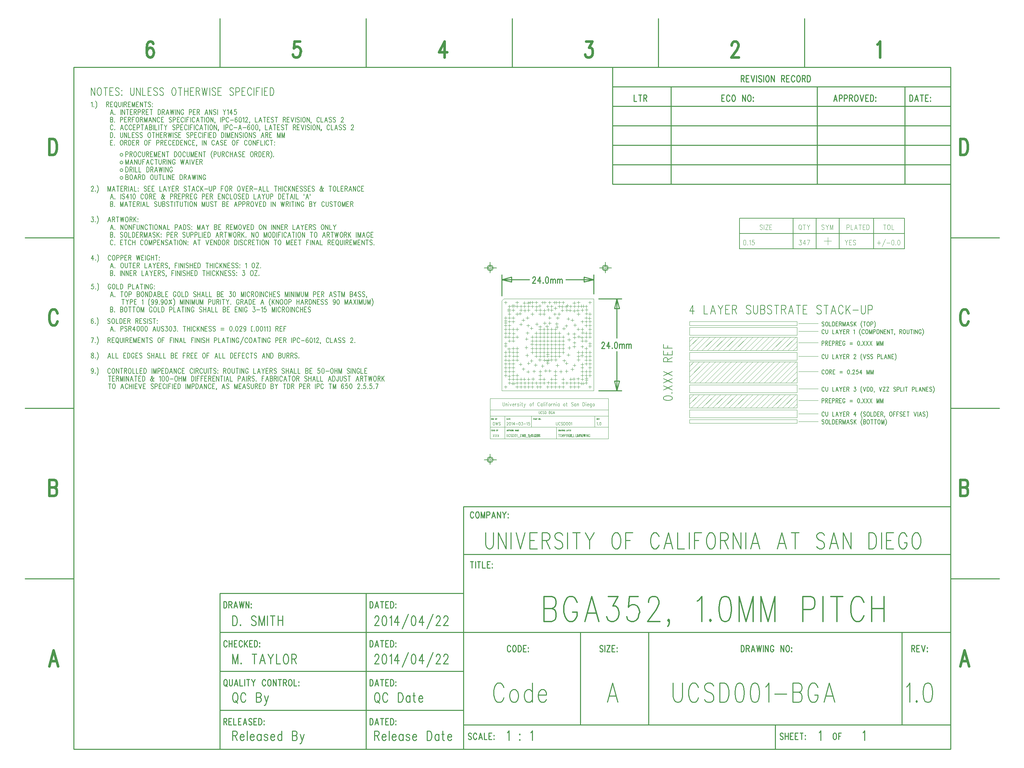
<source format=gbr>
*
*
G04 PADS 9.5 Build Number: 522968 generated Gerber (RS-274-X) file*
G04 PC Version=2.1*
*
%IN "UCSD001-BGA_5mm_2014-03"*%
*
%MOMM*%
*
%FSLAX33Y33*%
*
*
*
*
G04 PC Standard Apertures*
*
*
G04 Thermal Relief Aperture macro.*
%AMTER*
1,1,$1,0,0*
1,0,$1-$2,0,0*
21,0,$3,$4,0,0,45*
21,0,$3,$4,0,0,135*
%
*
*
G04 Annular Aperture macro.*
%AMANN*
1,1,$1,0,0*
1,0,$2,0,0*
%
*
*
G04 Odd Aperture macro.*
%AMODD*
1,1,$1,0,0*
1,0,$1-0.005,0,0*
%
*
*
G04 PC Custom Aperture Macros*
*
*
*
*
*
*
G04 PC Aperture Table*
*
%ADD010C,0.0254*%
%ADD013C,0.05*%
%ADD015C,0.15*%
%ADD018C,0.1*%
%ADD019C,0.3*%
%ADD023C,0.08814*%
%ADD024C,0.1778*%
%ADD028C,0.254*%
%ADD031C,0.08*%
%ADD043C,0.635*%
%ADD044C,0.127*%
*
*
*
*
G04 PC Circuitry*
G04 Layer Name UCSD001-BGA_5mm_2014-03 - circuitry*
%LPD*%
*
*
G04 PC Custom Flashes*
G04 Layer Name UCSD001-BGA_5mm_2014-03 - flashes*
%LPD*%
*
*
G04 PC Circuitry*
G04 Layer Name UCSD001-BGA_5mm_2014-03 - circuitry*
%LPD*%
*
G54D10*
G01X138000Y161500D02*
X138000D01*
X162000Y162000D02*
X162000D01*
Y138000D02*
X162000D01*
Y162000D02*
X162000D01*
G54D13*
X162762Y130828D02*
Y130500D01*
Y130828D02*
X162864D01*
X162864D02*
X162898Y130812D01*
X162898D02*
X162910Y130796D01*
X162910D02*
X162921Y130765D01*
X162921D02*
Y130734D01*
X162921D02*
X162910Y130703D01*
X162898Y130687*
X162898D02*
X162864Y130671D01*
X162864D02*
X162762D01*
X162842D02*
X162921Y130500D01*
X163023Y130828D02*
Y130500D01*
Y130828D02*
X163171D01*
X163023Y130671D02*
X163114D01*
X163023Y130500D02*
X163171D01*
X163273Y130828D02*
X163364Y130500D01*
X163455Y130828D02*
X163364Y130500D01*
X152762Y127828D02*
Y127500D01*
Y127828D02*
X152842D01*
X152876Y127812*
X152876D02*
X152898Y127781D01*
X152898D02*
X152910Y127750D01*
X152921Y127703*
X152921D02*
Y127625D01*
X152921D02*
X152910Y127578D01*
X152898Y127546*
X152898D02*
X152876Y127515D01*
X152876D02*
X152842Y127500D01*
X152762*
X153023Y127828D02*
Y127500D01*
Y127828D02*
X153126D01*
X153160Y127812*
X153160D02*
X153171Y127796D01*
X153171D02*
X153182Y127765D01*
X153182D02*
Y127734D01*
X153182D02*
X153171Y127703D01*
X153171D02*
X153160Y127687D01*
X153160D02*
X153126Y127671D01*
X153126D02*
X153023D01*
X153103D02*
X153182Y127500D01*
X153376Y127828D02*
X153285Y127500D01*
X153376Y127828D02*
X153467Y127500D01*
X153319Y127609D02*
X153432D01*
X153569Y127828D02*
X153626Y127500D01*
X153682Y127828D02*
X153626Y127500D01*
X153682Y127828D02*
X153739Y127500D01*
X153796Y127828D02*
X153739Y127500D01*
X153898Y127828D02*
Y127500D01*
X154001Y127828D02*
Y127500D01*
Y127828D02*
X154160Y127500D01*
Y127828D02*
Y127500D01*
X154432Y127750D02*
X154421Y127781D01*
X154421D02*
X154398Y127812D01*
X154398D02*
X154376Y127828D01*
X154330*
X154330D02*
X154307Y127812D01*
X154307D02*
X154285Y127781D01*
X154273Y127750*
X154273D02*
X154262Y127703D01*
Y127625*
X154273Y127578*
X154273D02*
X154285Y127546D01*
X154285D02*
X154307Y127515D01*
X154307D02*
X154330Y127500D01*
X154330D02*
X154376D01*
X154398Y127515*
X154398D02*
X154421Y127546D01*
X154421D02*
X154432Y127578D01*
X154432D02*
Y127625D01*
X154376D02*
X154432D01*
X154796Y127828D02*
Y127500D01*
X154796D02*
X154932D01*
X155126Y127828D02*
X155035Y127500D01*
X155126Y127828D02*
X155217Y127500D01*
X155069Y127609D02*
X155182D01*
X155319Y127828D02*
X155410Y127671D01*
X155410D02*
Y127500D01*
X155501Y127828D02*
X155410Y127671D01*
X155603Y127828D02*
Y127500D01*
Y127828D02*
X155751D01*
X155603Y127671D02*
X155694D01*
X155603Y127500D02*
X155751D01*
X155853Y127828D02*
Y127500D01*
Y127828D02*
X155955D01*
X155955D02*
X155989Y127812D01*
X155989D02*
X156001Y127796D01*
X156001D02*
X156012Y127765D01*
X156012D02*
Y127734D01*
X156001Y127703*
X155989Y127687*
X155989D02*
X155955Y127671D01*
X155955D02*
X155853D01*
X155932D02*
X156012Y127500D01*
X146262Y130828D02*
Y130500D01*
Y130828D02*
X146364D01*
X146364D02*
X146398Y130812D01*
X146398D02*
X146410Y130796D01*
X146410D02*
X146421Y130765D01*
X146421D02*
Y130718D01*
X146421D02*
X146410Y130687D01*
X146410D02*
X146398Y130671D01*
X146398D02*
X146364Y130656D01*
X146364D02*
X146262D01*
X146614Y130828D02*
X146523Y130500D01*
X146614Y130828D02*
X146705Y130500D01*
X146557Y130609D02*
X146671D01*
X146807Y130828D02*
Y130500D01*
Y130828D02*
X146910D01*
X146944Y130812*
X146944D02*
X146955Y130796D01*
X146955D02*
X146967Y130765D01*
X146967D02*
Y130734D01*
X146955Y130703*
X146955D02*
X146944Y130687D01*
X146944D02*
X146910Y130671D01*
X146910D02*
X146807D01*
X146887D02*
X146967Y130500D01*
X147148Y130828D02*
Y130500D01*
X147069Y130828D02*
X147228D01*
X147592D02*
Y130500D01*
Y130828D02*
X147751Y130500D01*
Y130828D02*
Y130500D01*
X147921Y130828D02*
X147898Y130812D01*
X147898D02*
X147876Y130781D01*
X147864Y130750*
X147864D02*
X147853Y130703D01*
Y130625*
X147864Y130578*
X147864D02*
X147876Y130546D01*
X147876D02*
X147898Y130515D01*
X147898D02*
X147921Y130500D01*
X147921D02*
X147967D01*
X147989Y130515*
X147989D02*
X148012Y130546D01*
X148012D02*
X148023Y130578D01*
X148023D02*
X148035Y130625D01*
Y130703*
X148023Y130750*
X148023D02*
X148012Y130781D01*
X147989Y130812*
X147989D02*
X147967Y130828D01*
X147921*
X148148Y130531D02*
X148137Y130515D01*
X148137D02*
X148148Y130500D01*
X148148D02*
X148160Y130515D01*
X148160D02*
X148148Y130531D01*
X139353Y127828D02*
X139262Y127500D01*
X139353Y127828D02*
X139444Y127500D01*
X139296Y127609D02*
X139410D01*
X139546Y127828D02*
Y127500D01*
Y127828D02*
X139648D01*
X139648D02*
X139682Y127812D01*
X139682D02*
X139694Y127796D01*
X139694D02*
X139705Y127765D01*
X139705D02*
Y127734D01*
X139705D02*
X139694Y127703D01*
X139682Y127687*
X139682D02*
X139648Y127671D01*
X139648D02*
X139546D01*
X139626D02*
X139705Y127500D01*
X139887Y127828D02*
Y127500D01*
X139807Y127828D02*
X139967D01*
X140069D02*
X140126Y127500D01*
X140182Y127828D02*
X140126Y127500D01*
X140182Y127828D02*
X140239Y127500D01*
X140296Y127828D02*
X140239Y127500D01*
X140467Y127828D02*
X140444Y127812D01*
X140444D02*
X140421Y127781D01*
X140421D02*
X140410Y127750D01*
X140398Y127703*
X140398D02*
Y127625D01*
X140398D02*
X140410Y127578D01*
X140421Y127546*
X140421D02*
X140444Y127515D01*
X140444D02*
X140467Y127500D01*
X140512*
X140535Y127515*
X140535D02*
X140557Y127546D01*
X140557D02*
X140569Y127578D01*
X140580Y127625*
X140580D02*
Y127703D01*
X140580D02*
X140569Y127750D01*
X140557Y127781*
X140557D02*
X140535Y127812D01*
X140535D02*
X140512Y127828D01*
X140467*
X140682D02*
Y127500D01*
Y127828D02*
X140785D01*
X140819Y127812*
X140819D02*
X140830Y127796D01*
X140830D02*
X140842Y127765D01*
X140842D02*
Y127734D01*
X140830Y127703*
X140830D02*
X140819Y127687D01*
X140819D02*
X140785Y127671D01*
X140785D02*
X140682D01*
X140762D02*
X140842Y127500D01*
X140944Y127828D02*
Y127500D01*
X141103Y127828D02*
X140944Y127609D01*
X141001Y127687D02*
X141103Y127500D01*
X141467Y127828D02*
Y127500D01*
Y127828D02*
X141626Y127500D01*
Y127828D02*
Y127500D01*
X141819Y127828D02*
X141728Y127500D01*
X141819Y127828D02*
X141910Y127500D01*
X141762Y127609D02*
X141876D01*
X142012Y127828D02*
Y127500D01*
Y127828D02*
X142103Y127500D01*
X142194Y127828D02*
X142103Y127500D01*
X142194Y127828D02*
Y127500D01*
X142296Y127828D02*
Y127500D01*
Y127828D02*
X142444D01*
X142296Y127671D02*
X142387D01*
X142296Y127500D02*
X142444D01*
X139262Y130828D02*
Y130500D01*
Y130828D02*
X139342D01*
X139376Y130812*
X139376D02*
X139398Y130781D01*
X139398D02*
X139410Y130750D01*
X139421Y130703*
X139421D02*
Y130625D01*
X139421D02*
X139410Y130578D01*
X139398Y130546*
X139398D02*
X139376Y130515D01*
X139376D02*
X139342Y130500D01*
X139262*
X139614Y130828D02*
X139523Y130500D01*
X139614Y130828D02*
X139705Y130500D01*
X139557Y130609D02*
X139671D01*
X139887Y130828D02*
Y130500D01*
X139807Y130828D02*
X139967D01*
X140069D02*
Y130500D01*
Y130828D02*
X140217D01*
X140069Y130671D02*
X140160D01*
X140069Y130500D02*
X140217D01*
X135432Y127750D02*
X135421Y127781D01*
X135421D02*
X135398Y127812D01*
X135398D02*
X135376Y127828D01*
X135330*
X135330D02*
X135307Y127812D01*
X135307D02*
X135285Y127781D01*
X135273Y127750*
X135273D02*
X135262Y127703D01*
Y127625*
X135273Y127578*
X135273D02*
X135285Y127546D01*
X135285D02*
X135307Y127515D01*
X135307D02*
X135330Y127500D01*
X135330D02*
X135376D01*
X135398Y127515*
X135398D02*
X135421Y127546D01*
X135421D02*
X135432Y127578D01*
X135535Y127828D02*
Y127500D01*
X135694Y127828D02*
Y127500D01*
X135535Y127671D02*
X135694D01*
X135796Y127828D02*
Y127500D01*
X135955Y127828D02*
X135796Y127609D01*
X135853Y127687D02*
X135955Y127500D01*
X136057Y127828D02*
Y127500D01*
Y127828D02*
X136137D01*
X136171Y127812*
X136171D02*
X136194Y127781D01*
X136205Y127750*
X136205D02*
X136217Y127703D01*
Y127625*
X136205Y127578*
X136205D02*
X136194Y127546D01*
X136194D02*
X136171Y127515D01*
X136171D02*
X136137Y127500D01*
X136057*
X136580Y127828D02*
Y127500D01*
Y127828D02*
X136682D01*
X136682D02*
X136717Y127812D01*
X136717D02*
X136728Y127796D01*
X136728D02*
X136739Y127765D01*
X136739D02*
Y127734D01*
X136739D02*
X136728Y127703D01*
X136717Y127687*
X136717D02*
X136682Y127671D01*
X136580D02*
X136682D01*
X136682D02*
X136717Y127656D01*
X136728Y127640*
X136728D02*
X136739Y127609D01*
X136739D02*
Y127562D01*
X136739D02*
X136728Y127531D01*
X136717Y127515*
X136717D02*
X136682Y127500D01*
X136682D02*
X136580D01*
X136842Y127828D02*
X136932Y127671D01*
X136932D02*
Y127500D01*
X137023Y127828D02*
X136932Y127671D01*
X135262Y130828D02*
Y130500D01*
Y130828D02*
X135342D01*
X135376Y130812*
X135376D02*
X135398Y130781D01*
X135398D02*
X135410Y130750D01*
X135421Y130703*
X135421D02*
Y130625D01*
X135421D02*
X135410Y130578D01*
X135398Y130546*
X135398D02*
X135376Y130515D01*
X135376D02*
X135342Y130500D01*
X135262*
X135523Y130828D02*
Y130500D01*
Y130828D02*
X135626D01*
X135660Y130812*
X135660D02*
X135671Y130796D01*
X135671D02*
X135682Y130765D01*
X135682D02*
Y130734D01*
X135682D02*
X135671Y130703D01*
X135671D02*
X135660Y130687D01*
X135660D02*
X135626Y130671D01*
X135626D02*
X135523D01*
X135603D02*
X135682Y130500D01*
X135785Y130828D02*
Y130500D01*
Y130828D02*
X135944Y130500D01*
Y130828D02*
Y130500D01*
X136307Y130828D02*
Y130500D01*
Y130828D02*
X136410D01*
X136444Y130812*
X136444D02*
X136455Y130796D01*
X136455D02*
X136467Y130765D01*
X136467D02*
Y130734D01*
X136455Y130703*
X136455D02*
X136444Y130687D01*
X136444D02*
X136410Y130671D01*
X136307D02*
X136410D01*
X136410D02*
X136444Y130656D01*
X136455Y130640*
X136455D02*
X136467Y130609D01*
Y130562*
X136467D02*
X136455Y130531D01*
X136455D02*
X136444Y130515D01*
X136444D02*
X136410Y130500D01*
X136307*
X136569Y130828D02*
X136660Y130671D01*
X136660D02*
Y130500D01*
X136751Y130828D02*
X136660Y130671D01*
G54D15*
X31590Y143375D02*
X31545Y143187D01*
X31545D02*
X31454Y143062D01*
X31454D02*
X31318Y143000D01*
X31272*
X31272D02*
X31136Y143062D01*
X31136D02*
X31045Y143187D01*
X31045D02*
X31000Y143375D01*
Y143437*
X31000D02*
X31045Y143625D01*
X31136Y143750*
X31272Y143812*
X31272D02*
X31318D01*
X31318D02*
X31454Y143750D01*
X31454D02*
X31545Y143625D01*
X31590Y143375*
X31590D02*
Y143062D01*
X31590D02*
X31545Y142750D01*
X31454Y142562*
X31454D02*
X31318Y142500D01*
X31227*
X31090Y142562*
X31090D02*
X31045Y142687D01*
X32045Y142625D02*
X32000Y142562D01*
X32000D02*
X32045Y142500D01*
X32090Y142562*
X32090D02*
X32045Y142625D01*
X32500Y144062D02*
X32590Y143937D01*
X32590D02*
X32681Y143750D01*
X32681D02*
X32772Y143500D01*
X32772D02*
X32818Y143187D01*
X32818D02*
Y142937D01*
X32818D02*
X32772Y142625D01*
X32772D02*
X32681Y142375D01*
X32681D02*
X32590Y142187D01*
X32590D02*
X32500Y142062D01*
X36000Y143500D02*
X35954Y143625D01*
X35954D02*
X35863Y143750D01*
X35863D02*
X35772Y143812D01*
X35772D02*
X35590D01*
X35590D02*
X35500Y143750D01*
X35409Y143625*
X35363Y143500*
X35363D02*
X35318Y143312D01*
X35318D02*
Y143000D01*
X35363Y142812*
X35363D02*
X35409Y142687D01*
X35409D02*
X35500Y142562D01*
X35500D02*
X35590Y142500D01*
X35590D02*
X35772D01*
X35772D02*
X35863Y142562D01*
X35863D02*
X35954Y142687D01*
X35954D02*
X36000Y142812D01*
X36681Y143812D02*
X36590Y143750D01*
X36590D02*
X36500Y143625D01*
X36454Y143500*
X36454D02*
X36409Y143312D01*
X36409D02*
Y143000D01*
X36454Y142812*
X36454D02*
X36500Y142687D01*
X36500D02*
X36590Y142562D01*
X36590D02*
X36681Y142500D01*
X36681D02*
X36863D01*
X36863D02*
X36954Y142562D01*
X36954D02*
X37045Y142687D01*
X37045D02*
X37090Y142812D01*
X37090D02*
X37136Y143000D01*
Y143312*
X37136D02*
X37090Y143500D01*
X37090D02*
X37045Y143625D01*
X36954Y143750*
X36954D02*
X36863Y143812D01*
X36863D02*
X36681D01*
X37545D02*
Y142500D01*
Y143812D02*
X38181Y142500D01*
Y143812D02*
Y142500D01*
X38909Y143812D02*
Y142500D01*
X38590Y143812D02*
X39227D01*
X39636D02*
Y142500D01*
Y143812D02*
X40045D01*
X40045D02*
X40181Y143750D01*
X40181D02*
X40227Y143687D01*
X40227D02*
X40272Y143562D01*
X40272D02*
Y143437D01*
X40272D02*
X40227Y143312D01*
X40227D02*
X40181Y143250D01*
X40181D02*
X40045Y143187D01*
X40045D02*
X39636D01*
X39954D02*
X40272Y142500D01*
X40954Y143812D02*
X40863Y143750D01*
X40863D02*
X40772Y143625D01*
X40772D02*
X40727Y143500D01*
X40681Y143312*
X40681D02*
Y143000D01*
X40681D02*
X40727Y142812D01*
X40727D02*
X40772Y142687D01*
X40772D02*
X40863Y142562D01*
X40863D02*
X40954Y142500D01*
X40954D02*
X41136D01*
X41227Y142562*
X41227D02*
X41318Y142687D01*
X41318D02*
X41363Y142812D01*
X41363D02*
X41409Y143000D01*
Y143312*
X41409D02*
X41363Y143500D01*
X41363D02*
X41318Y143625D01*
X41227Y143750*
X41136Y143812*
X41136D02*
X40954D01*
X41818D02*
Y142500D01*
X42363*
X42772Y143812D02*
Y142500D01*
X42772D02*
X43318D01*
X43727Y143812D02*
Y142500D01*
Y143812D02*
X44318D01*
X43727Y143187D02*
X44090D01*
X43727Y142500D02*
X44318D01*
X44727Y143812D02*
Y142500D01*
Y143812D02*
X45045D01*
X45045D02*
X45181Y143750D01*
X45181D02*
X45272Y143625D01*
X45272D02*
X45318Y143500D01*
X45363Y143312*
X45363D02*
Y143000D01*
X45363D02*
X45318Y142812D01*
X45318D02*
X45272Y142687D01*
X45272D02*
X45181Y142562D01*
X45181D02*
X45045Y142500D01*
X44727*
X46818Y143812D02*
Y142500D01*
X47227Y143812D02*
Y142500D01*
Y143812D02*
X47590Y142500D01*
X47954Y143812D02*
X47590Y142500D01*
X47954Y143812D02*
Y142500D01*
X48363Y143812D02*
Y142500D01*
Y143812D02*
X48772D01*
X48772D02*
X48909Y143750D01*
X48954Y143687*
X48954D02*
X49000Y143562D01*
X49000D02*
Y143375D01*
X48954Y143250*
X48954D02*
X48909Y143187D01*
X48909D02*
X48772Y143125D01*
X48772D02*
X48363D01*
X49409Y143812D02*
Y142500D01*
Y143812D02*
X50000D01*
X49409Y143187D02*
X49772D01*
X49409Y142500D02*
X50000D01*
X50409Y143812D02*
Y142500D01*
Y143812D02*
X50727D01*
X50727D02*
X50863Y143750D01*
X50863D02*
X50954Y143625D01*
X50954D02*
X51000Y143500D01*
X51045Y143312*
X51045D02*
Y143000D01*
X51000Y142812*
X51000D02*
X50954Y142687D01*
X50954D02*
X50863Y142562D01*
X50863D02*
X50727Y142500D01*
X50409*
X51818Y143812D02*
X51454Y142500D01*
X51818Y143812D02*
X52181Y142500D01*
X51590Y142937D02*
X52045D01*
X52590Y143812D02*
Y142500D01*
Y143812D02*
X53227Y142500D01*
Y143812D02*
Y142500D01*
X54318Y143500D02*
X54272Y143625D01*
X54272D02*
X54181Y143750D01*
X54181D02*
X54090Y143812D01*
X54090D02*
X53909D01*
X53909D02*
X53818Y143750D01*
X53727Y143625*
X53681Y143500*
X53681D02*
X53636Y143312D01*
X53636D02*
Y143000D01*
X53681Y142812*
X53681D02*
X53727Y142687D01*
X53727D02*
X53818Y142562D01*
X53818D02*
X53909Y142500D01*
X54090*
X54090D02*
X54181Y142562D01*
X54181D02*
X54272Y142687D01*
X54272D02*
X54318Y142812D01*
X54727Y143812D02*
Y142500D01*
Y143812D02*
X55318D01*
X54727Y143187D02*
X55090D01*
X54727Y142500D02*
X55318D01*
X57454Y143500D02*
X57409Y143625D01*
X57318Y143750*
X57227Y143812*
X57227D02*
X57045D01*
X57045D02*
X56954Y143750D01*
X56954D02*
X56863Y143625D01*
X56863D02*
X56818Y143500D01*
X56772Y143312*
X56772D02*
Y143000D01*
X56772D02*
X56818Y142812D01*
X56818D02*
X56863Y142687D01*
X56863D02*
X56954Y142562D01*
X56954D02*
X57045Y142500D01*
X57227*
X57318Y142562*
X57318D02*
X57409Y142687D01*
X57409D02*
X57454Y142812D01*
X57863Y143812D02*
Y142500D01*
X58272Y143812D02*
Y142500D01*
Y143812D02*
X58681D01*
X58681D02*
X58818Y143750D01*
X58863Y143687*
X58863D02*
X58909Y143562D01*
X58909D02*
Y143437D01*
X58909D02*
X58863Y143312D01*
X58863D02*
X58818Y143250D01*
X58681Y143187*
X58681D02*
X58272D01*
X58590D02*
X58909Y142500D01*
X60000Y143500D02*
X59954Y143625D01*
X59954D02*
X59863Y143750D01*
X59863D02*
X59772Y143812D01*
X59772D02*
X59590D01*
X59590D02*
X59500Y143750D01*
X59409Y143625*
X59363Y143500*
X59363D02*
X59318Y143312D01*
X59318D02*
Y143000D01*
X59363Y142812*
X59363D02*
X59409Y142687D01*
X59409D02*
X59500Y142562D01*
X59500D02*
X59590Y142500D01*
X59590D02*
X59772D01*
X59772D02*
X59863Y142562D01*
X59863D02*
X59954Y142687D01*
X59954D02*
X60000Y142812D01*
X60409Y143812D02*
Y142875D01*
X60454Y142687*
X60454D02*
X60545Y142562D01*
X60545D02*
X60681Y142500D01*
X60681D02*
X60772D01*
X60772D02*
X60909Y142562D01*
X60909D02*
X61000Y142687D01*
X61000D02*
X61045Y142875D01*
Y143812*
X61454D02*
Y142500D01*
X62181Y143812D02*
Y142500D01*
X61863Y143812D02*
X62500D01*
X63545Y143625D02*
X63454Y143750D01*
X63454D02*
X63318Y143812D01*
X63318D02*
X63136D01*
X63136D02*
X63000Y143750D01*
X62909Y143625*
Y143500*
X62954Y143375*
X62954D02*
X63000Y143312D01*
X63000D02*
X63090Y143250D01*
X63090D02*
X63363Y143125D01*
X63363D02*
X63454Y143062D01*
X63454D02*
X63500Y143000D01*
X63545Y142875*
Y142687*
X63545D02*
X63454Y142562D01*
X63454D02*
X63318Y142500D01*
X63136*
X63000Y142562*
X63000D02*
X62909Y142687D01*
X64000Y143375D02*
X63954Y143312D01*
X63954D02*
X64000Y143250D01*
X64045Y143312*
X64045D02*
X64000Y143375D01*
Y142625D02*
X63954Y142562D01*
X63954D02*
X64000Y142500D01*
X64045Y142562*
X64045D02*
X64000Y142625D01*
X65500Y143812D02*
Y142500D01*
Y143812D02*
X65909D01*
X65909D02*
X66045Y143750D01*
X66090Y143687*
X66090D02*
X66136Y143562D01*
X66136D02*
Y143437D01*
X66136D02*
X66090Y143312D01*
X66090D02*
X66045Y143250D01*
X65909Y143187*
X65909D02*
X65500D01*
X65818D02*
X66136Y142500D01*
X66818Y143812D02*
X66727Y143750D01*
X66636Y143625*
X66590Y143500*
X66590D02*
X66545Y143312D01*
X66545D02*
Y143000D01*
X66590Y142812*
X66590D02*
X66636Y142687D01*
X66636D02*
X66727Y142562D01*
X66727D02*
X66818Y142500D01*
X67000*
X67090Y142562*
X67090D02*
X67181Y142687D01*
X67181D02*
X67227Y142812D01*
X67227D02*
X67272Y143000D01*
X67272D02*
Y143312D01*
X67272D02*
X67227Y143500D01*
X67181Y143625*
X67181D02*
X67090Y143750D01*
X67090D02*
X67000Y143812D01*
X67000D02*
X66818D01*
X67681D02*
Y142875D01*
X67681D02*
X67727Y142687D01*
X67727D02*
X67818Y142562D01*
X67818D02*
X67954Y142500D01*
X67954D02*
X68045D01*
X68181Y142562*
X68181D02*
X68272Y142687D01*
X68272D02*
X68318Y142875D01*
Y143812*
X69045D02*
Y142500D01*
X68727Y143812D02*
X69363D01*
X69772D02*
Y142500D01*
X70181Y143812D02*
Y142500D01*
Y143812D02*
X70818Y142500D01*
Y143812D02*
Y142500D01*
X71909Y143500D02*
X71863Y143625D01*
X71863D02*
X71772Y143750D01*
X71772D02*
X71681Y143812D01*
X71681D02*
X71500D01*
X71500D02*
X71409Y143750D01*
X71318Y143625*
X71272Y143500*
X71272D02*
X71227Y143312D01*
X71227D02*
Y143000D01*
X71272Y142812*
X71272D02*
X71318Y142687D01*
X71318D02*
X71409Y142562D01*
X71409D02*
X71500Y142500D01*
X71681*
X71681D02*
X71772Y142562D01*
X71772D02*
X71863Y142687D01*
X71863D02*
X71909Y142812D01*
X71909D02*
Y143000D01*
X71681D02*
X71909D01*
X73363Y143812D02*
Y142500D01*
X73363D02*
X73909D01*
X74681Y143812D02*
X74318Y142500D01*
X74681Y143812D02*
X75045Y142500D01*
X74454Y142937D02*
X74909D01*
X75454Y143812D02*
X75818Y143187D01*
X75818D02*
Y142500D01*
X76181Y143812D02*
X75818Y143187D01*
X76590Y143812D02*
Y142500D01*
Y143812D02*
X77181D01*
X76590Y143187D02*
X76954D01*
X76590Y142500D02*
X77181D01*
X77590Y143812D02*
Y142500D01*
Y143812D02*
X78000D01*
X78000D02*
X78136Y143750D01*
X78181Y143687*
X78181D02*
X78227Y143562D01*
X78227D02*
Y143437D01*
X78227D02*
X78181Y143312D01*
X78181D02*
X78136Y143250D01*
X78000Y143187*
X78000D02*
X77590D01*
X77909D02*
X78227Y142500D01*
X79272Y143625D02*
X79181Y143750D01*
X79181D02*
X79045Y143812D01*
X79045D02*
X78863D01*
X78863D02*
X78727Y143750D01*
X78636Y143625*
Y143500*
X78681Y143375*
X78681D02*
X78727Y143312D01*
X78727D02*
X78818Y143250D01*
X79090Y143125*
X79090D02*
X79181Y143062D01*
X79181D02*
X79227Y143000D01*
X79272Y142875*
X79272D02*
Y142687D01*
X79272D02*
X79181Y142562D01*
X79181D02*
X79045Y142500D01*
X78863*
X78863D02*
X78727Y142562D01*
X78727D02*
X78636Y142687D01*
X81363Y143625D02*
X81272Y143750D01*
X81272D02*
X81136Y143812D01*
X81136D02*
X80954D01*
X80954D02*
X80818Y143750D01*
X80727Y143625*
Y143500*
X80772Y143375*
X80772D02*
X80818Y143312D01*
X80818D02*
X80909Y143250D01*
X81181Y143125*
X81181D02*
X81272Y143062D01*
X81272D02*
X81318Y143000D01*
X81363Y142875*
X81363D02*
Y142687D01*
X81363D02*
X81272Y142562D01*
X81272D02*
X81136Y142500D01*
X80954*
X80954D02*
X80818Y142562D01*
X80818D02*
X80727Y142687D01*
X81772Y143812D02*
Y142500D01*
X82409Y143812D02*
Y142500D01*
X81772Y143187D02*
X82409D01*
X83181Y143812D02*
X82818Y142500D01*
X83181Y143812D02*
X83545Y142500D01*
X82954Y142937D02*
X83409D01*
X83954Y143812D02*
Y142500D01*
X83954D02*
X84500D01*
X84909Y143812D02*
Y142500D01*
X85454*
X86909Y143812D02*
Y142500D01*
Y143812D02*
X87318D01*
X87318D02*
X87454Y143750D01*
X87454D02*
X87500Y143687D01*
X87500D02*
X87545Y143562D01*
X87545D02*
Y143437D01*
X87545D02*
X87500Y143312D01*
X87500D02*
X87454Y143250D01*
X87454D02*
X87318Y143187D01*
X86909D02*
X87318D01*
X87318D02*
X87454Y143125D01*
X87454D02*
X87500Y143062D01*
X87500D02*
X87545Y142937D01*
X87545D02*
Y142750D01*
X87500Y142625*
X87454Y142562*
X87454D02*
X87318Y142500D01*
X86909*
X87954Y143812D02*
Y142500D01*
Y143812D02*
X88545D01*
X87954Y143187D02*
X88318D01*
X87954Y142500D02*
X88545D01*
X90590Y143812D02*
X90136D01*
X90136D02*
X90090Y143250D01*
X90090D02*
X90136Y143312D01*
X90136D02*
X90272Y143375D01*
X90272D02*
X90409D01*
X90545Y143312*
X90545D02*
X90636Y143187D01*
X90636D02*
X90681Y143000D01*
X90681D02*
X90636Y142875D01*
X90590Y142687*
X90590D02*
X90500Y142562D01*
X90500D02*
X90363Y142500D01*
X90363D02*
X90227D01*
X90090Y142562*
X90090D02*
X90045Y142625D01*
X90000Y142750*
X91363Y143812D02*
X91227Y143750D01*
X91136Y143562*
X91136D02*
X91090Y143250D01*
X91090D02*
Y143062D01*
X91090D02*
X91136Y142750D01*
X91227Y142562*
X91227D02*
X91363Y142500D01*
X91363D02*
X91454D01*
X91454D02*
X91590Y142562D01*
X91590D02*
X91681Y142750D01*
X91681D02*
X91727Y143062D01*
X91727D02*
Y143250D01*
X91681Y143562*
X91681D02*
X91590Y143750D01*
X91590D02*
X91454Y143812D01*
X91454D02*
X91363D01*
X92136Y143062D02*
X92954D01*
X93636Y143812D02*
X93545Y143750D01*
X93454Y143625*
X93454D02*
X93409Y143500D01*
X93363Y143312*
X93363D02*
Y143000D01*
X93363D02*
X93409Y142812D01*
X93409D02*
X93454Y142687D01*
X93454D02*
X93545Y142562D01*
X93545D02*
X93636Y142500D01*
X93818*
X93909Y142562*
X93909D02*
X94000Y142687D01*
X94000D02*
X94045Y142812D01*
X94045D02*
X94090Y143000D01*
X94090D02*
Y143312D01*
X94090D02*
X94045Y143500D01*
X94000Y143625*
X93909Y143750*
X93818Y143812*
X93818D02*
X93636D01*
X94500D02*
Y142500D01*
X95136Y143812D02*
Y142500D01*
X94500Y143187D02*
X95136D01*
X95545Y143812D02*
Y142500D01*
Y143812D02*
X95909Y142500D01*
X96272Y143812D02*
X95909Y142500D01*
X96272Y143812D02*
Y142500D01*
X98363Y143625D02*
X98272Y143750D01*
X98272D02*
X98136Y143812D01*
X98136D02*
X97954D01*
X97954D02*
X97818Y143750D01*
X97727Y143625*
Y143500*
X97772Y143375*
X97772D02*
X97818Y143312D01*
X97818D02*
X97909Y143250D01*
X98181Y143125*
X98181D02*
X98272Y143062D01*
X98272D02*
X98318Y143000D01*
X98363Y142875*
X98363D02*
Y142687D01*
X98363D02*
X98272Y142562D01*
X98272D02*
X98136Y142500D01*
X97954*
X97954D02*
X97818Y142562D01*
X97818D02*
X97727Y142687D01*
X98772Y143812D02*
Y142500D01*
X99181Y143812D02*
Y142500D01*
Y143812D02*
X99818Y142500D01*
Y143812D02*
Y142500D01*
X100909Y143500D02*
X100863Y143625D01*
X100863D02*
X100772Y143750D01*
X100772D02*
X100681Y143812D01*
X100681D02*
X100500D01*
X100500D02*
X100409Y143750D01*
X100318Y143625*
X100272Y143500*
X100272D02*
X100227Y143312D01*
X100227D02*
Y143000D01*
X100272Y142812*
X100272D02*
X100318Y142687D01*
X100318D02*
X100409Y142562D01*
X100409D02*
X100500Y142500D01*
X100681*
X100681D02*
X100772Y142562D01*
X100772D02*
X100863Y142687D01*
X100863D02*
X100909Y142812D01*
X100909D02*
Y143000D01*
X100681D02*
X100909D01*
X101318Y143812D02*
Y142500D01*
X101863*
X102272Y143812D02*
Y142500D01*
Y143812D02*
X102863D01*
X102272Y143187D02*
X102636D01*
X102272Y142500D02*
X102863D01*
X36681Y177000D02*
X36636Y177125D01*
X36545Y177250*
X36454Y177312*
X36454D02*
X36272D01*
X36272D02*
X36181Y177250D01*
X36181D02*
X36090Y177125D01*
X36090D02*
X36045Y177000D01*
X36000Y176812*
X36000D02*
Y176500D01*
X36045Y176312*
X36045D02*
X36090Y176187D01*
X36090D02*
X36181Y176062D01*
X36181D02*
X36272Y176000D01*
X36272D02*
X36454D01*
X36454D02*
X36545Y176062D01*
X36545D02*
X36636Y176187D01*
X36636D02*
X36681Y176312D01*
X37136Y176125D02*
X37090Y176062D01*
X37090D02*
X37136Y176000D01*
X37181Y176062*
X37181D02*
X37136Y176125D01*
X38636Y177312D02*
Y176000D01*
Y177312D02*
X39227D01*
X38636Y176687D02*
X39000D01*
X38636Y176000D02*
X39227D01*
X39954Y177312D02*
Y176000D01*
X39636Y177312D02*
X40272D01*
X41363Y177000D02*
X41318Y177125D01*
X41227Y177250*
X41136Y177312*
X41136D02*
X40954D01*
X40954D02*
X40863Y177250D01*
X40863D02*
X40772Y177125D01*
X40772D02*
X40727Y177000D01*
X40681Y176812*
X40681D02*
Y176500D01*
X40681D02*
X40727Y176312D01*
X40727D02*
X40772Y176187D01*
X40772D02*
X40863Y176062D01*
X40863D02*
X40954Y176000D01*
X40954D02*
X41136D01*
X41227Y176062*
X41227D02*
X41318Y176187D01*
X41318D02*
X41363Y176312D01*
X41772Y177312D02*
Y176000D01*
X42409Y177312D02*
Y176000D01*
X41772Y176687D02*
X42409D01*
X44545Y177000D02*
X44500Y177125D01*
X44409Y177250*
X44318Y177312*
X44318D02*
X44136D01*
X44136D02*
X44045Y177250D01*
X43954Y177125*
X43954D02*
X43909Y177000D01*
X43863Y176812*
X43863D02*
Y176500D01*
X43863D02*
X43909Y176312D01*
X43909D02*
X43954Y176187D01*
X43954D02*
X44045Y176062D01*
X44045D02*
X44136Y176000D01*
X44318*
X44409Y176062*
X44409D02*
X44500Y176187D01*
X44500D02*
X44545Y176312D01*
X45227Y177312D02*
X45136Y177250D01*
X45045Y177125*
X45000Y177000*
X44954Y176812*
X44954D02*
Y176500D01*
X44954D02*
X45000Y176312D01*
X45000D02*
X45045Y176187D01*
X45045D02*
X45136Y176062D01*
X45136D02*
X45227Y176000D01*
X45409*
X45500Y176062*
X45500D02*
X45590Y176187D01*
X45590D02*
X45636Y176312D01*
X45636D02*
X45681Y176500D01*
X45681D02*
Y176812D01*
X45681D02*
X45636Y177000D01*
X45590Y177125*
X45590D02*
X45500Y177250D01*
X45409Y177312*
X45409D02*
X45227D01*
X46090D02*
Y176000D01*
Y177312D02*
X46454Y176000D01*
X46818Y177312D02*
X46454Y176000D01*
X46818Y177312D02*
Y176000D01*
X47227Y177312D02*
Y176000D01*
Y177312D02*
X47636D01*
X47636D02*
X47772Y177250D01*
X47772D02*
X47818Y177187D01*
X47818D02*
X47863Y177062D01*
X47863D02*
Y176875D01*
X47863D02*
X47818Y176750D01*
X47772Y176687*
X47772D02*
X47636Y176625D01*
X47227*
X48272Y177312D02*
Y176000D01*
Y177312D02*
X48863D01*
X48272Y176687D02*
X48636D01*
X48272Y176000D02*
X48863D01*
X49272Y177312D02*
Y176000D01*
Y177312D02*
X49909Y176000D01*
Y177312D02*
Y176000D01*
X50954Y177125D02*
X50863Y177250D01*
X50863D02*
X50727Y177312D01*
X50727D02*
X50545D01*
X50545D02*
X50409Y177250D01*
X50318Y177125*
Y177000*
X50363Y176875*
X50363D02*
X50409Y176812D01*
X50409D02*
X50500Y176750D01*
X50772Y176625*
X50772D02*
X50863Y176562D01*
X50863D02*
X50909Y176500D01*
X50954Y176375*
X50954D02*
Y176187D01*
X50954D02*
X50863Y176062D01*
X50863D02*
X50727Y176000D01*
X50545*
X50409Y176062*
X50409D02*
X50318Y176187D01*
X51727Y177312D02*
X51363Y176000D01*
X51727Y177312D02*
X52090Y176000D01*
X51500Y176437D02*
X51954D01*
X52818Y177312D02*
Y176000D01*
X52500Y177312D02*
X53136D01*
X53545D02*
Y176000D01*
X54227Y177312D02*
X54136Y177250D01*
X54045Y177125*
X54000Y177000*
X53954Y176812*
X53954D02*
Y176500D01*
X53954D02*
X54000Y176312D01*
X54000D02*
X54045Y176187D01*
X54045D02*
X54136Y176062D01*
X54136D02*
X54227Y176000D01*
X54409*
X54500Y176062*
X54500D02*
X54590Y176187D01*
X54590D02*
X54636Y176312D01*
X54636D02*
X54681Y176500D01*
X54681D02*
Y176812D01*
X54681D02*
X54636Y177000D01*
X54590Y177125*
X54590D02*
X54500Y177250D01*
X54409Y177312*
X54409D02*
X54227D01*
X55090D02*
Y176000D01*
Y177312D02*
X55727Y176000D01*
Y177312D02*
Y176000D01*
X56181Y176875D02*
X56136Y176812D01*
X56136D02*
X56181Y176750D01*
X56181D02*
X56227Y176812D01*
X56227D02*
X56181Y176875D01*
Y176125D02*
X56136Y176062D01*
X56136D02*
X56181Y176000D01*
X56181D02*
X56227Y176062D01*
X56227D02*
X56181Y176125D01*
X58045Y177312D02*
X57681Y176000D01*
X58045Y177312D02*
X58409Y176000D01*
X57818Y176437D02*
X58272D01*
X59136Y177312D02*
Y176000D01*
X58818Y177312D02*
X59454D01*
X60909D02*
X61272Y176000D01*
X61636Y177312D02*
X61272Y176000D01*
X62045Y177312D02*
Y176000D01*
Y177312D02*
X62636D01*
X62045Y176687D02*
X62409D01*
X62045Y176000D02*
X62636D01*
X63045Y177312D02*
Y176000D01*
Y177312D02*
X63681Y176000D01*
Y177312D02*
Y176000D01*
X64090Y177312D02*
Y176000D01*
Y177312D02*
X64409D01*
X64409D02*
X64545Y177250D01*
X64636Y177125*
X64681Y177000*
X64681D02*
X64727Y176812D01*
X64727D02*
Y176500D01*
X64681Y176312*
X64681D02*
X64636Y176187D01*
X64636D02*
X64545Y176062D01*
X64545D02*
X64409Y176000D01*
X64090*
X65409Y177312D02*
X65318Y177250D01*
X65227Y177125*
X65181Y177000*
X65181D02*
X65136Y176812D01*
X65136D02*
Y176500D01*
X65181Y176312*
X65181D02*
X65227Y176187D01*
X65227D02*
X65318Y176062D01*
X65318D02*
X65409Y176000D01*
X65590*
X65590D02*
X65681Y176062D01*
X65681D02*
X65772Y176187D01*
X65772D02*
X65818Y176312D01*
X65818D02*
X65863Y176500D01*
X65863D02*
Y176812D01*
X65863D02*
X65818Y177000D01*
X65772Y177125*
X65772D02*
X65681Y177250D01*
X65681D02*
X65590Y177312D01*
X65590D02*
X65409D01*
X66272D02*
Y176000D01*
Y177312D02*
X66681D01*
X66681D02*
X66818Y177250D01*
X66863Y177187*
X66863D02*
X66909Y177062D01*
X66909D02*
Y176937D01*
X66909D02*
X66863Y176812D01*
X66863D02*
X66818Y176750D01*
X66681Y176687*
X66681D02*
X66272D01*
X66590D02*
X66909Y176000D01*
X68363Y177312D02*
Y176000D01*
Y177312D02*
X68681D01*
X68681D02*
X68818Y177250D01*
X68909Y177125*
X68954Y177000*
X68954D02*
X69000Y176812D01*
X69000D02*
Y176500D01*
X68954Y176312*
X68954D02*
X68909Y176187D01*
X68909D02*
X68818Y176062D01*
X68818D02*
X68681Y176000D01*
X68681D02*
X68363D01*
X69409Y177312D02*
Y176000D01*
X70454Y177125D02*
X70363Y177250D01*
X70363D02*
X70227Y177312D01*
X70227D02*
X70045D01*
X70045D02*
X69909Y177250D01*
X69818Y177125*
Y177000*
X69863Y176875*
X69863D02*
X69909Y176812D01*
X69909D02*
X70000Y176750D01*
X70272Y176625*
X70272D02*
X70363Y176562D01*
X70363D02*
X70409Y176500D01*
X70454Y176375*
X70454D02*
Y176187D01*
X70454D02*
X70363Y176062D01*
X70363D02*
X70227Y176000D01*
X70045*
X69909Y176062*
X69909D02*
X69818Y176187D01*
X71545Y177000D02*
X71500Y177125D01*
X71409Y177250*
X71318Y177312*
X71318D02*
X71136D01*
X71136D02*
X71045Y177250D01*
X70954Y177125*
X70954D02*
X70909Y177000D01*
X70863Y176812*
X70863D02*
Y176500D01*
X70863D02*
X70909Y176312D01*
X70909D02*
X70954Y176187D01*
X70954D02*
X71045Y176062D01*
X71045D02*
X71136Y176000D01*
X71318*
X71409Y176062*
X71409D02*
X71500Y176187D01*
X71500D02*
X71545Y176312D01*
X71954Y177312D02*
Y176000D01*
Y177312D02*
X72363D01*
X72363D02*
X72500Y177250D01*
X72545Y177187*
X72545D02*
X72590Y177062D01*
X72590D02*
Y176937D01*
X72590D02*
X72545Y176812D01*
X72545D02*
X72500Y176750D01*
X72363Y176687*
X72363D02*
X71954D01*
X72272D02*
X72590Y176000D01*
X73000Y177312D02*
Y176000D01*
Y177312D02*
X73590D01*
X73000Y176687D02*
X73363D01*
X73000Y176000D02*
X73590D01*
X74318Y177312D02*
Y176000D01*
X74000Y177312D02*
X74636D01*
X75045D02*
Y176000D01*
X75727Y177312D02*
X75636Y177250D01*
X75545Y177125*
X75500Y177000*
X75454Y176812*
X75454D02*
Y176500D01*
X75454D02*
X75500Y176312D01*
X75500D02*
X75545Y176187D01*
X75545D02*
X75636Y176062D01*
X75636D02*
X75727Y176000D01*
X75909*
X76000Y176062*
X76000D02*
X76090Y176187D01*
X76090D02*
X76136Y176312D01*
X76136D02*
X76181Y176500D01*
X76181D02*
Y176812D01*
X76181D02*
X76136Y177000D01*
X76090Y177125*
X76090D02*
X76000Y177250D01*
X75909Y177312*
X75909D02*
X75727D01*
X76590D02*
Y176000D01*
Y177312D02*
X77227Y176000D01*
Y177312D02*
Y176000D01*
X79000Y177312D02*
Y176000D01*
X78681Y177312D02*
X79318D01*
X80000D02*
X79909Y177250D01*
X79818Y177125*
X79772Y177000*
X79772D02*
X79727Y176812D01*
X79727D02*
Y176500D01*
X79772Y176312*
X79772D02*
X79818Y176187D01*
X79818D02*
X79909Y176062D01*
X79909D02*
X80000Y176000D01*
X80181*
X80181D02*
X80272Y176062D01*
X80272D02*
X80363Y176187D01*
X80363D02*
X80409Y176312D01*
X80409D02*
X80454Y176500D01*
X80454D02*
Y176812D01*
X80454D02*
X80409Y177000D01*
X80363Y177125*
X80363D02*
X80272Y177250D01*
X80272D02*
X80181Y177312D01*
X80181D02*
X80000D01*
X81909D02*
Y176000D01*
Y177312D02*
X82272Y176000D01*
X82636Y177312D02*
X82272Y176000D01*
X82636Y177312D02*
Y176000D01*
X83045Y177312D02*
Y176000D01*
Y177312D02*
X83636D01*
X83045Y176687D02*
X83409D01*
X83045Y176000D02*
X83636D01*
X84045Y177312D02*
Y176000D01*
Y177312D02*
X84636D01*
X84045Y176687D02*
X84409D01*
X84045Y176000D02*
X84636D01*
X85363Y177312D02*
Y176000D01*
X85045Y177312D02*
X85681D01*
X87136D02*
Y176000D01*
Y177312D02*
X87727D01*
X87136Y176687D02*
X87500D01*
X88136Y177312D02*
Y176000D01*
X88545Y177312D02*
Y176000D01*
Y177312D02*
X89181Y176000D01*
Y177312D02*
Y176000D01*
X89954Y177312D02*
X89590Y176000D01*
X89954Y177312D02*
X90318Y176000D01*
X89727Y176437D02*
X90181D01*
X90727Y177312D02*
Y176000D01*
X91272*
X92727Y177312D02*
Y176000D01*
Y177312D02*
X93136D01*
X93136D02*
X93272Y177250D01*
X93272D02*
X93318Y177187D01*
X93318D02*
X93363Y177062D01*
X93363D02*
Y176937D01*
X93363D02*
X93318Y176812D01*
X93318D02*
X93272Y176750D01*
X93272D02*
X93136Y176687D01*
X93136D02*
X92727D01*
X93045D02*
X93363Y176000D01*
X93772Y177312D02*
Y176000D01*
Y177312D02*
X94363D01*
X93772Y176687D02*
X94136D01*
X93772Y176000D02*
X94363D01*
X95045Y177312D02*
X94954Y177250D01*
X94954D02*
X94863Y177125D01*
X94863D02*
X94818Y177000D01*
X94772Y176812*
X94772D02*
Y176500D01*
X94772D02*
X94818Y176312D01*
X94818D02*
X94863Y176187D01*
X94863D02*
X94954Y176062D01*
X94954D02*
X95045Y176000D01*
X95227*
X95318Y176062*
X95318D02*
X95409Y176187D01*
X95409D02*
X95454Y176312D01*
X95454D02*
X95500Y176500D01*
Y176812*
X95500D02*
X95454Y177000D01*
X95454D02*
X95409Y177125D01*
X95318Y177250*
X95227Y177312*
X95227D02*
X95045D01*
X95181Y176250D02*
X95454Y175875D01*
X95909Y177312D02*
Y176375D01*
X95954Y176187*
X95954D02*
X96045Y176062D01*
X96045D02*
X96181Y176000D01*
X96181D02*
X96272D01*
X96272D02*
X96409Y176062D01*
X96409D02*
X96500Y176187D01*
X96500D02*
X96545Y176375D01*
Y177312*
X96954D02*
Y176000D01*
X97363Y177312D02*
Y176000D01*
Y177312D02*
X97772D01*
X97772D02*
X97909Y177250D01*
X97954Y177187*
X97954D02*
X98000Y177062D01*
X98000D02*
Y176937D01*
X98000D02*
X97954Y176812D01*
X97954D02*
X97909Y176750D01*
X97772Y176687*
X97772D02*
X97363D01*
X97681D02*
X98000Y176000D01*
X98409Y177312D02*
Y176000D01*
Y177312D02*
X99000D01*
X98409Y176687D02*
X98772D01*
X98409Y176000D02*
X99000D01*
X99409Y177312D02*
Y176000D01*
Y177312D02*
X99772Y176000D01*
X100136Y177312D02*
X99772Y176000D01*
X100136Y177312D02*
Y176000D01*
X100545Y177312D02*
Y176000D01*
Y177312D02*
X101136D01*
X100545Y176687D02*
X100909D01*
X100545Y176000D02*
X101136D01*
X101545Y177312D02*
Y176000D01*
Y177312D02*
X102181Y176000D01*
Y177312D02*
Y176000D01*
X102909Y177312D02*
Y176000D01*
X102590Y177312D02*
X103227D01*
X104272Y177125D02*
X104181Y177250D01*
X104181D02*
X104045Y177312D01*
X104045D02*
X103863D01*
X103863D02*
X103727Y177250D01*
X103636Y177125*
Y177000*
X103681Y176875*
X103681D02*
X103727Y176812D01*
X103727D02*
X103818Y176750D01*
X104090Y176625*
X104090D02*
X104181Y176562D01*
X104181D02*
X104227Y176500D01*
X104272Y176375*
X104272D02*
Y176187D01*
X104272D02*
X104181Y176062D01*
X104181D02*
X104045Y176000D01*
X103863*
X103863D02*
X103727Y176062D01*
X103727D02*
X103636Y176187D01*
X104727Y176125D02*
X104681Y176062D01*
X104681D02*
X104727Y176000D01*
X104772Y176062*
X104772D02*
X104727Y176125D01*
X31454Y173312D02*
X31000Y172437D01*
X31000D02*
X31681D01*
X31454Y173312D02*
Y172000D01*
X32136Y172125D02*
X32090Y172062D01*
X32090D02*
X32136Y172000D01*
X32181Y172062*
X32181D02*
X32136Y172125D01*
X32590Y173562D02*
X32681Y173437D01*
X32681D02*
X32772Y173250D01*
X32772D02*
X32863Y173000D01*
X32863D02*
X32909Y172687D01*
X32909D02*
Y172437D01*
X32909D02*
X32863Y172125D01*
X32863D02*
X32772Y171875D01*
X32772D02*
X32681Y171687D01*
X32681D02*
X32590Y171562D01*
X36090Y173000D02*
X36045Y173125D01*
X35954Y173250*
X35954D02*
X35863Y173312D01*
X35863D02*
X35681D01*
X35681D02*
X35590Y173250D01*
X35590D02*
X35500Y173125D01*
X35454Y173000*
X35454D02*
X35409Y172812D01*
X35409D02*
Y172500D01*
X35454Y172312*
X35454D02*
X35500Y172187D01*
X35500D02*
X35590Y172062D01*
X35590D02*
X35681Y172000D01*
X35681D02*
X35863D01*
X35863D02*
X35954Y172062D01*
X35954D02*
X36045Y172187D01*
X36045D02*
X36090Y172312D01*
X36772Y173312D02*
X36681Y173250D01*
X36681D02*
X36590Y173125D01*
X36590D02*
X36545Y173000D01*
X36500Y172812*
X36500D02*
Y172500D01*
X36545Y172312*
X36545D02*
X36590Y172187D01*
X36590D02*
X36681Y172062D01*
X36681D02*
X36772Y172000D01*
X36772D02*
X36954D01*
X36954D02*
X37045Y172062D01*
X37045D02*
X37136Y172187D01*
X37136D02*
X37181Y172312D01*
X37181D02*
X37227Y172500D01*
Y172812*
X37227D02*
X37181Y173000D01*
X37181D02*
X37136Y173125D01*
X37045Y173250*
X36954Y173312*
X36954D02*
X36772D01*
X37636D02*
Y172000D01*
Y173312D02*
X38045D01*
X38045D02*
X38181Y173250D01*
X38181D02*
X38227Y173187D01*
X38227D02*
X38272Y173062D01*
X38272D02*
Y172875D01*
X38272D02*
X38227Y172750D01*
X38181Y172687*
X38181D02*
X38045Y172625D01*
X37636*
X38681Y173312D02*
Y172000D01*
Y173312D02*
X39090D01*
X39090D02*
X39227Y173250D01*
X39272Y173187*
X39272D02*
X39318Y173062D01*
X39318D02*
Y172875D01*
X39272Y172750*
X39272D02*
X39227Y172687D01*
X39227D02*
X39090Y172625D01*
X39090D02*
X38681D01*
X39727Y173312D02*
Y172000D01*
Y173312D02*
X40318D01*
X39727Y172687D02*
X40090D01*
X39727Y172000D02*
X40318D01*
X40727Y173312D02*
Y172000D01*
Y173312D02*
X41136D01*
X41136D02*
X41272Y173250D01*
X41272D02*
X41318Y173187D01*
X41318D02*
X41363Y173062D01*
X41363D02*
Y172937D01*
X41363D02*
X41318Y172812D01*
X41318D02*
X41272Y172750D01*
X41272D02*
X41136Y172687D01*
X41136D02*
X40727D01*
X41045D02*
X41363Y172000D01*
X42818Y173312D02*
X43045Y172000D01*
X43272Y173312D02*
X43045Y172000D01*
X43272Y173312D02*
X43500Y172000D01*
X43727Y173312D02*
X43500Y172000D01*
X44136Y173312D02*
Y172000D01*
Y173312D02*
X44727D01*
X44136Y172687D02*
X44500D01*
X44136Y172000D02*
X44727D01*
X45136Y173312D02*
Y172000D01*
X46227Y173000D02*
X46181Y173125D01*
X46181D02*
X46090Y173250D01*
X46090D02*
X46000Y173312D01*
X46000D02*
X45818D01*
X45818D02*
X45727Y173250D01*
X45636Y173125*
X45590Y173000*
X45590D02*
X45545Y172812D01*
X45545D02*
Y172500D01*
X45590Y172312*
X45590D02*
X45636Y172187D01*
X45636D02*
X45727Y172062D01*
X45727D02*
X45818Y172000D01*
X46000*
X46090Y172062*
X46090D02*
X46181Y172187D01*
X46181D02*
X46227Y172312D01*
X46227D02*
Y172500D01*
X46000D02*
X46227D01*
X46636Y173312D02*
Y172000D01*
X47272Y173312D02*
Y172000D01*
X46636Y172687D02*
X47272D01*
X48000Y173312D02*
Y172000D01*
X47681Y173312D02*
X48318D01*
X48772Y172875D02*
X48727Y172812D01*
X48727D02*
X48772Y172750D01*
X48772D02*
X48818Y172812D01*
X48818D02*
X48772Y172875D01*
Y172125D02*
X48727Y172062D01*
X48727D02*
X48772Y172000D01*
X48772D02*
X48818Y172062D01*
X48818D02*
X48772Y172125D01*
X36363Y171312D02*
X36000Y170000D01*
X36363Y171312D02*
X36727Y170000D01*
X36136Y170437D02*
X36590D01*
X37181Y170125D02*
X37136Y170062D01*
X37136D02*
X37181Y170000D01*
X37181D02*
X37227Y170062D01*
X37227D02*
X37181Y170125D01*
X38954Y171312D02*
X38863Y171250D01*
X38863D02*
X38772Y171125D01*
X38772D02*
X38727Y171000D01*
X38681Y170812*
X38681D02*
Y170500D01*
X38681D02*
X38727Y170312D01*
X38727D02*
X38772Y170187D01*
X38772D02*
X38863Y170062D01*
X38863D02*
X38954Y170000D01*
X38954D02*
X39136D01*
X39227Y170062*
X39227D02*
X39318Y170187D01*
X39318D02*
X39363Y170312D01*
X39363D02*
X39409Y170500D01*
Y170812*
X39409D02*
X39363Y171000D01*
X39363D02*
X39318Y171125D01*
X39227Y171250*
X39136Y171312*
X39136D02*
X38954D01*
X39818D02*
Y170375D01*
X39863Y170187*
X39863D02*
X39954Y170062D01*
X39954D02*
X40090Y170000D01*
X40090D02*
X40181D01*
X40181D02*
X40318Y170062D01*
X40318D02*
X40409Y170187D01*
X40409D02*
X40454Y170375D01*
X40454D02*
Y171312D01*
X41181D02*
Y170000D01*
X40863Y171312D02*
X41500D01*
X41909D02*
Y170000D01*
Y171312D02*
X42500D01*
X41909Y170687D02*
X42272D01*
X41909Y170000D02*
X42500D01*
X42909Y171312D02*
Y170000D01*
Y171312D02*
X43318D01*
X43318D02*
X43454Y171250D01*
X43454D02*
X43500Y171187D01*
X43500D02*
X43545Y171062D01*
X43545D02*
Y170937D01*
X43545D02*
X43500Y170812D01*
X43500D02*
X43454Y170750D01*
X43454D02*
X43318Y170687D01*
X43318D02*
X42909D01*
X43227D02*
X43545Y170000D01*
X45000Y171312D02*
Y170000D01*
X45545*
X46318Y171312D02*
X45954Y170000D01*
X46318Y171312D02*
X46681Y170000D01*
X46090Y170437D02*
X46545D01*
X47090Y171312D02*
X47454Y170687D01*
X47454D02*
Y170000D01*
X47818Y171312D02*
X47454Y170687D01*
X48227Y171312D02*
Y170000D01*
Y171312D02*
X48818D01*
X48227Y170687D02*
X48590D01*
X48227Y170000D02*
X48818D01*
X49227Y171312D02*
Y170000D01*
Y171312D02*
X49636D01*
X49636D02*
X49772Y171250D01*
X49772D02*
X49818Y171187D01*
X49818D02*
X49863Y171062D01*
X49863D02*
Y170937D01*
X49863D02*
X49818Y170812D01*
X49818D02*
X49772Y170750D01*
X49772D02*
X49636Y170687D01*
X49636D02*
X49227D01*
X49545D02*
X49863Y170000D01*
X50909Y171125D02*
X50818Y171250D01*
X50681Y171312*
X50681D02*
X50500D01*
X50500D02*
X50363Y171250D01*
X50363D02*
X50272Y171125D01*
X50272D02*
Y171000D01*
X50272D02*
X50318Y170875D01*
X50363Y170812*
X50363D02*
X50454Y170750D01*
X50454D02*
X50727Y170625D01*
X50818Y170562*
X50818D02*
X50863Y170500D01*
X50863D02*
X50909Y170375D01*
Y170187*
X50909D02*
X50818Y170062D01*
X50818D02*
X50681Y170000D01*
X50681D02*
X50500D01*
X50363Y170062*
X50363D02*
X50272Y170187D01*
X51409Y170062D02*
X51363Y170000D01*
X51363D02*
X51318Y170062D01*
X51318D02*
X51363Y170125D01*
X51363D02*
X51409Y170062D01*
X51409D02*
Y169937D01*
X51409D02*
X51363Y169812D01*
X51363D02*
X51318Y169750D01*
X52863Y171312D02*
Y170000D01*
Y171312D02*
X53454D01*
X52863Y170687D02*
X53227D01*
X53863Y171312D02*
Y170000D01*
X54272Y171312D02*
Y170000D01*
Y171312D02*
X54909Y170000D01*
Y171312D02*
Y170000D01*
X55318Y171312D02*
Y170000D01*
X56363Y171125D02*
X56272Y171250D01*
X56272D02*
X56136Y171312D01*
X56136D02*
X55954D01*
X55954D02*
X55818Y171250D01*
X55727Y171125*
Y171000*
X55772Y170875*
X55772D02*
X55818Y170812D01*
X55818D02*
X55909Y170750D01*
X56181Y170625*
X56181D02*
X56272Y170562D01*
X56272D02*
X56318Y170500D01*
X56363Y170375*
X56363D02*
Y170187D01*
X56363D02*
X56272Y170062D01*
X56272D02*
X56136Y170000D01*
X55954*
X55954D02*
X55818Y170062D01*
X55818D02*
X55727Y170187D01*
X56772Y171312D02*
Y170000D01*
X57409Y171312D02*
Y170000D01*
X56772Y170687D02*
X57409D01*
X57818Y171312D02*
Y170000D01*
Y171312D02*
X58409D01*
X57818Y170687D02*
X58181D01*
X57818Y170000D02*
X58409D01*
X58818Y171312D02*
Y170000D01*
Y171312D02*
X59136D01*
X59136D02*
X59272Y171250D01*
X59272D02*
X59363Y171125D01*
X59363D02*
X59409Y171000D01*
X59454Y170812*
X59454D02*
Y170500D01*
X59454D02*
X59409Y170312D01*
X59409D02*
X59363Y170187D01*
X59363D02*
X59272Y170062D01*
X59272D02*
X59136Y170000D01*
X58818*
X61227Y171312D02*
Y170000D01*
X60909Y171312D02*
X61545D01*
X61954D02*
Y170000D01*
X62590Y171312D02*
Y170000D01*
X61954Y170687D02*
X62590D01*
X63000Y171312D02*
Y170000D01*
X64090Y171000D02*
X64045Y171125D01*
X63954Y171250*
X63954D02*
X63863Y171312D01*
X63863D02*
X63681D01*
X63681D02*
X63590Y171250D01*
X63590D02*
X63500Y171125D01*
X63454Y171000*
X63454D02*
X63409Y170812D01*
X63409D02*
Y170500D01*
X63454Y170312*
X63454D02*
X63500Y170187D01*
X63500D02*
X63590Y170062D01*
X63590D02*
X63681Y170000D01*
X63681D02*
X63863D01*
X63863D02*
X63954Y170062D01*
X63954D02*
X64045Y170187D01*
X64045D02*
X64090Y170312D01*
X64500Y171312D02*
Y170000D01*
X65136Y171312D02*
X64500Y170437D01*
X64727Y170750D02*
X65136Y170000D01*
X65545Y171312D02*
Y170000D01*
Y171312D02*
X66181Y170000D01*
Y171312D02*
Y170000D01*
X66590Y171312D02*
Y170000D01*
Y171312D02*
X67181D01*
X66590Y170687D02*
X66954D01*
X66590Y170000D02*
X67181D01*
X68227Y171125D02*
X68136Y171250D01*
X68000Y171312*
X68000D02*
X67818D01*
X67818D02*
X67681Y171250D01*
X67681D02*
X67590Y171125D01*
X67590D02*
Y171000D01*
X67590D02*
X67636Y170875D01*
X67681Y170812*
X67681D02*
X67772Y170750D01*
X67772D02*
X68045Y170625D01*
X68136Y170562*
X68136D02*
X68181Y170500D01*
X68181D02*
X68227Y170375D01*
Y170187*
X68227D02*
X68136Y170062D01*
X68136D02*
X68000Y170000D01*
X67818*
X67681Y170062*
X67681D02*
X67590Y170187D01*
X69272Y171125D02*
X69181Y171250D01*
X69181D02*
X69045Y171312D01*
X69045D02*
X68863D01*
X68863D02*
X68727Y171250D01*
X68636Y171125*
Y171000*
X68681Y170875*
X68681D02*
X68727Y170812D01*
X68727D02*
X68818Y170750D01*
X69090Y170625*
X69090D02*
X69181Y170562D01*
X69181D02*
X69227Y170500D01*
X69272Y170375*
X69272D02*
Y170187D01*
X69272D02*
X69181Y170062D01*
X69181D02*
X69045Y170000D01*
X68863*
X68863D02*
X68727Y170062D01*
X68727D02*
X68636Y170187D01*
X69727Y170875D02*
X69681Y170812D01*
X69681D02*
X69727Y170750D01*
X69772Y170812*
X69772D02*
X69727Y170875D01*
Y170125D02*
X69681Y170062D01*
X69681D02*
X69727Y170000D01*
X69772Y170062*
X69772D02*
X69727Y170125D01*
X71227Y171062D02*
X71318Y171125D01*
X71454Y171312*
X71454D02*
Y170000D01*
X73181Y171312D02*
X73090Y171250D01*
X73090D02*
X73000Y171125D01*
X72954Y171000*
X72954D02*
X72909Y170812D01*
X72909D02*
Y170500D01*
X72954Y170312*
X72954D02*
X73000Y170187D01*
X73000D02*
X73090Y170062D01*
X73090D02*
X73181Y170000D01*
X73181D02*
X73363D01*
X73363D02*
X73454Y170062D01*
X73454D02*
X73545Y170187D01*
X73545D02*
X73590Y170312D01*
X73590D02*
X73636Y170500D01*
Y170812*
X73636D02*
X73590Y171000D01*
X73590D02*
X73545Y171125D01*
X73454Y171250*
X73454D02*
X73363Y171312D01*
X73363D02*
X73181D01*
X74681D02*
X74045Y170000D01*
Y171312D02*
X74681D01*
X74045Y170000D02*
X74681D01*
X75136Y170125D02*
X75090Y170062D01*
X75090D02*
X75136Y170000D01*
X75181Y170062*
X75181D02*
X75136Y170125D01*
X36000Y169312D02*
Y168000D01*
Y169312D02*
X36409D01*
X36409D02*
X36545Y169250D01*
X36590Y169187*
X36590D02*
X36636Y169062D01*
X36636D02*
Y168937D01*
X36636D02*
X36590Y168812D01*
X36590D02*
X36545Y168750D01*
X36409Y168687*
X36000D02*
X36409D01*
X36409D02*
X36545Y168625D01*
X36590Y168562*
X36590D02*
X36636Y168437D01*
X36636D02*
Y168250D01*
X36590Y168125*
X36590D02*
X36545Y168062D01*
X36545D02*
X36409Y168000D01*
X36000*
X37090Y168125D02*
X37045Y168062D01*
X37045D02*
X37090Y168000D01*
X37090D02*
X37136Y168062D01*
X37136D02*
X37090Y168125D01*
X38590Y169312D02*
Y168000D01*
X39000Y169312D02*
Y168000D01*
Y169312D02*
X39636Y168000D01*
Y169312D02*
Y168000D01*
X40045Y169312D02*
Y168000D01*
Y169312D02*
X40681Y168000D01*
Y169312D02*
Y168000D01*
X41090Y169312D02*
Y168000D01*
Y169312D02*
X41681D01*
X41090Y168687D02*
X41454D01*
X41090Y168000D02*
X41681D01*
X42090Y169312D02*
Y168000D01*
Y169312D02*
X42500D01*
X42500D02*
X42636Y169250D01*
X42681Y169187*
X42681D02*
X42727Y169062D01*
X42727D02*
Y168937D01*
X42727D02*
X42681Y168812D01*
X42681D02*
X42636Y168750D01*
X42500Y168687*
X42500D02*
X42090D01*
X42409D02*
X42727Y168000D01*
X44181Y169312D02*
Y168000D01*
X44181D02*
X44727D01*
X45500Y169312D02*
X45136Y168000D01*
X45500Y169312D02*
X45863Y168000D01*
X45272Y168437D02*
X45727D01*
X46272Y169312D02*
X46636Y168687D01*
X46636D02*
Y168000D01*
X47000Y169312D02*
X46636Y168687D01*
X47409Y169312D02*
Y168000D01*
Y169312D02*
X48000D01*
X47409Y168687D02*
X47772D01*
X47409Y168000D02*
X48000D01*
X48409Y169312D02*
Y168000D01*
Y169312D02*
X48818D01*
X48818D02*
X48954Y169250D01*
X48954D02*
X49000Y169187D01*
X49000D02*
X49045Y169062D01*
X49045D02*
Y168937D01*
X49045D02*
X49000Y168812D01*
X49000D02*
X48954Y168750D01*
X48954D02*
X48818Y168687D01*
X48818D02*
X48409D01*
X48727D02*
X49045Y168000D01*
X50090Y169125D02*
X50000Y169250D01*
X49863Y169312*
X49863D02*
X49681D01*
X49681D02*
X49545Y169250D01*
X49454Y169125*
X49454D02*
Y169000D01*
X49454D02*
X49500Y168875D01*
X49545Y168812*
X49545D02*
X49636Y168750D01*
X49909Y168625*
X50000Y168562*
X50000D02*
X50045Y168500D01*
X50090Y168375*
X50090D02*
Y168187D01*
X50090D02*
X50000Y168062D01*
X50000D02*
X49863Y168000D01*
X49863D02*
X49681D01*
X49681D02*
X49545Y168062D01*
X49545D02*
X49454Y168187D01*
X50590Y168062D02*
X50545Y168000D01*
X50500Y168062*
X50500D02*
X50545Y168125D01*
X50590Y168062*
X50590D02*
Y167937D01*
X50590D02*
X50545Y167812D01*
X50545D02*
X50500Y167750D01*
X52045Y169312D02*
Y168000D01*
Y169312D02*
X52636D01*
X52045Y168687D02*
X52409D01*
X53045Y169312D02*
Y168000D01*
X53454Y169312D02*
Y168000D01*
Y169312D02*
X54090Y168000D01*
Y169312D02*
Y168000D01*
X54500Y169312D02*
Y168000D01*
X55545Y169125D02*
X55454Y169250D01*
X55454D02*
X55318Y169312D01*
X55318D02*
X55136D01*
X55136D02*
X55000Y169250D01*
X54909Y169125*
Y169000*
X54954Y168875*
X54954D02*
X55000Y168812D01*
X55000D02*
X55090Y168750D01*
X55090D02*
X55363Y168625D01*
X55363D02*
X55454Y168562D01*
X55454D02*
X55500Y168500D01*
X55545Y168375*
Y168187*
X55545D02*
X55454Y168062D01*
X55454D02*
X55318Y168000D01*
X55136*
X55000Y168062*
X55000D02*
X54909Y168187D01*
X55954Y169312D02*
Y168000D01*
X56590Y169312D02*
Y168000D01*
X55954Y168687D02*
X56590D01*
X57000Y169312D02*
Y168000D01*
Y169312D02*
X57590D01*
X57000Y168687D02*
X57363D01*
X57000Y168000D02*
X57590D01*
X58000Y169312D02*
Y168000D01*
Y169312D02*
X58318D01*
X58318D02*
X58454Y169250D01*
X58454D02*
X58545Y169125D01*
X58590Y169000*
X58590D02*
X58636Y168812D01*
X58636D02*
Y168500D01*
X58590Y168312*
X58590D02*
X58545Y168187D01*
X58545D02*
X58454Y168062D01*
X58454D02*
X58318Y168000D01*
X58000*
X60409Y169312D02*
Y168000D01*
X60090Y169312D02*
X60727D01*
X61136D02*
Y168000D01*
X61772Y169312D02*
Y168000D01*
X61136Y168687D02*
X61772D01*
X62181Y169312D02*
Y168000D01*
X63272Y169000D02*
X63227Y169125D01*
X63136Y169250*
X63045Y169312*
X63045D02*
X62863D01*
X62863D02*
X62772Y169250D01*
X62772D02*
X62681Y169125D01*
X62681D02*
X62636Y169000D01*
X62590Y168812*
X62590D02*
Y168500D01*
X62590D02*
X62636Y168312D01*
X62636D02*
X62681Y168187D01*
X62681D02*
X62772Y168062D01*
X62772D02*
X62863Y168000D01*
X62863D02*
X63045D01*
X63136Y168062*
X63136D02*
X63227Y168187D01*
X63227D02*
X63272Y168312D01*
X63681Y169312D02*
Y168000D01*
X64318Y169312D02*
X63681Y168437D01*
X63909Y168750D02*
X64318Y168000D01*
X64727Y169312D02*
Y168000D01*
Y169312D02*
X65363Y168000D01*
Y169312D02*
Y168000D01*
X65772Y169312D02*
Y168000D01*
Y169312D02*
X66363D01*
X65772Y168687D02*
X66136D01*
X65772Y168000D02*
X66363D01*
X67409Y169125D02*
X67318Y169250D01*
X67181Y169312*
X67181D02*
X67000D01*
X67000D02*
X66863Y169250D01*
X66863D02*
X66772Y169125D01*
X66772D02*
Y169000D01*
X66772D02*
X66818Y168875D01*
X66863Y168812*
X66863D02*
X66954Y168750D01*
X66954D02*
X67227Y168625D01*
X67318Y168562*
X67318D02*
X67363Y168500D01*
X67363D02*
X67409Y168375D01*
Y168187*
X67409D02*
X67318Y168062D01*
X67318D02*
X67181Y168000D01*
X67181D02*
X67000D01*
X66863Y168062*
X66863D02*
X66772Y168187D01*
X68454Y169125D02*
X68363Y169250D01*
X68363D02*
X68227Y169312D01*
X68227D02*
X68045D01*
X68045D02*
X67909Y169250D01*
X67818Y169125*
Y169000*
X67863Y168875*
X67863D02*
X67909Y168812D01*
X67909D02*
X68000Y168750D01*
X68272Y168625*
X68272D02*
X68363Y168562D01*
X68363D02*
X68409Y168500D01*
X68454Y168375*
X68454D02*
Y168187D01*
X68454D02*
X68363Y168062D01*
X68363D02*
X68227Y168000D01*
X68045*
X67909Y168062*
X67909D02*
X67818Y168187D01*
X68909Y168875D02*
X68863Y168812D01*
X68863D02*
X68909Y168750D01*
X68954Y168812*
X68954D02*
X68909Y168875D01*
Y168125D02*
X68863Y168062D01*
X68863D02*
X68909Y168000D01*
X68954Y168062*
X68954D02*
X68909Y168125D01*
X70500Y169312D02*
X71000D01*
X71000D02*
X70727Y168812D01*
X70727D02*
X70863D01*
X70863D02*
X70954Y168750D01*
X70954D02*
X71000Y168687D01*
X71000D02*
X71045Y168500D01*
Y168375*
X71000Y168187*
X71000D02*
X70909Y168062D01*
X70909D02*
X70772Y168000D01*
X70772D02*
X70636D01*
X70500Y168062*
X70500D02*
X70454Y168125D01*
X70454D02*
X70409Y168250D01*
X72772Y169312D02*
X72681Y169250D01*
X72681D02*
X72590Y169125D01*
X72590D02*
X72545Y169000D01*
X72500Y168812*
X72500D02*
Y168500D01*
X72545Y168312*
X72545D02*
X72590Y168187D01*
X72590D02*
X72681Y168062D01*
X72681D02*
X72772Y168000D01*
X72772D02*
X72954D01*
X72954D02*
X73045Y168062D01*
X73045D02*
X73136Y168187D01*
X73136D02*
X73181Y168312D01*
X73181D02*
X73227Y168500D01*
Y168812*
X73227D02*
X73181Y169000D01*
X73181D02*
X73136Y169125D01*
X73045Y169250*
X72954Y169312*
X72954D02*
X72772D01*
X74272D02*
X73636Y168000D01*
Y169312D02*
X74272D01*
X73636Y168000D02*
X74272D01*
X74727Y168125D02*
X74681Y168062D01*
X74681D02*
X74727Y168000D01*
X74772Y168062*
X74772D02*
X74727Y168125D01*
X31545Y156625D02*
X31500Y156750D01*
X31363Y156812*
X31363D02*
X31272D01*
X31272D02*
X31136Y156750D01*
X31045Y156562*
X31045D02*
X31000Y156250D01*
Y155937*
X31000D02*
X31045Y155687D01*
X31045D02*
X31136Y155562D01*
X31136D02*
X31272Y155500D01*
X31272D02*
X31318D01*
X31454Y155562*
X31454D02*
X31545Y155687D01*
X31545D02*
X31590Y155875D01*
X31590D02*
Y155937D01*
X31590D02*
X31545Y156125D01*
X31454Y156250*
X31454D02*
X31318Y156312D01*
X31318D02*
X31272D01*
X31272D02*
X31136Y156250D01*
X31045Y156125*
X31000Y155937*
X32045Y155625D02*
X32000Y155562D01*
X32000D02*
X32045Y155500D01*
X32090Y155562*
X32090D02*
X32045Y155625D01*
X32500Y157062D02*
X32590Y156937D01*
X32590D02*
X32681Y156750D01*
X32681D02*
X32772Y156500D01*
X32772D02*
X32818Y156187D01*
X32818D02*
Y155937D01*
X32818D02*
X32772Y155625D01*
X32772D02*
X32681Y155375D01*
X32681D02*
X32590Y155187D01*
X32590D02*
X32500Y155062D01*
X35954Y156625D02*
X35863Y156750D01*
X35863D02*
X35727Y156812D01*
X35727D02*
X35545D01*
X35545D02*
X35409Y156750D01*
X35318Y156625*
Y156500*
X35363Y156375*
X35363D02*
X35409Y156312D01*
X35409D02*
X35500Y156250D01*
X35772Y156125*
X35772D02*
X35863Y156062D01*
X35863D02*
X35909Y156000D01*
X35954Y155875*
X35954D02*
Y155687D01*
X35954D02*
X35863Y155562D01*
X35863D02*
X35727Y155500D01*
X35545*
X35409Y155562*
X35409D02*
X35318Y155687D01*
X36636Y156812D02*
X36545Y156750D01*
X36454Y156625*
X36454D02*
X36409Y156500D01*
X36363Y156312*
X36363D02*
Y156000D01*
X36363D02*
X36409Y155812D01*
X36409D02*
X36454Y155687D01*
X36454D02*
X36545Y155562D01*
X36545D02*
X36636Y155500D01*
X36818*
X36909Y155562*
X36909D02*
X37000Y155687D01*
X37000D02*
X37045Y155812D01*
X37045D02*
X37090Y156000D01*
X37090D02*
Y156312D01*
X37090D02*
X37045Y156500D01*
X37000Y156625*
X36909Y156750*
X36818Y156812*
X36818D02*
X36636D01*
X37500D02*
Y155500D01*
X38045*
X38454Y156812D02*
Y155500D01*
Y156812D02*
X38772D01*
X38772D02*
X38909Y156750D01*
X39000Y156625*
X39045Y156500*
X39090Y156312*
X39090D02*
Y156000D01*
X39090D02*
X39045Y155812D01*
X39045D02*
X39000Y155687D01*
X39000D02*
X38909Y155562D01*
X38909D02*
X38772Y155500D01*
X38772D02*
X38454D01*
X39500Y156812D02*
Y155500D01*
Y156812D02*
X40090D01*
X39500Y156187D02*
X39863D01*
X39500Y155500D02*
X40090D01*
X40500Y156812D02*
Y155500D01*
Y156812D02*
X40909D01*
X40909D02*
X41045Y156750D01*
X41090Y156687*
X41090D02*
X41136Y156562D01*
X41136D02*
Y156437D01*
X41136D02*
X41090Y156312D01*
X41090D02*
X41045Y156250D01*
X40909Y156187*
X40909D02*
X40500D01*
X40818D02*
X41136Y155500D01*
X42590Y156812D02*
Y155500D01*
Y156812D02*
X43000D01*
X43000D02*
X43136Y156750D01*
X43181Y156687*
X43181D02*
X43227Y156562D01*
X43227D02*
Y156437D01*
X43227D02*
X43181Y156312D01*
X43181D02*
X43136Y156250D01*
X43000Y156187*
X43000D02*
X42590D01*
X42909D02*
X43227Y155500D01*
X43636Y156812D02*
Y155500D01*
Y156812D02*
X44227D01*
X43636Y156187D02*
X44000D01*
X43636Y155500D02*
X44227D01*
X45272Y156625D02*
X45181Y156750D01*
X45181D02*
X45045Y156812D01*
X45045D02*
X44863D01*
X44863D02*
X44727Y156750D01*
X44636Y156625*
Y156500*
X44681Y156375*
X44681D02*
X44727Y156312D01*
X44727D02*
X44818Y156250D01*
X45090Y156125*
X45090D02*
X45181Y156062D01*
X45181D02*
X45227Y156000D01*
X45272Y155875*
X45272D02*
Y155687D01*
X45272D02*
X45181Y155562D01*
X45181D02*
X45045Y155500D01*
X44863*
X44863D02*
X44727Y155562D01*
X44727D02*
X44636Y155687D01*
X45681Y156812D02*
Y155500D01*
X46727Y156625D02*
X46636Y156750D01*
X46500Y156812*
X46500D02*
X46318D01*
X46318D02*
X46181Y156750D01*
X46181D02*
X46090Y156625D01*
X46090D02*
Y156500D01*
X46090D02*
X46136Y156375D01*
X46181Y156312*
X46181D02*
X46272Y156250D01*
X46272D02*
X46545Y156125D01*
X46636Y156062*
X46636D02*
X46681Y156000D01*
X46681D02*
X46727Y155875D01*
Y155687*
X46727D02*
X46636Y155562D01*
X46636D02*
X46500Y155500D01*
X46318*
X46181Y155562*
X46181D02*
X46090Y155687D01*
X47454Y156812D02*
Y155500D01*
X47136Y156812D02*
X47772D01*
X48227Y156375D02*
X48181Y156312D01*
X48181D02*
X48227Y156250D01*
X48272Y156312*
X48272D02*
X48227Y156375D01*
Y155625D02*
X48181Y155562D01*
X48181D02*
X48227Y155500D01*
X48272Y155562*
X48272D02*
X48227Y155625D01*
X36363Y154812D02*
X36000Y153500D01*
X36363Y154812D02*
X36727Y153500D01*
X36136Y153937D02*
X36590D01*
X37181Y153625D02*
X37136Y153562D01*
X37136D02*
X37181Y153500D01*
X37181D02*
X37227Y153562D01*
X37227D02*
X37181Y153625D01*
X38681Y154812D02*
Y153500D01*
Y154812D02*
X39090D01*
X39090D02*
X39227Y154750D01*
X39272Y154687*
X39272D02*
X39318Y154562D01*
X39318D02*
Y154375D01*
X39272Y154250*
X39272D02*
X39227Y154187D01*
X39227D02*
X39090Y154125D01*
X39090D02*
X38681D01*
X40363Y154625D02*
X40272Y154750D01*
X40272D02*
X40136Y154812D01*
X40136D02*
X39954D01*
X39954D02*
X39818Y154750D01*
X39727Y154625*
Y154500*
X39772Y154375*
X39772D02*
X39818Y154312D01*
X39818D02*
X39909Y154250D01*
X40181Y154125*
X40181D02*
X40272Y154062D01*
X40272D02*
X40318Y154000D01*
X40363Y153875*
X40363D02*
Y153687D01*
X40363D02*
X40272Y153562D01*
X40272D02*
X40136Y153500D01*
X39954*
X39954D02*
X39818Y153562D01*
X39818D02*
X39727Y153687D01*
X40772Y154812D02*
Y153500D01*
Y154812D02*
X41181D01*
X41181D02*
X41318Y154750D01*
X41363Y154687*
X41363D02*
X41409Y154562D01*
X41409D02*
Y154437D01*
X41409D02*
X41363Y154312D01*
X41363D02*
X41318Y154250D01*
X41181Y154187*
X41181D02*
X40772D01*
X41090D02*
X41409Y153500D01*
X42272Y154812D02*
X41818Y153937D01*
X41818D02*
X42500D01*
X42272Y154812D02*
Y153500D01*
X43181Y154812D02*
X43045Y154750D01*
X42954Y154562*
X42954D02*
X42909Y154250D01*
Y154062*
X42909D02*
X42954Y153750D01*
X42954D02*
X43045Y153562D01*
X43045D02*
X43181Y153500D01*
X43181D02*
X43272D01*
X43272D02*
X43409Y153562D01*
X43409D02*
X43500Y153750D01*
X43545Y154062*
X43545D02*
Y154250D01*
X43500Y154562*
X43500D02*
X43409Y154750D01*
X43272Y154812*
X43272D02*
X43181D01*
X44227D02*
X44090Y154750D01*
X44090D02*
X44000Y154562D01*
X44000D02*
X43954Y154250D01*
X43954D02*
Y154062D01*
X43954D02*
X44000Y153750D01*
X44090Y153562*
X44090D02*
X44227Y153500D01*
X44318*
X44454Y153562*
X44454D02*
X44545Y153750D01*
X44590Y154062*
X44590D02*
Y154250D01*
X44590D02*
X44545Y154562D01*
X44545D02*
X44454Y154750D01*
X44454D02*
X44318Y154812D01*
X44318D02*
X44227D01*
X45272D02*
X45136Y154750D01*
X45045Y154562*
X45045D02*
X45000Y154250D01*
Y154062*
X45000D02*
X45045Y153750D01*
X45136Y153562*
X45136D02*
X45272Y153500D01*
X45272D02*
X45363D01*
X45363D02*
X45500Y153562D01*
X45500D02*
X45590Y153750D01*
X45590D02*
X45636Y154062D01*
X45636D02*
Y154250D01*
X45590Y154562*
X45590D02*
X45500Y154750D01*
X45363Y154812*
X45363D02*
X45272D01*
X47454D02*
X47090Y153500D01*
X47454Y154812D02*
X47818Y153500D01*
X47227Y153937D02*
X47681D01*
X48227Y154812D02*
Y153875D01*
X48272Y153687*
X48272D02*
X48363Y153562D01*
X48363D02*
X48500Y153500D01*
X48590*
X48590D02*
X48727Y153562D01*
X48727D02*
X48818Y153687D01*
X48818D02*
X48863Y153875D01*
X48863D02*
Y154812D01*
X49909Y154625D02*
X49818Y154750D01*
X49681Y154812*
X49681D02*
X49500D01*
X49500D02*
X49363Y154750D01*
X49363D02*
X49272Y154625D01*
X49272D02*
Y154500D01*
X49272D02*
X49318Y154375D01*
X49363Y154312*
X49363D02*
X49454Y154250D01*
X49454D02*
X49727Y154125D01*
X49818Y154062*
X49818D02*
X49863Y154000D01*
X49863D02*
X49909Y153875D01*
Y153687*
X49909D02*
X49818Y153562D01*
X49818D02*
X49681Y153500D01*
X49681D02*
X49500D01*
X49363Y153562*
X49363D02*
X49272Y153687D01*
X50409Y154812D02*
X50909D01*
X50909D02*
X50636Y154312D01*
X50636D02*
X50772D01*
X50772D02*
X50863Y154250D01*
X50863D02*
X50909Y154187D01*
X50909D02*
X50954Y154000D01*
X50954D02*
Y153875D01*
X50954D02*
X50909Y153687D01*
X50909D02*
X50818Y153562D01*
X50818D02*
X50681Y153500D01*
X50681D02*
X50545D01*
X50409Y153562*
X50409D02*
X50363Y153625D01*
X50363D02*
X50318Y153750D01*
X51636Y154812D02*
X51500Y154750D01*
X51409Y154562*
X51409D02*
X51363Y154250D01*
X51363D02*
Y154062D01*
X51363D02*
X51409Y153750D01*
X51500Y153562*
X51500D02*
X51636Y153500D01*
X51727*
X51863Y153562*
X51863D02*
X51954Y153750D01*
X51954D02*
X52000Y154062D01*
X52000D02*
Y154250D01*
X51954Y154562*
X51954D02*
X51863Y154750D01*
X51863D02*
X51727Y154812D01*
X51727D02*
X51636D01*
X52500D02*
X53000D01*
X53000D02*
X52727Y154312D01*
X52727D02*
X52863D01*
X52863D02*
X52954Y154250D01*
X52954D02*
X53000Y154187D01*
X53000D02*
X53045Y154000D01*
Y153875*
X53000Y153687*
X53000D02*
X52909Y153562D01*
X52909D02*
X52772Y153500D01*
X52772D02*
X52636D01*
X52500Y153562*
X52500D02*
X52454Y153625D01*
X52454D02*
X52409Y153750D01*
X53500Y153625D02*
X53454Y153562D01*
X53454D02*
X53500Y153500D01*
X53545Y153562*
X53545D02*
X53500Y153625D01*
X55318Y154812D02*
Y153500D01*
X55000Y154812D02*
X55636D01*
X56045D02*
Y153500D01*
X56681Y154812D02*
Y153500D01*
X56045Y154187D02*
X56681D01*
X57090Y154812D02*
Y153500D01*
X58181Y154500D02*
X58136Y154625D01*
X58045Y154750*
X57954Y154812*
X57954D02*
X57772D01*
X57772D02*
X57681Y154750D01*
X57681D02*
X57590Y154625D01*
X57590D02*
X57545Y154500D01*
X57500Y154312*
X57500D02*
Y154000D01*
X57545Y153812*
X57545D02*
X57590Y153687D01*
X57590D02*
X57681Y153562D01*
X57681D02*
X57772Y153500D01*
X57772D02*
X57954D01*
X57954D02*
X58045Y153562D01*
X58045D02*
X58136Y153687D01*
X58136D02*
X58181Y153812D01*
X58590Y154812D02*
Y153500D01*
X59227Y154812D02*
X58590Y153937D01*
X58818Y154250D02*
X59227Y153500D01*
X59636Y154812D02*
Y153500D01*
Y154812D02*
X60272Y153500D01*
Y154812D02*
Y153500D01*
X60681Y154812D02*
Y153500D01*
Y154812D02*
X61272D01*
X60681Y154187D02*
X61045D01*
X60681Y153500D02*
X61272D01*
X62318Y154625D02*
X62227Y154750D01*
X62090Y154812*
X62090D02*
X61909D01*
X61909D02*
X61772Y154750D01*
X61772D02*
X61681Y154625D01*
X61681D02*
Y154500D01*
X61681D02*
X61727Y154375D01*
X61772Y154312*
X61772D02*
X61863Y154250D01*
X61863D02*
X62136Y154125D01*
X62227Y154062*
X62227D02*
X62272Y154000D01*
X62272D02*
X62318Y153875D01*
Y153687*
X62318D02*
X62227Y153562D01*
X62227D02*
X62090Y153500D01*
X62090D02*
X61909D01*
X61772Y153562*
X61772D02*
X61681Y153687D01*
X63363Y154625D02*
X63272Y154750D01*
X63272D02*
X63136Y154812D01*
X63136D02*
X62954D01*
X62954D02*
X62818Y154750D01*
X62727Y154625*
Y154500*
X62772Y154375*
X62772D02*
X62818Y154312D01*
X62818D02*
X62909Y154250D01*
X63181Y154125*
X63181D02*
X63272Y154062D01*
X63272D02*
X63318Y154000D01*
X63363Y153875*
X63363D02*
Y153687D01*
X63363D02*
X63272Y153562D01*
X63272D02*
X63136Y153500D01*
X62954*
X62954D02*
X62818Y153562D01*
X62818D02*
X62727Y153687D01*
X64818Y154250D02*
X65636D01*
X64818Y153875D02*
X65636D01*
X67363Y154812D02*
X67227Y154750D01*
X67136Y154562*
X67136D02*
X67090Y154250D01*
X67090D02*
Y154062D01*
X67090D02*
X67136Y153750D01*
X67227Y153562*
X67227D02*
X67363Y153500D01*
X67363D02*
X67454D01*
X67454D02*
X67590Y153562D01*
X67590D02*
X67681Y153750D01*
X67681D02*
X67727Y154062D01*
X67727D02*
Y154250D01*
X67681Y154562*
X67681D02*
X67590Y154750D01*
X67590D02*
X67454Y154812D01*
X67454D02*
X67363D01*
X68181Y153625D02*
X68136Y153562D01*
X68136D02*
X68181Y153500D01*
X68181D02*
X68227Y153562D01*
X68227D02*
X68181Y153625D01*
X68909Y154812D02*
X68772Y154750D01*
X68772D02*
X68681Y154562D01*
X68681D02*
X68636Y154250D01*
Y154062*
X68636D02*
X68681Y153750D01*
X68681D02*
X68772Y153562D01*
X68772D02*
X68909Y153500D01*
X69000*
X69136Y153562*
X69136D02*
X69227Y153750D01*
X69272Y154062*
X69272D02*
Y154250D01*
X69272D02*
X69227Y154562D01*
X69227D02*
X69136Y154750D01*
X69000Y154812*
X69000D02*
X68909D01*
X69727Y154500D02*
Y154562D01*
X69727D02*
X69772Y154687D01*
X69772D02*
X69818Y154750D01*
X69909Y154812*
X69909D02*
X70090D01*
X70090D02*
X70181Y154750D01*
X70181D02*
X70227Y154687D01*
X70227D02*
X70272Y154562D01*
X70272D02*
Y154437D01*
X70272D02*
X70227Y154312D01*
X70227D02*
X70136Y154125D01*
X69681Y153500*
X69681D02*
X70318D01*
X71318Y154375D02*
X71272Y154187D01*
X71272D02*
X71181Y154062D01*
X71181D02*
X71045Y154000D01*
X71000*
X70863Y154062*
X70863D02*
X70772Y154187D01*
X70772D02*
X70727Y154375D01*
Y154437*
X70727D02*
X70772Y154625D01*
X70772D02*
X70863Y154750D01*
X70863D02*
X71000Y154812D01*
X71000D02*
X71045D01*
X71045D02*
X71181Y154750D01*
X71181D02*
X71272Y154625D01*
X71272D02*
X71318Y154375D01*
Y154062*
X71318D02*
X71272Y153750D01*
X71272D02*
X71181Y153562D01*
X71181D02*
X71045Y153500D01*
X70954*
X70954D02*
X70818Y153562D01*
X70818D02*
X70772Y153687D01*
X73045Y154812D02*
X72772D01*
X72772D02*
Y153500D01*
X72772D02*
X73045D01*
X73545Y153625D02*
X73500Y153562D01*
X73500D02*
X73545Y153500D01*
X73590Y153562*
X73590D02*
X73545Y153625D01*
X74272Y154812D02*
X74136Y154750D01*
X74045Y154562*
X74045D02*
X74000Y154250D01*
Y154062*
X74000D02*
X74045Y153750D01*
X74136Y153562*
X74136D02*
X74272Y153500D01*
X74272D02*
X74363D01*
X74363D02*
X74500Y153562D01*
X74500D02*
X74590Y153750D01*
X74590D02*
X74636Y154062D01*
X74636D02*
Y154250D01*
X74590Y154562*
X74590D02*
X74500Y154750D01*
X74363Y154812*
X74363D02*
X74272D01*
X75318D02*
X75181Y154750D01*
X75181D02*
X75090Y154562D01*
X75090D02*
X75045Y154250D01*
Y154062*
X75045D02*
X75090Y153750D01*
X75090D02*
X75181Y153562D01*
X75181D02*
X75318Y153500D01*
X75409*
X75545Y153562*
X75545D02*
X75636Y153750D01*
X75681Y154062*
X75681D02*
Y154250D01*
X75681D02*
X75636Y154562D01*
X75636D02*
X75545Y154750D01*
X75409Y154812*
X75409D02*
X75318D01*
X76090Y154562D02*
X76181Y154625D01*
X76181D02*
X76318Y154812D01*
X76318D02*
Y153500D01*
X76727Y154562D02*
X76818Y154625D01*
X76954Y154812*
X76954D02*
Y153500D01*
X77363D02*
X77636D01*
Y154812*
X77636D02*
X77363D01*
X79136D02*
Y153500D01*
Y154812D02*
X79545D01*
X79545D02*
X79681Y154750D01*
X79681D02*
X79727Y154687D01*
X79727D02*
X79772Y154562D01*
X79772D02*
Y154437D01*
X79772D02*
X79727Y154312D01*
X79727D02*
X79681Y154250D01*
X79681D02*
X79545Y154187D01*
X79545D02*
X79136D01*
X79454D02*
X79772Y153500D01*
X80181Y154812D02*
Y153500D01*
Y154812D02*
X80772D01*
X80181Y154187D02*
X80545D01*
X80181Y153500D02*
X80772D01*
X81181Y154812D02*
Y153500D01*
Y154812D02*
X81772D01*
X81181Y154187D02*
X81545D01*
X36681Y207000D02*
X36636Y207125D01*
X36545Y207250*
X36454Y207312*
X36454D02*
X36272D01*
X36272D02*
X36181Y207250D01*
X36181D02*
X36090Y207125D01*
X36090D02*
X36045Y207000D01*
X36000Y206812*
X36000D02*
Y206500D01*
X36045Y206312*
X36045D02*
X36090Y206187D01*
X36090D02*
X36181Y206062D01*
X36181D02*
X36272Y206000D01*
X36272D02*
X36454D01*
X36454D02*
X36545Y206062D01*
X36545D02*
X36636Y206187D01*
X36636D02*
X36681Y206312D01*
X37136Y206125D02*
X37090Y206062D01*
X37090D02*
X37136Y206000D01*
X37181Y206062*
X37181D02*
X37136Y206125D01*
X39000Y207312D02*
X38636Y206000D01*
X39000Y207312D02*
X39363Y206000D01*
X38772Y206437D02*
X39227D01*
X40454Y207000D02*
X40409Y207125D01*
X40318Y207250*
X40227Y207312*
X40227D02*
X40045D01*
X40045D02*
X39954Y207250D01*
X39954D02*
X39863Y207125D01*
X39863D02*
X39818Y207000D01*
X39772Y206812*
X39772D02*
Y206500D01*
X39772D02*
X39818Y206312D01*
X39818D02*
X39863Y206187D01*
X39863D02*
X39954Y206062D01*
X39954D02*
X40045Y206000D01*
X40227*
X40318Y206062*
X40318D02*
X40409Y206187D01*
X40409D02*
X40454Y206312D01*
X41545Y207000D02*
X41500Y207125D01*
X41409Y207250*
X41318Y207312*
X41318D02*
X41136D01*
X41136D02*
X41045Y207250D01*
X40954Y207125*
X40954D02*
X40909Y207000D01*
X40863Y206812*
X40863D02*
Y206500D01*
X40863D02*
X40909Y206312D01*
X40909D02*
X40954Y206187D01*
X40954D02*
X41045Y206062D01*
X41045D02*
X41136Y206000D01*
X41318*
X41409Y206062*
X41409D02*
X41500Y206187D01*
X41500D02*
X41545Y206312D01*
X41954Y207312D02*
Y206000D01*
Y207312D02*
X42545D01*
X41954Y206687D02*
X42318D01*
X41954Y206000D02*
X42545D01*
X42954Y207312D02*
Y206000D01*
Y207312D02*
X43363D01*
X43363D02*
X43500Y207250D01*
X43545Y207187*
X43545D02*
X43590Y207062D01*
X43590D02*
Y206875D01*
X43590D02*
X43545Y206750D01*
X43500Y206687*
X43500D02*
X43363Y206625D01*
X43363D02*
X42954D01*
X44318Y207312D02*
Y206000D01*
X44000Y207312D02*
X44636D01*
X45409D02*
X45045Y206000D01*
X45409Y207312D02*
X45772Y206000D01*
X45181Y206437D02*
X45636D01*
X46181Y207312D02*
Y206000D01*
Y207312D02*
X46590D01*
X46590D02*
X46727Y207250D01*
X46772Y207187*
X46772D02*
X46818Y207062D01*
X46818D02*
Y206937D01*
X46818D02*
X46772Y206812D01*
X46772D02*
X46727Y206750D01*
X46590Y206687*
X46181D02*
X46590D01*
X46590D02*
X46727Y206625D01*
X46772Y206562*
X46772D02*
X46818Y206437D01*
X46818D02*
Y206250D01*
X46772Y206125*
X46772D02*
X46727Y206062D01*
X46727D02*
X46590Y206000D01*
X46590D02*
X46181D01*
X47227Y207312D02*
Y206000D01*
X47636Y207312D02*
Y206000D01*
X48181*
X48590Y207312D02*
Y206000D01*
X49318Y207312D02*
Y206000D01*
X49000Y207312D02*
X49636D01*
X50045D02*
X50409Y206687D01*
X50409D02*
Y206000D01*
X50772Y207312D02*
X50409Y206687D01*
X52863Y207125D02*
X52772Y207250D01*
X52772D02*
X52636Y207312D01*
X52636D02*
X52454D01*
X52454D02*
X52318Y207250D01*
X52227Y207125*
Y207000*
X52272Y206875*
X52272D02*
X52318Y206812D01*
X52318D02*
X52409Y206750D01*
X52681Y206625*
X52681D02*
X52772Y206562D01*
X52772D02*
X52818Y206500D01*
X52863Y206375*
X52863D02*
Y206187D01*
X52863D02*
X52772Y206062D01*
X52772D02*
X52636Y206000D01*
X52454*
X52454D02*
X52318Y206062D01*
X52318D02*
X52227Y206187D01*
X53272Y207312D02*
Y206000D01*
Y207312D02*
X53681D01*
X53681D02*
X53818Y207250D01*
X53863Y207187*
X53863D02*
X53909Y207062D01*
X53909D02*
Y206875D01*
X53863Y206750*
X53863D02*
X53818Y206687D01*
X53818D02*
X53681Y206625D01*
X53681D02*
X53272D01*
X54318Y207312D02*
Y206000D01*
Y207312D02*
X54909D01*
X54318Y206687D02*
X54681D01*
X54318Y206000D02*
X54909D01*
X56000Y207000D02*
X55954Y207125D01*
X55954D02*
X55863Y207250D01*
X55863D02*
X55772Y207312D01*
X55772D02*
X55590D01*
X55590D02*
X55500Y207250D01*
X55409Y207125*
X55363Y207000*
X55363D02*
X55318Y206812D01*
X55318D02*
Y206500D01*
X55363Y206312*
X55363D02*
X55409Y206187D01*
X55409D02*
X55500Y206062D01*
X55500D02*
X55590Y206000D01*
X55590D02*
X55772D01*
X55772D02*
X55863Y206062D01*
X55863D02*
X55954Y206187D01*
X55954D02*
X56000Y206312D01*
X56409Y207312D02*
Y206000D01*
X56818Y207312D02*
Y206000D01*
Y207312D02*
X57409D01*
X56818Y206687D02*
X57181D01*
X57818Y207312D02*
Y206000D01*
X58909Y207000D02*
X58863Y207125D01*
X58863D02*
X58772Y207250D01*
X58772D02*
X58681Y207312D01*
X58681D02*
X58500D01*
X58500D02*
X58409Y207250D01*
X58318Y207125*
X58272Y207000*
X58272D02*
X58227Y206812D01*
X58227D02*
Y206500D01*
X58272Y206312*
X58272D02*
X58318Y206187D01*
X58318D02*
X58409Y206062D01*
X58409D02*
X58500Y206000D01*
X58681*
X58681D02*
X58772Y206062D01*
X58772D02*
X58863Y206187D01*
X58863D02*
X58909Y206312D01*
X59681Y207312D02*
X59318Y206000D01*
X59681Y207312D02*
X60045Y206000D01*
X59454Y206437D02*
X59909D01*
X60772Y207312D02*
Y206000D01*
X60454Y207312D02*
X61090D01*
X61500D02*
Y206000D01*
X62181Y207312D02*
X62090Y207250D01*
X62090D02*
X62000Y207125D01*
X61954Y207000*
X61954D02*
X61909Y206812D01*
X61909D02*
Y206500D01*
X61954Y206312*
X61954D02*
X62000Y206187D01*
X62000D02*
X62090Y206062D01*
X62090D02*
X62181Y206000D01*
X62181D02*
X62363D01*
X62363D02*
X62454Y206062D01*
X62454D02*
X62545Y206187D01*
X62545D02*
X62590Y206312D01*
X62590D02*
X62636Y206500D01*
Y206812*
X62636D02*
X62590Y207000D01*
X62590D02*
X62545Y207125D01*
X62454Y207250*
X62454D02*
X62363Y207312D01*
X62363D02*
X62181D01*
X63045D02*
Y206000D01*
Y207312D02*
X63681Y206000D01*
Y207312D02*
Y206000D01*
X64181Y206062D02*
X64136Y206000D01*
X64090Y206062*
X64090D02*
X64136Y206125D01*
X64181Y206062*
X64181D02*
Y205937D01*
X64181D02*
X64136Y205812D01*
X64136D02*
X64090Y205750D01*
X65636Y207312D02*
Y206000D01*
X66045Y207312D02*
Y206000D01*
Y207312D02*
X66454D01*
X66454D02*
X66590Y207250D01*
X66590D02*
X66636Y207187D01*
X66636D02*
X66681Y207062D01*
X66681D02*
Y206875D01*
X66681D02*
X66636Y206750D01*
X66590Y206687*
X66590D02*
X66454Y206625D01*
X66454D02*
X66045D01*
X67772Y207000D02*
X67727Y207125D01*
X67636Y207250*
X67545Y207312*
X67545D02*
X67363D01*
X67363D02*
X67272Y207250D01*
X67272D02*
X67181Y207125D01*
X67181D02*
X67136Y207000D01*
X67090Y206812*
X67090D02*
Y206500D01*
X67090D02*
X67136Y206312D01*
X67136D02*
X67181Y206187D01*
X67181D02*
X67272Y206062D01*
X67272D02*
X67363Y206000D01*
X67363D02*
X67545D01*
X67636Y206062*
X67636D02*
X67727Y206187D01*
X67727D02*
X67772Y206312D01*
X68181Y206562D02*
X69000D01*
X69772Y207312D02*
X69409Y206000D01*
X69772Y207312D02*
X70136Y206000D01*
X69545Y206437D02*
X70000D01*
X70545Y206562D02*
X71363D01*
X72318Y207125D02*
X72272Y207250D01*
X72272D02*
X72136Y207312D01*
X72136D02*
X72045D01*
X72045D02*
X71909Y207250D01*
X71818Y207062*
X71818D02*
X71772Y206750D01*
X71772D02*
Y206437D01*
X71772D02*
X71818Y206187D01*
X71818D02*
X71909Y206062D01*
X71909D02*
X72045Y206000D01*
X72090*
X72090D02*
X72227Y206062D01*
X72227D02*
X72318Y206187D01*
X72318D02*
X72363Y206375D01*
X72363D02*
Y206437D01*
X72363D02*
X72318Y206625D01*
X72227Y206750*
X72090Y206812*
X72090D02*
X72045D01*
X72045D02*
X71909Y206750D01*
X71818Y206625*
X71772Y206437*
X73045Y207312D02*
X72909Y207250D01*
X72818Y207062*
X72818D02*
X72772Y206750D01*
X72772D02*
Y206562D01*
X72772D02*
X72818Y206250D01*
X72909Y206062*
X72909D02*
X73045Y206000D01*
X73136*
X73272Y206062*
X73272D02*
X73363Y206250D01*
X73363D02*
X73409Y206562D01*
X73409D02*
Y206750D01*
X73363Y207062*
X73363D02*
X73272Y207250D01*
X73272D02*
X73136Y207312D01*
X73136D02*
X73045D01*
X74090D02*
X73954Y207250D01*
X73954D02*
X73863Y207062D01*
X73863D02*
X73818Y206750D01*
Y206562*
X73818D02*
X73863Y206250D01*
X73863D02*
X73954Y206062D01*
X73954D02*
X74090Y206000D01*
X74090D02*
X74181D01*
X74181D02*
X74318Y206062D01*
X74318D02*
X74409Y206250D01*
X74454Y206562*
X74454D02*
Y206750D01*
X74454D02*
X74409Y207062D01*
X74409D02*
X74318Y207250D01*
X74181Y207312*
X74181D02*
X74090D01*
X74954Y206062D02*
X74909Y206000D01*
X74863Y206062*
X74863D02*
X74909Y206125D01*
X74954Y206062*
X74954D02*
Y205937D01*
X74954D02*
X74909Y205812D01*
X74909D02*
X74863Y205750D01*
X76409Y207312D02*
Y206000D01*
X76954*
X77727Y207312D02*
X77363Y206000D01*
X77727Y207312D02*
X78090Y206000D01*
X77500Y206437D02*
X77954D01*
X78818Y207312D02*
Y206000D01*
X78500Y207312D02*
X79136D01*
X79545D02*
Y206000D01*
Y207312D02*
X80136D01*
X79545Y206687D02*
X79909D01*
X79545Y206000D02*
X80136D01*
X81181Y207125D02*
X81090Y207250D01*
X81090D02*
X80954Y207312D01*
X80954D02*
X80772D01*
X80772D02*
X80636Y207250D01*
X80545Y207125*
Y207000*
X80590Y206875*
X80590D02*
X80636Y206812D01*
X80636D02*
X80727Y206750D01*
X81000Y206625*
X81090Y206562*
X81090D02*
X81136Y206500D01*
X81181Y206375*
X81181D02*
Y206187D01*
X81181D02*
X81090Y206062D01*
X81090D02*
X80954Y206000D01*
X80954D02*
X80772D01*
X80772D02*
X80636Y206062D01*
X80636D02*
X80545Y206187D01*
X81909Y207312D02*
Y206000D01*
X81590Y207312D02*
X82227D01*
X83681D02*
Y206000D01*
Y207312D02*
X84090D01*
X84090D02*
X84227Y207250D01*
X84272Y207187*
X84272D02*
X84318Y207062D01*
X84318D02*
Y206937D01*
X84318D02*
X84272Y206812D01*
X84272D02*
X84227Y206750D01*
X84090Y206687*
X84090D02*
X83681D01*
X84000D02*
X84318Y206000D01*
X84727Y207312D02*
Y206000D01*
Y207312D02*
X85318D01*
X84727Y206687D02*
X85090D01*
X84727Y206000D02*
X85318D01*
X85727Y207312D02*
X86090Y206000D01*
X86454Y207312D02*
X86090Y206000D01*
X86863Y207312D02*
Y206000D01*
X87909Y207125D02*
X87818Y207250D01*
X87681Y207312*
X87681D02*
X87500D01*
X87500D02*
X87363Y207250D01*
X87363D02*
X87272Y207125D01*
X87272D02*
Y207000D01*
X87272D02*
X87318Y206875D01*
X87363Y206812*
X87363D02*
X87454Y206750D01*
X87454D02*
X87727Y206625D01*
X87818Y206562*
X87818D02*
X87863Y206500D01*
X87863D02*
X87909Y206375D01*
Y206187*
X87909D02*
X87818Y206062D01*
X87818D02*
X87681Y206000D01*
X87681D02*
X87500D01*
X87363Y206062*
X87363D02*
X87272Y206187D01*
X88318Y207312D02*
Y206000D01*
X89000Y207312D02*
X88909Y207250D01*
X88818Y207125*
X88772Y207000*
X88772D02*
X88727Y206812D01*
X88727D02*
Y206500D01*
X88772Y206312*
X88772D02*
X88818Y206187D01*
X88818D02*
X88909Y206062D01*
X88909D02*
X89000Y206000D01*
X89181*
X89181D02*
X89272Y206062D01*
X89272D02*
X89363Y206187D01*
X89363D02*
X89409Y206312D01*
X89409D02*
X89454Y206500D01*
X89454D02*
Y206812D01*
X89454D02*
X89409Y207000D01*
X89363Y207125*
X89363D02*
X89272Y207250D01*
X89272D02*
X89181Y207312D01*
X89181D02*
X89000D01*
X89863D02*
Y206000D01*
Y207312D02*
X90500Y206000D01*
Y207312D02*
Y206000D01*
X91000Y206062D02*
X90954Y206000D01*
X90954D02*
X90909Y206062D01*
X90909D02*
X90954Y206125D01*
X90954D02*
X91000Y206062D01*
X91000D02*
Y205937D01*
X91000D02*
X90954Y205812D01*
X90954D02*
X90909Y205750D01*
X93136Y207000D02*
X93090Y207125D01*
X93090D02*
X93000Y207250D01*
X92909Y207312*
X92909D02*
X92727D01*
X92727D02*
X92636Y207250D01*
X92545Y207125*
X92500Y207000*
X92454Y206812*
X92454D02*
Y206500D01*
X92454D02*
X92500Y206312D01*
X92500D02*
X92545Y206187D01*
X92545D02*
X92636Y206062D01*
X92636D02*
X92727Y206000D01*
X92909*
X93000Y206062*
X93000D02*
X93090Y206187D01*
X93090D02*
X93136Y206312D01*
X93545Y207312D02*
Y206000D01*
X94090*
X94863Y207312D02*
X94500Y206000D01*
X94863Y207312D02*
X95227Y206000D01*
X94636Y206437D02*
X95090D01*
X96272Y207125D02*
X96181Y207250D01*
X96181D02*
X96045Y207312D01*
X96045D02*
X95863D01*
X95863D02*
X95727Y207250D01*
X95636Y207125*
Y207000*
X95681Y206875*
X95681D02*
X95727Y206812D01*
X95727D02*
X95818Y206750D01*
X96090Y206625*
X96090D02*
X96181Y206562D01*
X96181D02*
X96227Y206500D01*
X96272Y206375*
X96272D02*
Y206187D01*
X96272D02*
X96181Y206062D01*
X96181D02*
X96045Y206000D01*
X95863*
X95863D02*
X95727Y206062D01*
X95727D02*
X95636Y206187D01*
X97318Y207125D02*
X97227Y207250D01*
X97090Y207312*
X97090D02*
X96909D01*
X96909D02*
X96772Y207250D01*
X96772D02*
X96681Y207125D01*
X96681D02*
Y207000D01*
X96681D02*
X96727Y206875D01*
X96772Y206812*
X96772D02*
X96863Y206750D01*
X96863D02*
X97136Y206625D01*
X97227Y206562*
X97227D02*
X97272Y206500D01*
X97272D02*
X97318Y206375D01*
Y206187*
X97318D02*
X97227Y206062D01*
X97227D02*
X97090Y206000D01*
X97090D02*
X96909D01*
X96772Y206062*
X96772D02*
X96681Y206187D01*
X98818Y207000D02*
Y207062D01*
X98818D02*
X98863Y207187D01*
X98863D02*
X98909Y207250D01*
X99000Y207312*
X99000D02*
X99181D01*
X99181D02*
X99272Y207250D01*
X99272D02*
X99318Y207187D01*
X99318D02*
X99363Y207062D01*
X99363D02*
Y206937D01*
X99363D02*
X99318Y206812D01*
X99318D02*
X99227Y206625D01*
X98772Y206000*
X98772D02*
X99409D01*
X36000Y209312D02*
Y208000D01*
Y209312D02*
X36409D01*
X36409D02*
X36545Y209250D01*
X36590Y209187*
X36590D02*
X36636Y209062D01*
X36636D02*
Y208937D01*
X36636D02*
X36590Y208812D01*
X36590D02*
X36545Y208750D01*
X36409Y208687*
X36000D02*
X36409D01*
X36409D02*
X36545Y208625D01*
X36590Y208562*
X36590D02*
X36636Y208437D01*
X36636D02*
Y208250D01*
X36590Y208125*
X36590D02*
X36545Y208062D01*
X36545D02*
X36409Y208000D01*
X36000*
X37090Y208125D02*
X37045Y208062D01*
X37045D02*
X37090Y208000D01*
X37090D02*
X37136Y208062D01*
X37136D02*
X37090Y208125D01*
X38590Y209312D02*
Y208000D01*
Y209312D02*
X39000D01*
X39000D02*
X39136Y209250D01*
X39181Y209187*
X39181D02*
X39227Y209062D01*
X39227D02*
Y208875D01*
X39181Y208750*
X39181D02*
X39136Y208687D01*
X39136D02*
X39000Y208625D01*
X38590*
X39636Y209312D02*
Y208000D01*
Y209312D02*
X40227D01*
X39636Y208687D02*
X40000D01*
X39636Y208000D02*
X40227D01*
X40636Y209312D02*
Y208000D01*
Y209312D02*
X41045D01*
X41045D02*
X41181Y209250D01*
X41181D02*
X41227Y209187D01*
X41227D02*
X41272Y209062D01*
X41272D02*
Y208937D01*
X41272D02*
X41227Y208812D01*
X41227D02*
X41181Y208750D01*
X41181D02*
X41045Y208687D01*
X41045D02*
X40636D01*
X40954D02*
X41272Y208000D01*
X41681Y209312D02*
Y208000D01*
Y209312D02*
X42272D01*
X41681Y208687D02*
X42045D01*
X42954Y209312D02*
X42863Y209250D01*
X42863D02*
X42772Y209125D01*
X42772D02*
X42727Y209000D01*
X42681Y208812*
X42681D02*
Y208500D01*
X42681D02*
X42727Y208312D01*
X42727D02*
X42772Y208187D01*
X42772D02*
X42863Y208062D01*
X42863D02*
X42954Y208000D01*
X42954D02*
X43136D01*
X43227Y208062*
X43227D02*
X43318Y208187D01*
X43318D02*
X43363Y208312D01*
X43363D02*
X43409Y208500D01*
Y208812*
X43409D02*
X43363Y209000D01*
X43363D02*
X43318Y209125D01*
X43227Y209250*
X43136Y209312*
X43136D02*
X42954D01*
X43818D02*
Y208000D01*
Y209312D02*
X44227D01*
X44227D02*
X44363Y209250D01*
X44363D02*
X44409Y209187D01*
X44409D02*
X44454Y209062D01*
X44454D02*
Y208937D01*
X44454D02*
X44409Y208812D01*
X44409D02*
X44363Y208750D01*
X44363D02*
X44227Y208687D01*
X44227D02*
X43818D01*
X44136D02*
X44454Y208000D01*
X44863Y209312D02*
Y208000D01*
Y209312D02*
X45227Y208000D01*
X45590Y209312D02*
X45227Y208000D01*
X45590Y209312D02*
Y208000D01*
X46363Y209312D02*
X46000Y208000D01*
X46363Y209312D02*
X46727Y208000D01*
X46136Y208437D02*
X46590D01*
X47136Y209312D02*
Y208000D01*
Y209312D02*
X47772Y208000D01*
Y209312D02*
Y208000D01*
X48863Y209000D02*
X48818Y209125D01*
X48727Y209250*
X48636Y209312*
X48636D02*
X48454D01*
X48454D02*
X48363Y209250D01*
X48363D02*
X48272Y209125D01*
X48272D02*
X48227Y209000D01*
X48181Y208812*
X48181D02*
Y208500D01*
X48181D02*
X48227Y208312D01*
X48227D02*
X48272Y208187D01*
X48272D02*
X48363Y208062D01*
X48363D02*
X48454Y208000D01*
X48454D02*
X48636D01*
X48727Y208062*
X48727D02*
X48818Y208187D01*
X48818D02*
X48863Y208312D01*
X49272Y209312D02*
Y208000D01*
Y209312D02*
X49863D01*
X49272Y208687D02*
X49636D01*
X49272Y208000D02*
X49863D01*
X51954Y209125D02*
X51863Y209250D01*
X51863D02*
X51727Y209312D01*
X51727D02*
X51545D01*
X51545D02*
X51409Y209250D01*
X51318Y209125*
Y209000*
X51363Y208875*
X51363D02*
X51409Y208812D01*
X51409D02*
X51500Y208750D01*
X51772Y208625*
X51772D02*
X51863Y208562D01*
X51863D02*
X51909Y208500D01*
X51954Y208375*
X51954D02*
Y208187D01*
X51954D02*
X51863Y208062D01*
X51863D02*
X51727Y208000D01*
X51545*
X51409Y208062*
X51409D02*
X51318Y208187D01*
X52363Y209312D02*
Y208000D01*
Y209312D02*
X52772D01*
X52772D02*
X52909Y209250D01*
X52954Y209187*
X52954D02*
X53000Y209062D01*
X53000D02*
Y208875D01*
X52954Y208750*
X52954D02*
X52909Y208687D01*
X52909D02*
X52772Y208625D01*
X52772D02*
X52363D01*
X53409Y209312D02*
Y208000D01*
Y209312D02*
X54000D01*
X53409Y208687D02*
X53772D01*
X53409Y208000D02*
X54000D01*
X55090Y209000D02*
X55045Y209125D01*
X54954Y209250*
X54954D02*
X54863Y209312D01*
X54863D02*
X54681D01*
X54681D02*
X54590Y209250D01*
X54590D02*
X54500Y209125D01*
X54454Y209000*
X54454D02*
X54409Y208812D01*
X54409D02*
Y208500D01*
X54454Y208312*
X54454D02*
X54500Y208187D01*
X54500D02*
X54590Y208062D01*
X54590D02*
X54681Y208000D01*
X54681D02*
X54863D01*
X54863D02*
X54954Y208062D01*
X54954D02*
X55045Y208187D01*
X55045D02*
X55090Y208312D01*
X55500Y209312D02*
Y208000D01*
X55909Y209312D02*
Y208000D01*
Y209312D02*
X56500D01*
X55909Y208687D02*
X56272D01*
X56909Y209312D02*
Y208000D01*
X58000Y209000D02*
X57954Y209125D01*
X57954D02*
X57863Y209250D01*
X57863D02*
X57772Y209312D01*
X57772D02*
X57590D01*
X57590D02*
X57500Y209250D01*
X57409Y209125*
X57363Y209000*
X57363D02*
X57318Y208812D01*
X57318D02*
Y208500D01*
X57363Y208312*
X57363D02*
X57409Y208187D01*
X57409D02*
X57500Y208062D01*
X57500D02*
X57590Y208000D01*
X57590D02*
X57772D01*
X57772D02*
X57863Y208062D01*
X57863D02*
X57954Y208187D01*
X57954D02*
X58000Y208312D01*
X58772Y209312D02*
X58409Y208000D01*
X58772Y209312D02*
X59136Y208000D01*
X58545Y208437D02*
X59000D01*
X59863Y209312D02*
Y208000D01*
X59545Y209312D02*
X60181D01*
X60590D02*
Y208000D01*
X61272Y209312D02*
X61181Y209250D01*
X61181D02*
X61090Y209125D01*
X61090D02*
X61045Y209000D01*
X61000Y208812*
X61000D02*
Y208500D01*
X61045Y208312*
X61045D02*
X61090Y208187D01*
X61090D02*
X61181Y208062D01*
X61181D02*
X61272Y208000D01*
X61272D02*
X61454D01*
X61454D02*
X61545Y208062D01*
X61545D02*
X61636Y208187D01*
X61636D02*
X61681Y208312D01*
X61681D02*
X61727Y208500D01*
Y208812*
X61727D02*
X61681Y209000D01*
X61681D02*
X61636Y209125D01*
X61545Y209250*
X61454Y209312*
X61454D02*
X61272D01*
X62136D02*
Y208000D01*
Y209312D02*
X62772Y208000D01*
Y209312D02*
Y208000D01*
X63272Y208062D02*
X63227Y208000D01*
X63181Y208062*
X63181D02*
X63227Y208125D01*
X63272Y208062*
X63272D02*
Y207937D01*
X63272D02*
X63227Y207812D01*
X63227D02*
X63181Y207750D01*
X64727Y209312D02*
Y208000D01*
X65136Y209312D02*
Y208000D01*
Y209312D02*
X65545D01*
X65545D02*
X65681Y209250D01*
X65681D02*
X65727Y209187D01*
X65727D02*
X65772Y209062D01*
X65772D02*
Y208875D01*
X65772D02*
X65727Y208750D01*
X65681Y208687*
X65681D02*
X65545Y208625D01*
X65136*
X66863Y209000D02*
X66818Y209125D01*
X66727Y209250*
X66636Y209312*
X66636D02*
X66454D01*
X66454D02*
X66363Y209250D01*
X66363D02*
X66272Y209125D01*
X66272D02*
X66227Y209000D01*
X66181Y208812*
X66181D02*
Y208500D01*
X66181D02*
X66227Y208312D01*
X66227D02*
X66272Y208187D01*
X66272D02*
X66363Y208062D01*
X66363D02*
X66454Y208000D01*
X66454D02*
X66636D01*
X66727Y208062*
X66727D02*
X66818Y208187D01*
X66818D02*
X66863Y208312D01*
X67272Y208562D02*
X68090D01*
X69045Y209125D02*
X69000Y209250D01*
X68863Y209312*
X68863D02*
X68772D01*
X68772D02*
X68636Y209250D01*
X68545Y209062*
X68545D02*
X68500Y208750D01*
Y208437*
X68500D02*
X68545Y208187D01*
X68545D02*
X68636Y208062D01*
X68636D02*
X68772Y208000D01*
X68772D02*
X68818D01*
X68954Y208062*
X68954D02*
X69045Y208187D01*
X69045D02*
X69090Y208375D01*
X69090D02*
Y208437D01*
X69090D02*
X69045Y208625D01*
X68954Y208750*
X68954D02*
X68818Y208812D01*
X68818D02*
X68772D01*
X68772D02*
X68636Y208750D01*
X68545Y208625*
X68500Y208437*
X69772Y209312D02*
X69636Y209250D01*
X69545Y209062*
X69545D02*
X69500Y208750D01*
Y208562*
X69500D02*
X69545Y208250D01*
X69636Y208062*
X69636D02*
X69772Y208000D01*
X69772D02*
X69863D01*
X69863D02*
X70000Y208062D01*
X70000D02*
X70090Y208250D01*
X70090D02*
X70136Y208562D01*
X70136D02*
Y208750D01*
X70090Y209062*
X70090D02*
X70000Y209250D01*
X69863Y209312*
X69863D02*
X69772D01*
X70545Y209062D02*
X70636Y209125D01*
X70772Y209312*
X70772D02*
Y208000D01*
X71227Y209000D02*
Y209062D01*
X71227D02*
X71272Y209187D01*
X71272D02*
X71318Y209250D01*
X71409Y209312*
X71409D02*
X71590D01*
X71590D02*
X71681Y209250D01*
X71681D02*
X71727Y209187D01*
X71727D02*
X71772Y209062D01*
X71772D02*
Y208937D01*
X71772D02*
X71727Y208812D01*
X71727D02*
X71636Y208625D01*
X71181Y208000*
X71181D02*
X71818D01*
X72318Y208062D02*
X72272Y208000D01*
X72272D02*
X72227Y208062D01*
X72227D02*
X72272Y208125D01*
X72272D02*
X72318Y208062D01*
X72318D02*
Y207937D01*
X72318D02*
X72272Y207812D01*
X72272D02*
X72227Y207750D01*
X73772Y209312D02*
Y208000D01*
X73772D02*
X74318D01*
X75090Y209312D02*
X74727Y208000D01*
X75090Y209312D02*
X75454Y208000D01*
X74863Y208437D02*
X75318D01*
X76181Y209312D02*
Y208000D01*
X75863Y209312D02*
X76500D01*
X76909D02*
Y208000D01*
Y209312D02*
X77500D01*
X76909Y208687D02*
X77272D01*
X76909Y208000D02*
X77500D01*
X78545Y209125D02*
X78454Y209250D01*
X78454D02*
X78318Y209312D01*
X78318D02*
X78136D01*
X78136D02*
X78000Y209250D01*
X77909Y209125*
Y209000*
X77954Y208875*
X77954D02*
X78000Y208812D01*
X78000D02*
X78090Y208750D01*
X78090D02*
X78363Y208625D01*
X78363D02*
X78454Y208562D01*
X78454D02*
X78500Y208500D01*
X78545Y208375*
Y208187*
X78545D02*
X78454Y208062D01*
X78454D02*
X78318Y208000D01*
X78136*
X78000Y208062*
X78000D02*
X77909Y208187D01*
X79272Y209312D02*
Y208000D01*
X78954Y209312D02*
X79590D01*
X81045D02*
Y208000D01*
Y209312D02*
X81454D01*
X81454D02*
X81590Y209250D01*
X81590D02*
X81636Y209187D01*
X81636D02*
X81681Y209062D01*
X81681D02*
Y208937D01*
X81681D02*
X81636Y208812D01*
X81636D02*
X81590Y208750D01*
X81590D02*
X81454Y208687D01*
X81454D02*
X81045D01*
X81363D02*
X81681Y208000D01*
X82090Y209312D02*
Y208000D01*
Y209312D02*
X82681D01*
X82090Y208687D02*
X82454D01*
X82090Y208000D02*
X82681D01*
X83090Y209312D02*
X83454Y208000D01*
X83818Y209312D02*
X83454Y208000D01*
X84227Y209312D02*
Y208000D01*
X85272Y209125D02*
X85181Y209250D01*
X85181D02*
X85045Y209312D01*
X85045D02*
X84863D01*
X84863D02*
X84727Y209250D01*
X84636Y209125*
Y209000*
X84681Y208875*
X84681D02*
X84727Y208812D01*
X84727D02*
X84818Y208750D01*
X85090Y208625*
X85090D02*
X85181Y208562D01*
X85181D02*
X85227Y208500D01*
X85272Y208375*
X85272D02*
Y208187D01*
X85272D02*
X85181Y208062D01*
X85181D02*
X85045Y208000D01*
X84863*
X84863D02*
X84727Y208062D01*
X84727D02*
X84636Y208187D01*
X85681Y209312D02*
Y208000D01*
X86363Y209312D02*
X86272Y209250D01*
X86272D02*
X86181Y209125D01*
X86181D02*
X86136Y209000D01*
X86090Y208812*
X86090D02*
Y208500D01*
X86090D02*
X86136Y208312D01*
X86136D02*
X86181Y208187D01*
X86181D02*
X86272Y208062D01*
X86272D02*
X86363Y208000D01*
X86363D02*
X86545D01*
X86636Y208062*
X86636D02*
X86727Y208187D01*
X86727D02*
X86772Y208312D01*
X86772D02*
X86818Y208500D01*
Y208812*
X86818D02*
X86772Y209000D01*
X86772D02*
X86727Y209125D01*
X86636Y209250*
X86545Y209312*
X86545D02*
X86363D01*
X87227D02*
Y208000D01*
Y209312D02*
X87863Y208000D01*
Y209312D02*
Y208000D01*
X88363Y208062D02*
X88318Y208000D01*
X88272Y208062*
X88272D02*
X88318Y208125D01*
X88363Y208062*
X88363D02*
Y207937D01*
X88363D02*
X88318Y207812D01*
X88318D02*
X88272Y207750D01*
X90500Y209000D02*
X90454Y209125D01*
X90454D02*
X90363Y209250D01*
X90363D02*
X90272Y209312D01*
X90272D02*
X90090D01*
X90090D02*
X90000Y209250D01*
X89909Y209125*
X89863Y209000*
X89863D02*
X89818Y208812D01*
X89818D02*
Y208500D01*
X89863Y208312*
X89863D02*
X89909Y208187D01*
X89909D02*
X90000Y208062D01*
X90000D02*
X90090Y208000D01*
X90090D02*
X90272D01*
X90272D02*
X90363Y208062D01*
X90363D02*
X90454Y208187D01*
X90454D02*
X90500Y208312D01*
X90909Y209312D02*
Y208000D01*
X91454*
X92227Y209312D02*
X91863Y208000D01*
X92227Y209312D02*
X92590Y208000D01*
X92000Y208437D02*
X92454D01*
X93636Y209125D02*
X93545Y209250D01*
X93409Y209312*
X93409D02*
X93227D01*
X93227D02*
X93090Y209250D01*
X93090D02*
X93000Y209125D01*
Y209000*
X93045Y208875*
X93090Y208812*
X93090D02*
X93181Y208750D01*
X93181D02*
X93454Y208625D01*
X93454D02*
X93545Y208562D01*
X93545D02*
X93590Y208500D01*
X93590D02*
X93636Y208375D01*
Y208187*
X93636D02*
X93545Y208062D01*
X93545D02*
X93409Y208000D01*
X93227*
X93090Y208062*
X93090D02*
X93000Y208187D01*
X94681Y209125D02*
X94590Y209250D01*
X94590D02*
X94454Y209312D01*
X94454D02*
X94272D01*
X94272D02*
X94136Y209250D01*
X94045Y209125*
Y209000*
X94090Y208875*
X94090D02*
X94136Y208812D01*
X94136D02*
X94227Y208750D01*
X94500Y208625*
X94590Y208562*
X94590D02*
X94636Y208500D01*
X94681Y208375*
X94681D02*
Y208187D01*
X94681D02*
X94590Y208062D01*
X94590D02*
X94454Y208000D01*
X94454D02*
X94272D01*
X94272D02*
X94136Y208062D01*
X94136D02*
X94045Y208187D01*
X96181Y209000D02*
Y209062D01*
X96181D02*
X96227Y209187D01*
X96227D02*
X96272Y209250D01*
X96272D02*
X96363Y209312D01*
X96363D02*
X96545D01*
X96545D02*
X96636Y209250D01*
X96681Y209187*
X96681D02*
X96727Y209062D01*
X96727D02*
Y208937D01*
X96727D02*
X96681Y208812D01*
X96681D02*
X96590Y208625D01*
X96590D02*
X96136Y208000D01*
X96772*
X31000Y213062D02*
X31090Y213125D01*
X31090D02*
X31227Y213312D01*
X31227D02*
Y212000D01*
X31681Y212125D02*
X31636Y212062D01*
X31636D02*
X31681Y212000D01*
X31681D02*
X31727Y212062D01*
X31727D02*
X31681Y212125D01*
X32136Y213562D02*
X32227Y213437D01*
X32227D02*
X32318Y213250D01*
X32409Y213000*
X32454Y212687*
X32454D02*
Y212437D01*
X32454D02*
X32409Y212125D01*
X32318Y211875*
X32227Y211687*
X32227D02*
X32136Y211562D01*
X34954Y213312D02*
Y212000D01*
Y213312D02*
X35363D01*
X35363D02*
X35500Y213250D01*
X35545Y213187*
X35545D02*
X35590Y213062D01*
X35590D02*
Y212937D01*
X35590D02*
X35545Y212812D01*
X35545D02*
X35500Y212750D01*
X35363Y212687*
X35363D02*
X34954D01*
X35272D02*
X35590Y212000D01*
X36000Y213312D02*
Y212000D01*
Y213312D02*
X36590D01*
X36000Y212687D02*
X36363D01*
X36000Y212000D02*
X36590D01*
X37272Y213312D02*
X37181Y213250D01*
X37181D02*
X37090Y213125D01*
X37090D02*
X37045Y213000D01*
X37000Y212812*
X37000D02*
Y212500D01*
X37045Y212312*
X37045D02*
X37090Y212187D01*
X37090D02*
X37181Y212062D01*
X37181D02*
X37272Y212000D01*
X37272D02*
X37454D01*
X37454D02*
X37545Y212062D01*
X37545D02*
X37636Y212187D01*
X37636D02*
X37681Y212312D01*
X37681D02*
X37727Y212500D01*
Y212812*
X37727D02*
X37681Y213000D01*
X37681D02*
X37636Y213125D01*
X37545Y213250*
X37454Y213312*
X37454D02*
X37272D01*
X37409Y212250D02*
X37681Y211875D01*
X38136Y213312D02*
Y212375D01*
X38181Y212187*
X38181D02*
X38272Y212062D01*
X38272D02*
X38409Y212000D01*
X38500*
X38636Y212062*
X38636D02*
X38727Y212187D01*
X38727D02*
X38772Y212375D01*
X38772D02*
Y213312D01*
X39181D02*
Y212000D01*
X39590Y213312D02*
Y212000D01*
Y213312D02*
X40000D01*
X40000D02*
X40136Y213250D01*
X40181Y213187*
X40181D02*
X40227Y213062D01*
X40227D02*
Y212937D01*
X40227D02*
X40181Y212812D01*
X40181D02*
X40136Y212750D01*
X40000Y212687*
X40000D02*
X39590D01*
X39909D02*
X40227Y212000D01*
X40636Y213312D02*
Y212000D01*
Y213312D02*
X41227D01*
X40636Y212687D02*
X41000D01*
X40636Y212000D02*
X41227D01*
X41636Y213312D02*
Y212000D01*
Y213312D02*
X42000Y212000D01*
X42363Y213312D02*
X42000Y212000D01*
X42363Y213312D02*
Y212000D01*
X42772Y213312D02*
Y212000D01*
Y213312D02*
X43363D01*
X42772Y212687D02*
X43136D01*
X42772Y212000D02*
X43363D01*
X43772Y213312D02*
Y212000D01*
Y213312D02*
X44409Y212000D01*
Y213312D02*
Y212000D01*
X45136Y213312D02*
Y212000D01*
X44818Y213312D02*
X45454D01*
X46500Y213125D02*
X46409Y213250D01*
X46272Y213312*
X46272D02*
X46090D01*
X46090D02*
X45954Y213250D01*
X45954D02*
X45863Y213125D01*
X45863D02*
Y213000D01*
X45863D02*
X45909Y212875D01*
X45954Y212812*
X45954D02*
X46045Y212750D01*
X46318Y212625*
X46409Y212562*
X46409D02*
X46454Y212500D01*
X46454D02*
X46500Y212375D01*
Y212187*
X46500D02*
X46409Y212062D01*
X46409D02*
X46272Y212000D01*
X46272D02*
X46090D01*
X46090D02*
X45954Y212062D01*
X45954D02*
X45863Y212187D01*
X46954Y212875D02*
X46909Y212812D01*
X46909D02*
X46954Y212750D01*
X46954D02*
X47000Y212812D01*
X47000D02*
X46954Y212875D01*
Y212125D02*
X46909Y212062D01*
X46909D02*
X46954Y212000D01*
X46954D02*
X47000Y212062D01*
X47000D02*
X46954Y212125D01*
X40000Y200312D02*
Y199000D01*
Y200312D02*
X40409D01*
X40409D02*
X40545Y200250D01*
X40590Y200187*
X40590D02*
X40636Y200062D01*
X40636D02*
Y199875D01*
X40590Y199750*
X40590D02*
X40545Y199687D01*
X40545D02*
X40409Y199625D01*
X40000*
X41045Y200312D02*
Y199000D01*
Y200312D02*
X41454D01*
X41454D02*
X41590Y200250D01*
X41590D02*
X41636Y200187D01*
X41636D02*
X41681Y200062D01*
X41681D02*
Y199937D01*
X41681D02*
X41636Y199812D01*
X41636D02*
X41590Y199750D01*
X41590D02*
X41454Y199687D01*
X41454D02*
X41045D01*
X41363D02*
X41681Y199000D01*
X42363Y200312D02*
X42272Y200250D01*
X42272D02*
X42181Y200125D01*
X42181D02*
X42136Y200000D01*
X42090Y199812*
X42090D02*
Y199500D01*
X42090D02*
X42136Y199312D01*
X42136D02*
X42181Y199187D01*
X42181D02*
X42272Y199062D01*
X42272D02*
X42363Y199000D01*
X42363D02*
X42545D01*
X42636Y199062*
X42636D02*
X42727Y199187D01*
X42727D02*
X42772Y199312D01*
X42772D02*
X42818Y199500D01*
Y199812*
X42818D02*
X42772Y200000D01*
X42772D02*
X42727Y200125D01*
X42636Y200250*
X42545Y200312*
X42545D02*
X42363D01*
X43909Y200000D02*
X43863Y200125D01*
X43863D02*
X43772Y200250D01*
X43772D02*
X43681Y200312D01*
X43681D02*
X43500D01*
X43500D02*
X43409Y200250D01*
X43318Y200125*
X43272Y200000*
X43272D02*
X43227Y199812D01*
X43227D02*
Y199500D01*
X43272Y199312*
X43272D02*
X43318Y199187D01*
X43318D02*
X43409Y199062D01*
X43409D02*
X43500Y199000D01*
X43681*
X43681D02*
X43772Y199062D01*
X43772D02*
X43863Y199187D01*
X43863D02*
X43909Y199312D01*
X44318Y200312D02*
Y199375D01*
X44363Y199187*
X44363D02*
X44454Y199062D01*
X44454D02*
X44590Y199000D01*
X44590D02*
X44681D01*
X44681D02*
X44818Y199062D01*
X44818D02*
X44909Y199187D01*
X44909D02*
X44954Y199375D01*
X44954D02*
Y200312D01*
X45363D02*
Y199000D01*
Y200312D02*
X45772D01*
X45772D02*
X45909Y200250D01*
X45954Y200187*
X45954D02*
X46000Y200062D01*
X46000D02*
Y199937D01*
X46000D02*
X45954Y199812D01*
X45954D02*
X45909Y199750D01*
X45772Y199687*
X45772D02*
X45363D01*
X45681D02*
X46000Y199000D01*
X46409Y200312D02*
Y199000D01*
Y200312D02*
X47000D01*
X46409Y199687D02*
X46772D01*
X46409Y199000D02*
X47000D01*
X47409Y200312D02*
Y199000D01*
Y200312D02*
X47772Y199000D01*
X48136Y200312D02*
X47772Y199000D01*
X48136Y200312D02*
Y199000D01*
X48545Y200312D02*
Y199000D01*
Y200312D02*
X49136D01*
X48545Y199687D02*
X48909D01*
X48545Y199000D02*
X49136D01*
X49545Y200312D02*
Y199000D01*
Y200312D02*
X50181Y199000D01*
Y200312D02*
Y199000D01*
X50909Y200312D02*
Y199000D01*
X50590Y200312D02*
X51227D01*
X52681D02*
Y199000D01*
Y200312D02*
X53000D01*
X53000D02*
X53136Y200250D01*
X53227Y200125*
X53272Y200000*
X53272D02*
X53318Y199812D01*
X53318D02*
Y199500D01*
X53272Y199312*
X53272D02*
X53227Y199187D01*
X53227D02*
X53136Y199062D01*
X53136D02*
X53000Y199000D01*
X52681*
X54000Y200312D02*
X53909Y200250D01*
X53818Y200125*
X53772Y200000*
X53772D02*
X53727Y199812D01*
X53727D02*
Y199500D01*
X53772Y199312*
X53772D02*
X53818Y199187D01*
X53818D02*
X53909Y199062D01*
X53909D02*
X54000Y199000D01*
X54181*
X54181D02*
X54272Y199062D01*
X54272D02*
X54363Y199187D01*
X54363D02*
X54409Y199312D01*
X54409D02*
X54454Y199500D01*
X54454D02*
Y199812D01*
X54454D02*
X54409Y200000D01*
X54363Y200125*
X54363D02*
X54272Y200250D01*
X54272D02*
X54181Y200312D01*
X54181D02*
X54000D01*
X55545Y200000D02*
X55500Y200125D01*
X55409Y200250*
X55318Y200312*
X55318D02*
X55136D01*
X55136D02*
X55045Y200250D01*
X54954Y200125*
X54954D02*
X54909Y200000D01*
X54863Y199812*
X54863D02*
Y199500D01*
X54863D02*
X54909Y199312D01*
X54909D02*
X54954Y199187D01*
X54954D02*
X55045Y199062D01*
X55045D02*
X55136Y199000D01*
X55318*
X55409Y199062*
X55409D02*
X55500Y199187D01*
X55500D02*
X55545Y199312D01*
X55954Y200312D02*
Y199375D01*
X55954D02*
X56000Y199187D01*
X56000D02*
X56090Y199062D01*
X56090D02*
X56227Y199000D01*
X56318*
X56454Y199062*
X56454D02*
X56545Y199187D01*
X56545D02*
X56590Y199375D01*
X56590D02*
Y200312D01*
X57000D02*
Y199000D01*
Y200312D02*
X57363Y199000D01*
X57727Y200312D02*
X57363Y199000D01*
X57727Y200312D02*
Y199000D01*
X58136Y200312D02*
Y199000D01*
Y200312D02*
X58727D01*
X58136Y199687D02*
X58500D01*
X58136Y199000D02*
X58727D01*
X59136Y200312D02*
Y199000D01*
Y200312D02*
X59772Y199000D01*
Y200312D02*
Y199000D01*
X60500Y200312D02*
Y199000D01*
X60181Y200312D02*
X60818D01*
X62590Y200562D02*
X62500Y200437D01*
X62500D02*
X62409Y200250D01*
X62318Y200000*
X62272Y199687*
X62272D02*
Y199437D01*
X62272D02*
X62318Y199125D01*
X62409Y198875*
X62500Y198687*
X62500D02*
X62590Y198562D01*
X63000Y200312D02*
Y199000D01*
Y200312D02*
X63409D01*
X63409D02*
X63545Y200250D01*
X63590Y200187*
X63590D02*
X63636Y200062D01*
X63636D02*
Y199875D01*
X63590Y199750*
X63590D02*
X63545Y199687D01*
X63545D02*
X63409Y199625D01*
X63000*
X64045Y200312D02*
Y199375D01*
X64090Y199187*
X64090D02*
X64181Y199062D01*
X64181D02*
X64318Y199000D01*
X64409*
X64545Y199062*
X64545D02*
X64636Y199187D01*
X64636D02*
X64681Y199375D01*
X64681D02*
Y200312D01*
X65090D02*
Y199000D01*
Y200312D02*
X65500D01*
X65500D02*
X65636Y200250D01*
X65681Y200187*
X65681D02*
X65727Y200062D01*
X65727D02*
Y199937D01*
X65727D02*
X65681Y199812D01*
X65681D02*
X65636Y199750D01*
X65500Y199687*
X65500D02*
X65090D01*
X65409D02*
X65727Y199000D01*
X66818Y200000D02*
X66772Y200125D01*
X66772D02*
X66681Y200250D01*
X66681D02*
X66590Y200312D01*
X66590D02*
X66409D01*
X66409D02*
X66318Y200250D01*
X66227Y200125*
X66181Y200000*
X66181D02*
X66136Y199812D01*
X66136D02*
Y199500D01*
X66181Y199312*
X66181D02*
X66227Y199187D01*
X66227D02*
X66318Y199062D01*
X66318D02*
X66409Y199000D01*
X66590*
X66590D02*
X66681Y199062D01*
X66681D02*
X66772Y199187D01*
X66772D02*
X66818Y199312D01*
X67227Y200312D02*
Y199000D01*
X67863Y200312D02*
Y199000D01*
X67227Y199687D02*
X67863D01*
X68636Y200312D02*
X68272Y199000D01*
X68636Y200312D02*
X69000Y199000D01*
X68409Y199437D02*
X68863D01*
X70045Y200125D02*
X69954Y200250D01*
X69954D02*
X69818Y200312D01*
X69818D02*
X69636D01*
X69636D02*
X69500Y200250D01*
X69409Y200125*
Y200000*
X69454Y199875*
X69454D02*
X69500Y199812D01*
X69500D02*
X69590Y199750D01*
X69590D02*
X69863Y199625D01*
X69863D02*
X69954Y199562D01*
X69954D02*
X70000Y199500D01*
X70045Y199375*
Y199187*
X70045D02*
X69954Y199062D01*
X69954D02*
X69818Y199000D01*
X69636*
X69500Y199062*
X69500D02*
X69409Y199187D01*
X70454Y200312D02*
Y199000D01*
Y200312D02*
X71045D01*
X70454Y199687D02*
X70818D01*
X70454Y199000D02*
X71045D01*
X72772Y200312D02*
X72681Y200250D01*
X72681D02*
X72590Y200125D01*
X72590D02*
X72545Y200000D01*
X72500Y199812*
X72500D02*
Y199500D01*
X72545Y199312*
X72545D02*
X72590Y199187D01*
X72590D02*
X72681Y199062D01*
X72681D02*
X72772Y199000D01*
X72772D02*
X72954D01*
X72954D02*
X73045Y199062D01*
X73045D02*
X73136Y199187D01*
X73136D02*
X73181Y199312D01*
X73181D02*
X73227Y199500D01*
Y199812*
X73227D02*
X73181Y200000D01*
X73181D02*
X73136Y200125D01*
X73045Y200250*
X72954Y200312*
X72954D02*
X72772D01*
X73636D02*
Y199000D01*
Y200312D02*
X74045D01*
X74045D02*
X74181Y200250D01*
X74181D02*
X74227Y200187D01*
X74227D02*
X74272Y200062D01*
X74272D02*
Y199937D01*
X74272D02*
X74227Y199812D01*
X74227D02*
X74181Y199750D01*
X74181D02*
X74045Y199687D01*
X74045D02*
X73636D01*
X73954D02*
X74272Y199000D01*
X74681Y200312D02*
Y199000D01*
Y200312D02*
X75000D01*
X75000D02*
X75136Y200250D01*
X75227Y200125*
X75272Y200000*
X75272D02*
X75318Y199812D01*
X75318D02*
Y199500D01*
X75272Y199312*
X75272D02*
X75227Y199187D01*
X75227D02*
X75136Y199062D01*
X75136D02*
X75000Y199000D01*
X74681*
X75727Y200312D02*
Y199000D01*
Y200312D02*
X76318D01*
X75727Y199687D02*
X76090D01*
X75727Y199000D02*
X76318D01*
X76727Y200312D02*
Y199000D01*
Y200312D02*
X77136D01*
X77136D02*
X77272Y200250D01*
X77272D02*
X77318Y200187D01*
X77318D02*
X77363Y200062D01*
X77363D02*
Y199937D01*
X77363D02*
X77318Y199812D01*
X77318D02*
X77272Y199750D01*
X77272D02*
X77136Y199687D01*
X77136D02*
X76727D01*
X77045D02*
X77363Y199000D01*
X77772Y200562D02*
X77863Y200437D01*
X77863D02*
X77954Y200250D01*
X77954D02*
X78045Y200000D01*
X78090Y199687*
X78090D02*
Y199437D01*
X78090D02*
X78045Y199125D01*
X77954Y198875*
X77954D02*
X77863Y198687D01*
X77863D02*
X77772Y198562D01*
X78545Y199125D02*
X78500Y199062D01*
X78500D02*
X78545Y199000D01*
X78590Y199062*
X78590D02*
X78545Y199125D01*
X36000Y203312D02*
Y202000D01*
Y203312D02*
X36590D01*
X36000Y202687D02*
X36363D01*
X36000Y202000D02*
X36590D01*
X37045Y202125D02*
X37000Y202062D01*
X37000D02*
X37045Y202000D01*
X37090Y202062*
X37090D02*
X37045Y202125D01*
X38818Y203312D02*
X38727Y203250D01*
X38636Y203125*
X38590Y203000*
X38590D02*
X38545Y202812D01*
X38545D02*
Y202500D01*
X38590Y202312*
X38590D02*
X38636Y202187D01*
X38636D02*
X38727Y202062D01*
X38727D02*
X38818Y202000D01*
X39000*
X39090Y202062*
X39090D02*
X39181Y202187D01*
X39181D02*
X39227Y202312D01*
X39227D02*
X39272Y202500D01*
X39272D02*
Y202812D01*
X39272D02*
X39227Y203000D01*
X39181Y203125*
X39181D02*
X39090Y203250D01*
X39090D02*
X39000Y203312D01*
X39000D02*
X38818D01*
X39681D02*
Y202000D01*
Y203312D02*
X40090D01*
X40090D02*
X40227Y203250D01*
X40272Y203187*
X40272D02*
X40318Y203062D01*
X40318D02*
Y202937D01*
X40318D02*
X40272Y202812D01*
X40272D02*
X40227Y202750D01*
X40090Y202687*
X40090D02*
X39681D01*
X40000D02*
X40318Y202000D01*
X40727Y203312D02*
Y202000D01*
Y203312D02*
X41045D01*
X41045D02*
X41181Y203250D01*
X41181D02*
X41272Y203125D01*
X41272D02*
X41318Y203000D01*
X41363Y202812*
X41363D02*
Y202500D01*
X41363D02*
X41318Y202312D01*
X41318D02*
X41272Y202187D01*
X41272D02*
X41181Y202062D01*
X41181D02*
X41045Y202000D01*
X40727*
X41772Y203312D02*
Y202000D01*
Y203312D02*
X42363D01*
X41772Y202687D02*
X42136D01*
X41772Y202000D02*
X42363D01*
X42772Y203312D02*
Y202000D01*
Y203312D02*
X43181D01*
X43181D02*
X43318Y203250D01*
X43363Y203187*
X43363D02*
X43409Y203062D01*
X43409D02*
Y202937D01*
X43409D02*
X43363Y202812D01*
X43363D02*
X43318Y202750D01*
X43181Y202687*
X43181D02*
X42772D01*
X43090D02*
X43409Y202000D01*
X45136Y203312D02*
X45045Y203250D01*
X44954Y203125*
X44954D02*
X44909Y203000D01*
X44863Y202812*
X44863D02*
Y202500D01*
X44863D02*
X44909Y202312D01*
X44909D02*
X44954Y202187D01*
X44954D02*
X45045Y202062D01*
X45045D02*
X45136Y202000D01*
X45318*
X45409Y202062*
X45409D02*
X45500Y202187D01*
X45500D02*
X45545Y202312D01*
X45545D02*
X45590Y202500D01*
X45590D02*
Y202812D01*
X45590D02*
X45545Y203000D01*
X45500Y203125*
X45409Y203250*
X45318Y203312*
X45318D02*
X45136D01*
X46000D02*
Y202000D01*
Y203312D02*
X46590D01*
X46000Y202687D02*
X46363D01*
X48045Y203312D02*
Y202000D01*
Y203312D02*
X48454D01*
X48454D02*
X48590Y203250D01*
X48590D02*
X48636Y203187D01*
X48636D02*
X48681Y203062D01*
X48681D02*
Y202875D01*
X48681D02*
X48636Y202750D01*
X48590Y202687*
X48590D02*
X48454Y202625D01*
X48454D02*
X48045D01*
X49090Y203312D02*
Y202000D01*
Y203312D02*
X49500D01*
X49500D02*
X49636Y203250D01*
X49681Y203187*
X49681D02*
X49727Y203062D01*
X49727D02*
Y202937D01*
X49727D02*
X49681Y202812D01*
X49681D02*
X49636Y202750D01*
X49500Y202687*
X49500D02*
X49090D01*
X49409D02*
X49727Y202000D01*
X50136Y203312D02*
Y202000D01*
Y203312D02*
X50727D01*
X50136Y202687D02*
X50500D01*
X50136Y202000D02*
X50727D01*
X51818Y203000D02*
X51772Y203125D01*
X51772D02*
X51681Y203250D01*
X51681D02*
X51590Y203312D01*
X51590D02*
X51409D01*
X51409D02*
X51318Y203250D01*
X51227Y203125*
X51181Y203000*
X51181D02*
X51136Y202812D01*
X51136D02*
Y202500D01*
X51181Y202312*
X51181D02*
X51227Y202187D01*
X51227D02*
X51318Y202062D01*
X51318D02*
X51409Y202000D01*
X51590*
X51590D02*
X51681Y202062D01*
X51681D02*
X51772Y202187D01*
X51772D02*
X51818Y202312D01*
X52227Y203312D02*
Y202000D01*
Y203312D02*
X52818D01*
X52227Y202687D02*
X52590D01*
X52227Y202000D02*
X52818D01*
X53227Y203312D02*
Y202000D01*
Y203312D02*
X53545D01*
X53545D02*
X53681Y203250D01*
X53681D02*
X53772Y203125D01*
X53772D02*
X53818Y203000D01*
X53863Y202812*
X53863D02*
Y202500D01*
X53863D02*
X53818Y202312D01*
X53818D02*
X53772Y202187D01*
X53772D02*
X53681Y202062D01*
X53681D02*
X53545Y202000D01*
X53227*
X54272Y203312D02*
Y202000D01*
Y203312D02*
X54863D01*
X54272Y202687D02*
X54636D01*
X54272Y202000D02*
X54863D01*
X55272Y203312D02*
Y202000D01*
Y203312D02*
X55909Y202000D01*
Y203312D02*
Y202000D01*
X57000Y203000D02*
X56954Y203125D01*
X56954D02*
X56863Y203250D01*
X56863D02*
X56772Y203312D01*
X56772D02*
X56590D01*
X56590D02*
X56500Y203250D01*
X56409Y203125*
X56363Y203000*
X56363D02*
X56318Y202812D01*
X56318D02*
Y202500D01*
X56363Y202312*
X56363D02*
X56409Y202187D01*
X56409D02*
X56500Y202062D01*
X56500D02*
X56590Y202000D01*
X56590D02*
X56772D01*
X56772D02*
X56863Y202062D01*
X56863D02*
X56954Y202187D01*
X56954D02*
X57000Y202312D01*
X57409Y203312D02*
Y202000D01*
Y203312D02*
X58000D01*
X57409Y202687D02*
X57772D01*
X57409Y202000D02*
X58000D01*
X58500Y202062D02*
X58454Y202000D01*
X58454D02*
X58409Y202062D01*
X58409D02*
X58454Y202125D01*
X58454D02*
X58500Y202062D01*
X58500D02*
Y201937D01*
X58500D02*
X58454Y201812D01*
X58454D02*
X58409Y201750D01*
X59954Y203312D02*
Y202000D01*
X60363Y203312D02*
Y202000D01*
Y203312D02*
X61000Y202000D01*
Y203312D02*
Y202000D01*
X63136Y203000D02*
X63090Y203125D01*
X63090D02*
X63000Y203250D01*
X62909Y203312*
X62909D02*
X62727D01*
X62727D02*
X62636Y203250D01*
X62545Y203125*
X62500Y203000*
X62454Y202812*
X62454D02*
Y202500D01*
X62454D02*
X62500Y202312D01*
X62500D02*
X62545Y202187D01*
X62545D02*
X62636Y202062D01*
X62636D02*
X62727Y202000D01*
X62909*
X63000Y202062*
X63000D02*
X63090Y202187D01*
X63090D02*
X63136Y202312D01*
X63909Y203312D02*
X63545Y202000D01*
X63909Y203312D02*
X64272Y202000D01*
X63681Y202437D02*
X64136D01*
X65318Y203125D02*
X65227Y203250D01*
X65090Y203312*
X65090D02*
X64909D01*
X64909D02*
X64772Y203250D01*
X64772D02*
X64681Y203125D01*
X64681D02*
Y203000D01*
X64681D02*
X64727Y202875D01*
X64772Y202812*
X64772D02*
X64863Y202750D01*
X64863D02*
X65136Y202625D01*
X65227Y202562*
X65227D02*
X65272Y202500D01*
X65272D02*
X65318Y202375D01*
Y202187*
X65318D02*
X65227Y202062D01*
X65227D02*
X65090Y202000D01*
X65090D02*
X64909D01*
X64772Y202062*
X64772D02*
X64681Y202187D01*
X65727Y203312D02*
Y202000D01*
Y203312D02*
X66318D01*
X65727Y202687D02*
X66090D01*
X65727Y202000D02*
X66318D01*
X68045Y203312D02*
X67954Y203250D01*
X67954D02*
X67863Y203125D01*
X67863D02*
X67818Y203000D01*
X67772Y202812*
X67772D02*
Y202500D01*
X67772D02*
X67818Y202312D01*
X67818D02*
X67863Y202187D01*
X67863D02*
X67954Y202062D01*
X67954D02*
X68045Y202000D01*
X68227*
X68318Y202062*
X68318D02*
X68409Y202187D01*
X68409D02*
X68454Y202312D01*
X68454D02*
X68500Y202500D01*
Y202812*
X68500D02*
X68454Y203000D01*
X68454D02*
X68409Y203125D01*
X68318Y203250*
X68227Y203312*
X68227D02*
X68045D01*
X68909D02*
Y202000D01*
Y203312D02*
X69500D01*
X68909Y202687D02*
X69272D01*
X71636Y203000D02*
X71590Y203125D01*
X71590D02*
X71500Y203250D01*
X71409Y203312*
X71409D02*
X71227D01*
X71227D02*
X71136Y203250D01*
X71045Y203125*
X71000Y203000*
X70954Y202812*
X70954D02*
Y202500D01*
X70954D02*
X71000Y202312D01*
X71000D02*
X71045Y202187D01*
X71045D02*
X71136Y202062D01*
X71136D02*
X71227Y202000D01*
X71409*
X71500Y202062*
X71500D02*
X71590Y202187D01*
X71590D02*
X71636Y202312D01*
X72318Y203312D02*
X72227Y203250D01*
X72136Y203125*
X72090Y203000*
X72090D02*
X72045Y202812D01*
X72045D02*
Y202500D01*
X72090Y202312*
X72090D02*
X72136Y202187D01*
X72136D02*
X72227Y202062D01*
X72227D02*
X72318Y202000D01*
X72500*
X72590Y202062*
X72590D02*
X72681Y202187D01*
X72681D02*
X72727Y202312D01*
X72727D02*
X72772Y202500D01*
X72772D02*
Y202812D01*
X72772D02*
X72727Y203000D01*
X72681Y203125*
X72681D02*
X72590Y203250D01*
X72590D02*
X72500Y203312D01*
X72500D02*
X72318D01*
X73181D02*
Y202000D01*
Y203312D02*
X73818Y202000D01*
Y203312D02*
Y202000D01*
X74227Y203312D02*
Y202000D01*
Y203312D02*
X74818D01*
X74227Y202687D02*
X74590D01*
X75227Y203312D02*
Y202000D01*
X75772*
X76181Y203312D02*
Y202000D01*
X77272Y203000D02*
X77227Y203125D01*
X77136Y203250*
X77045Y203312*
X77045D02*
X76863D01*
X76863D02*
X76772Y203250D01*
X76772D02*
X76681Y203125D01*
X76681D02*
X76636Y203000D01*
X76590Y202812*
X76590D02*
Y202500D01*
X76590D02*
X76636Y202312D01*
X76636D02*
X76681Y202187D01*
X76681D02*
X76772Y202062D01*
X76772D02*
X76863Y202000D01*
X76863D02*
X77045D01*
X77136Y202062*
X77136D02*
X77227Y202187D01*
X77227D02*
X77272Y202312D01*
X78000Y203312D02*
Y202000D01*
X77681Y203312D02*
X78318D01*
X78772Y202875D02*
X78727Y202812D01*
X78727D02*
X78772Y202750D01*
X78772D02*
X78818Y202812D01*
X78818D02*
X78772Y202875D01*
Y202125D02*
X78727Y202062D01*
X78727D02*
X78772Y202000D01*
X78772D02*
X78818Y202062D01*
X78818D02*
X78772Y202125D01*
X31045Y191000D02*
Y191062D01*
X31045D02*
X31090Y191187D01*
X31090D02*
X31136Y191250D01*
X31227Y191312*
X31227D02*
X31409D01*
X31409D02*
X31500Y191250D01*
X31545Y191187*
X31545D02*
X31590Y191062D01*
X31590D02*
Y190937D01*
X31590D02*
X31545Y190812D01*
X31545D02*
X31454Y190625D01*
X31454D02*
X31000Y190000D01*
X31636*
X32090Y190125D02*
X32045Y190062D01*
X32045D02*
X32090Y190000D01*
X32090D02*
X32136Y190062D01*
X32136D02*
X32090Y190125D01*
X32545Y191562D02*
X32636Y191437D01*
X32636D02*
X32727Y191250D01*
X32818Y191000*
X32863Y190687*
X32863D02*
Y190437D01*
X32863D02*
X32818Y190125D01*
X32727Y189875*
X32636Y189687*
X32636D02*
X32545Y189562D01*
X35363Y191312D02*
Y190000D01*
Y191312D02*
X35727Y190000D01*
X36090Y191312D02*
X35727Y190000D01*
X36090Y191312D02*
Y190000D01*
X36863Y191312D02*
X36500Y190000D01*
X36863Y191312D02*
X37227Y190000D01*
X36636Y190437D02*
X37090D01*
X37954Y191312D02*
Y190000D01*
X37636Y191312D02*
X38272D01*
X38681D02*
Y190000D01*
Y191312D02*
X39272D01*
X38681Y190687D02*
X39045D01*
X38681Y190000D02*
X39272D01*
X39681Y191312D02*
Y190000D01*
Y191312D02*
X40090D01*
X40090D02*
X40227Y191250D01*
X40272Y191187*
X40272D02*
X40318Y191062D01*
X40318D02*
Y190937D01*
X40318D02*
X40272Y190812D01*
X40272D02*
X40227Y190750D01*
X40090Y190687*
X40090D02*
X39681D01*
X40000D02*
X40318Y190000D01*
X40727Y191312D02*
Y190000D01*
X41500Y191312D02*
X41136Y190000D01*
X41500Y191312D02*
X41863Y190000D01*
X41272Y190437D02*
X41727D01*
X42272Y191312D02*
Y190000D01*
X42272D02*
X42818D01*
X43272Y190875D02*
X43227Y190812D01*
X43227D02*
X43272Y190750D01*
X43272D02*
X43318Y190812D01*
X43318D02*
X43272Y190875D01*
Y190125D02*
X43227Y190062D01*
X43227D02*
X43272Y190000D01*
X43272D02*
X43318Y190062D01*
X43318D02*
X43272Y190125D01*
X45409Y191125D02*
X45318Y191250D01*
X45181Y191312*
X45181D02*
X45000D01*
X45000D02*
X44863Y191250D01*
X44863D02*
X44772Y191125D01*
X44772D02*
Y191000D01*
X44772D02*
X44818Y190875D01*
X44863Y190812*
X44863D02*
X44954Y190750D01*
X44954D02*
X45227Y190625D01*
X45318Y190562*
X45318D02*
X45363Y190500D01*
X45363D02*
X45409Y190375D01*
Y190187*
X45409D02*
X45318Y190062D01*
X45318D02*
X45181Y190000D01*
X45181D02*
X45000D01*
X44863Y190062*
X44863D02*
X44772Y190187D01*
X45818Y191312D02*
Y190000D01*
Y191312D02*
X46409D01*
X45818Y190687D02*
X46181D01*
X45818Y190000D02*
X46409D01*
X46818Y191312D02*
Y190000D01*
Y191312D02*
X47409D01*
X46818Y190687D02*
X47181D01*
X46818Y190000D02*
X47409D01*
X48863Y191312D02*
Y190000D01*
X48863D02*
X49409D01*
X50181Y191312D02*
X49818Y190000D01*
X50181Y191312D02*
X50545Y190000D01*
X49954Y190437D02*
X50409D01*
X50954Y191312D02*
X51318Y190687D01*
X51318D02*
Y190000D01*
X51681Y191312D02*
X51318Y190687D01*
X52090Y191312D02*
Y190000D01*
Y191312D02*
X52681D01*
X52090Y190687D02*
X52454D01*
X52090Y190000D02*
X52681D01*
X53090Y191312D02*
Y190000D01*
Y191312D02*
X53500D01*
X53500D02*
X53636Y191250D01*
X53681Y191187*
X53681D02*
X53727Y191062D01*
X53727D02*
Y190937D01*
X53727D02*
X53681Y190812D01*
X53681D02*
X53636Y190750D01*
X53500Y190687*
X53500D02*
X53090D01*
X53409D02*
X53727Y190000D01*
X55818Y191125D02*
X55727Y191250D01*
X55590Y191312*
X55590D02*
X55409D01*
X55409D02*
X55272Y191250D01*
X55272D02*
X55181Y191125D01*
X55181D02*
Y191000D01*
X55181D02*
X55227Y190875D01*
X55272Y190812*
X55272D02*
X55363Y190750D01*
X55363D02*
X55636Y190625D01*
X55727Y190562*
X55727D02*
X55772Y190500D01*
X55772D02*
X55818Y190375D01*
Y190187*
X55818D02*
X55727Y190062D01*
X55727D02*
X55590Y190000D01*
X55590D02*
X55409D01*
X55272Y190062*
X55272D02*
X55181Y190187D01*
X56545Y191312D02*
Y190000D01*
X56227Y191312D02*
X56863D01*
X57636D02*
X57272Y190000D01*
X57636Y191312D02*
X58000Y190000D01*
X57409Y190437D02*
X57863D01*
X59090Y191000D02*
X59045Y191125D01*
X58954Y191250*
X58954D02*
X58863Y191312D01*
X58863D02*
X58681D01*
X58681D02*
X58590Y191250D01*
X58590D02*
X58500Y191125D01*
X58454Y191000*
X58454D02*
X58409Y190812D01*
X58409D02*
Y190500D01*
X58454Y190312*
X58454D02*
X58500Y190187D01*
X58500D02*
X58590Y190062D01*
X58590D02*
X58681Y190000D01*
X58681D02*
X58863D01*
X58863D02*
X58954Y190062D01*
X58954D02*
X59045Y190187D01*
X59045D02*
X59090Y190312D01*
X59500Y191312D02*
Y190000D01*
X60136Y191312D02*
X59500Y190437D01*
X59727Y190750D02*
X60136Y190000D01*
X60545Y190562D02*
X61363D01*
X61772Y191312D02*
Y190375D01*
X61772D02*
X61818Y190187D01*
X61818D02*
X61909Y190062D01*
X61909D02*
X62045Y190000D01*
X62136*
X62272Y190062*
X62272D02*
X62363Y190187D01*
X62363D02*
X62409Y190375D01*
Y191312*
X62818D02*
Y190000D01*
Y191312D02*
X63227D01*
X63227D02*
X63363Y191250D01*
X63363D02*
X63409Y191187D01*
X63409D02*
X63454Y191062D01*
X63454D02*
Y190875D01*
X63454D02*
X63409Y190750D01*
X63363Y190687*
X63363D02*
X63227Y190625D01*
X62818*
X64909Y191312D02*
Y190000D01*
Y191312D02*
X65500D01*
X64909Y190687D02*
X65272D01*
X66181Y191312D02*
X66090Y191250D01*
X66090D02*
X66000Y191125D01*
X65954Y191000*
X65954D02*
X65909Y190812D01*
X65909D02*
Y190500D01*
X65954Y190312*
X65954D02*
X66000Y190187D01*
X66000D02*
X66090Y190062D01*
X66090D02*
X66181Y190000D01*
X66181D02*
X66363D01*
X66363D02*
X66454Y190062D01*
X66454D02*
X66545Y190187D01*
X66545D02*
X66590Y190312D01*
X66590D02*
X66636Y190500D01*
Y190812*
X66636D02*
X66590Y191000D01*
X66590D02*
X66545Y191125D01*
X66454Y191250*
X66454D02*
X66363Y191312D01*
X66363D02*
X66181D01*
X67045D02*
Y190000D01*
Y191312D02*
X67454D01*
X67454D02*
X67590Y191250D01*
X67590D02*
X67636Y191187D01*
X67636D02*
X67681Y191062D01*
X67681D02*
Y190937D01*
X67681D02*
X67636Y190812D01*
X67636D02*
X67590Y190750D01*
X67590D02*
X67454Y190687D01*
X67454D02*
X67045D01*
X67363D02*
X67681Y190000D01*
X69409Y191312D02*
X69318Y191250D01*
X69227Y191125*
X69181Y191000*
X69181D02*
X69136Y190812D01*
X69136D02*
Y190500D01*
X69181Y190312*
X69181D02*
X69227Y190187D01*
X69227D02*
X69318Y190062D01*
X69318D02*
X69409Y190000D01*
X69590*
X69590D02*
X69681Y190062D01*
X69681D02*
X69772Y190187D01*
X69772D02*
X69818Y190312D01*
X69818D02*
X69863Y190500D01*
X69863D02*
Y190812D01*
X69863D02*
X69818Y191000D01*
X69772Y191125*
X69772D02*
X69681Y191250D01*
X69681D02*
X69590Y191312D01*
X69590D02*
X69409D01*
X70272D02*
X70636Y190000D01*
X71000Y191312D02*
X70636Y190000D01*
X71409Y191312D02*
Y190000D01*
Y191312D02*
X72000D01*
X71409Y190687D02*
X71772D01*
X71409Y190000D02*
X72000D01*
X72409Y191312D02*
Y190000D01*
Y191312D02*
X72818D01*
X72818D02*
X72954Y191250D01*
X72954D02*
X73000Y191187D01*
X73000D02*
X73045Y191062D01*
X73045D02*
Y190937D01*
X73045D02*
X73000Y190812D01*
X73000D02*
X72954Y190750D01*
X72954D02*
X72818Y190687D01*
X72818D02*
X72409D01*
X72727D02*
X73045Y190000D01*
X73454Y190562D02*
X74272D01*
X75045Y191312D02*
X74681Y190000D01*
X75045Y191312D02*
X75409Y190000D01*
X74818Y190437D02*
X75272D01*
X75818Y191312D02*
Y190000D01*
X76363*
X76772Y191312D02*
Y190000D01*
X76772D02*
X77318D01*
X79090Y191312D02*
Y190000D01*
X78772Y191312D02*
X79409D01*
X79818D02*
Y190000D01*
X80454Y191312D02*
Y190000D01*
X79818Y190687D02*
X80454D01*
X80863Y191312D02*
Y190000D01*
X81954Y191000D02*
X81909Y191125D01*
X81818Y191250*
X81727Y191312*
X81727D02*
X81545D01*
X81545D02*
X81454Y191250D01*
X81454D02*
X81363Y191125D01*
X81363D02*
X81318Y191000D01*
X81272Y190812*
X81272D02*
Y190500D01*
X81272D02*
X81318Y190312D01*
X81318D02*
X81363Y190187D01*
X81363D02*
X81454Y190062D01*
X81454D02*
X81545Y190000D01*
X81727*
X81818Y190062*
X81818D02*
X81909Y190187D01*
X81909D02*
X81954Y190312D01*
X82363Y191312D02*
Y190000D01*
X83000Y191312D02*
X82363Y190437D01*
X82590Y190750D02*
X83000Y190000D01*
X83409Y191312D02*
Y190000D01*
Y191312D02*
X84045Y190000D01*
Y191312D02*
Y190000D01*
X84454Y191312D02*
Y190000D01*
Y191312D02*
X85045D01*
X84454Y190687D02*
X84818D01*
X84454Y190000D02*
X85045D01*
X86090Y191125D02*
X86000Y191250D01*
X85863Y191312*
X85863D02*
X85681D01*
X85681D02*
X85545Y191250D01*
X85454Y191125*
X85454D02*
Y191000D01*
X85454D02*
X85500Y190875D01*
X85545Y190812*
X85545D02*
X85636Y190750D01*
X85909Y190625*
X86000Y190562*
X86000D02*
X86045Y190500D01*
X86090Y190375*
X86090D02*
Y190187D01*
X86090D02*
X86000Y190062D01*
X86000D02*
X85863Y190000D01*
X85863D02*
X85681D01*
X85681D02*
X85545Y190062D01*
X85545D02*
X85454Y190187D01*
X87136Y191125D02*
X87045Y191250D01*
X86909Y191312*
X86909D02*
X86727D01*
X86727D02*
X86590Y191250D01*
X86590D02*
X86500Y191125D01*
Y191000*
X86545Y190875*
X86590Y190812*
X86590D02*
X86681Y190750D01*
X86681D02*
X86954Y190625D01*
X86954D02*
X87045Y190562D01*
X87045D02*
X87090Y190500D01*
X87090D02*
X87136Y190375D01*
Y190187*
X87136D02*
X87045Y190062D01*
X87045D02*
X86909Y190000D01*
X86727*
X86590Y190062*
X86590D02*
X86500Y190187D01*
X87545Y191312D02*
Y190000D01*
Y191312D02*
X88136D01*
X87545Y190687D02*
X87909D01*
X87545Y190000D02*
X88136D01*
X89181Y191125D02*
X89090Y191250D01*
X89090D02*
X88954Y191312D01*
X88954D02*
X88772D01*
X88772D02*
X88636Y191250D01*
X88545Y191125*
Y191000*
X88590Y190875*
X88590D02*
X88636Y190812D01*
X88636D02*
X88727Y190750D01*
X89000Y190625*
X89090Y190562*
X89090D02*
X89136Y190500D01*
X89181Y190375*
X89181D02*
Y190187D01*
X89181D02*
X89090Y190062D01*
X89090D02*
X88954Y190000D01*
X88954D02*
X88772D01*
X88772D02*
X88636Y190062D01*
X88636D02*
X88545Y190187D01*
X91545Y190750D02*
Y190812D01*
X91545D02*
X91500Y190875D01*
X91454*
X91454D02*
X91409Y190812D01*
X91409D02*
X91363Y190687D01*
X91363D02*
X91272Y190375D01*
X91272D02*
X91181Y190187D01*
X91181D02*
X91090Y190062D01*
X91090D02*
X91000Y190000D01*
X90818*
X90727Y190062*
X90727D02*
X90681Y190125D01*
X90681D02*
X90636Y190250D01*
Y190375*
X90681Y190500*
X90681D02*
X90727Y190562D01*
X90727D02*
X91045Y190812D01*
X91045D02*
X91090Y190875D01*
X91090D02*
X91136Y191000D01*
Y191125*
X91090Y191250*
X91090D02*
X91000Y191312D01*
X91000D02*
X90909Y191250D01*
X90863Y191125*
X90863D02*
Y191000D01*
X90863D02*
X90909Y190812D01*
X90909D02*
X91000Y190625D01*
X91227Y190187*
X91227D02*
X91318Y190062D01*
X91318D02*
X91409Y190000D01*
X91500*
X91545Y190062*
X91545D02*
Y190125D01*
X93318Y191312D02*
Y190000D01*
X93000Y191312D02*
X93636D01*
X94318D02*
X94227Y191250D01*
X94136Y191125*
X94090Y191000*
X94090D02*
X94045Y190812D01*
X94045D02*
Y190500D01*
X94090Y190312*
X94090D02*
X94136Y190187D01*
X94136D02*
X94227Y190062D01*
X94227D02*
X94318Y190000D01*
X94500*
X94590Y190062*
X94590D02*
X94681Y190187D01*
X94681D02*
X94727Y190312D01*
X94727D02*
X94772Y190500D01*
X94772D02*
Y190812D01*
X94772D02*
X94727Y191000D01*
X94681Y191125*
X94681D02*
X94590Y191250D01*
X94590D02*
X94500Y191312D01*
X94500D02*
X94318D01*
X95181D02*
Y190000D01*
X95181D02*
X95727D01*
X96136Y191312D02*
Y190000D01*
Y191312D02*
X96727D01*
X96136Y190687D02*
X96500D01*
X96136Y190000D02*
X96727D01*
X97136Y191312D02*
Y190000D01*
Y191312D02*
X97545D01*
X97545D02*
X97681Y191250D01*
X97681D02*
X97727Y191187D01*
X97727D02*
X97772Y191062D01*
X97772D02*
Y190937D01*
X97772D02*
X97727Y190812D01*
X97727D02*
X97681Y190750D01*
X97681D02*
X97545Y190687D01*
X97545D02*
X97136D01*
X97454D02*
X97772Y190000D01*
X98545Y191312D02*
X98181Y190000D01*
X98545Y191312D02*
X98909Y190000D01*
X98318Y190437D02*
X98772D01*
X99318Y191312D02*
Y190000D01*
Y191312D02*
X99954Y190000D01*
Y191312D02*
Y190000D01*
X101045Y191000D02*
X101000Y191125D01*
X100909Y191250*
X100818Y191312*
X100818D02*
X100636D01*
X100636D02*
X100545Y191250D01*
X100454Y191125*
X100454D02*
X100409Y191000D01*
X100363Y190812*
X100363D02*
Y190500D01*
X100363D02*
X100409Y190312D01*
X100409D02*
X100454Y190187D01*
X100454D02*
X100545Y190062D01*
X100545D02*
X100636Y190000D01*
X100818*
X100909Y190062*
X100909D02*
X101000Y190187D01*
X101000D02*
X101045Y190312D01*
X101454Y191312D02*
Y190000D01*
Y191312D02*
X102045D01*
X101454Y190687D02*
X101818D01*
X101454Y190000D02*
X102045D01*
X36363Y189312D02*
X36000Y188000D01*
X36363Y189312D02*
X36727Y188000D01*
X36136Y188437D02*
X36590D01*
X37181Y188125D02*
X37136Y188062D01*
X37136D02*
X37181Y188000D01*
X37181D02*
X37227Y188062D01*
X37227D02*
X37181Y188125D01*
X38681Y189312D02*
Y188000D01*
X39727Y189125D02*
X39636Y189250D01*
X39500Y189312*
X39500D02*
X39318D01*
X39318D02*
X39181Y189250D01*
X39181D02*
X39090Y189125D01*
X39090D02*
Y189000D01*
X39090D02*
X39136Y188875D01*
X39181Y188812*
X39181D02*
X39272Y188750D01*
X39272D02*
X39545Y188625D01*
X39636Y188562*
X39636D02*
X39681Y188500D01*
X39681D02*
X39727Y188375D01*
Y188187*
X39727D02*
X39636Y188062D01*
X39636D02*
X39500Y188000D01*
X39318*
X39181Y188062*
X39181D02*
X39090Y188187D01*
X40590Y189312D02*
X40136Y188437D01*
X40136D02*
X40818D01*
X40590Y189312D02*
Y188000D01*
X41227Y189062D02*
X41318Y189125D01*
X41454Y189312*
X41454D02*
Y188000D01*
X42136Y189312D02*
X42000Y189250D01*
X41909Y189062*
X41909D02*
X41863Y188750D01*
X41863D02*
Y188562D01*
X41863D02*
X41909Y188250D01*
X42000Y188062*
X42000D02*
X42136Y188000D01*
X42227*
X42363Y188062*
X42363D02*
X42454Y188250D01*
X42454D02*
X42500Y188562D01*
X42500D02*
Y188750D01*
X42454Y189062*
X42454D02*
X42363Y189250D01*
X42363D02*
X42227Y189312D01*
X42227D02*
X42136D01*
X44636Y189000D02*
X44590Y189125D01*
X44590D02*
X44500Y189250D01*
X44409Y189312*
X44409D02*
X44227D01*
X44227D02*
X44136Y189250D01*
X44045Y189125*
X44000Y189000*
X43954Y188812*
X43954D02*
Y188500D01*
X43954D02*
X44000Y188312D01*
X44000D02*
X44045Y188187D01*
X44045D02*
X44136Y188062D01*
X44136D02*
X44227Y188000D01*
X44409*
X44500Y188062*
X44500D02*
X44590Y188187D01*
X44590D02*
X44636Y188312D01*
X45318Y189312D02*
X45227Y189250D01*
X45136Y189125*
X45090Y189000*
X45090D02*
X45045Y188812D01*
X45045D02*
Y188500D01*
X45090Y188312*
X45090D02*
X45136Y188187D01*
X45136D02*
X45227Y188062D01*
X45227D02*
X45318Y188000D01*
X45500*
X45590Y188062*
X45590D02*
X45681Y188187D01*
X45681D02*
X45727Y188312D01*
X45727D02*
X45772Y188500D01*
X45772D02*
Y188812D01*
X45772D02*
X45727Y189000D01*
X45681Y189125*
X45681D02*
X45590Y189250D01*
X45590D02*
X45500Y189312D01*
X45500D02*
X45318D01*
X46181D02*
Y188000D01*
Y189312D02*
X46590D01*
X46590D02*
X46727Y189250D01*
X46772Y189187*
X46772D02*
X46818Y189062D01*
X46818D02*
Y188937D01*
X46818D02*
X46772Y188812D01*
X46772D02*
X46727Y188750D01*
X46590Y188687*
X46590D02*
X46181D01*
X46500D02*
X46818Y188000D01*
X47227Y189312D02*
Y188000D01*
Y189312D02*
X47818D01*
X47227Y188687D02*
X47590D01*
X47227Y188000D02*
X47818D01*
X50181Y188750D02*
Y188812D01*
X50181D02*
X50136Y188875D01*
X50090*
X50090D02*
X50045Y188812D01*
X50045D02*
X50000Y188687D01*
X50000D02*
X49909Y188375D01*
X49818Y188187*
X49818D02*
X49727Y188062D01*
X49727D02*
X49636Y188000D01*
X49454*
X49454D02*
X49363Y188062D01*
X49363D02*
X49318Y188125D01*
X49272Y188250*
X49272D02*
Y188375D01*
X49272D02*
X49318Y188500D01*
X49363Y188562*
X49363D02*
X49681Y188812D01*
X49681D02*
X49727Y188875D01*
X49772Y189000*
X49772D02*
Y189125D01*
X49772D02*
X49727Y189250D01*
X49636Y189312*
X49636D02*
X49545Y189250D01*
X49500Y189125*
Y189000*
X49545Y188812*
X49545D02*
X49636Y188625D01*
X49863Y188187*
X49863D02*
X49954Y188062D01*
X49954D02*
X50045Y188000D01*
X50136*
X50181Y188062*
X50181D02*
Y188125D01*
X51636Y189312D02*
Y188000D01*
Y189312D02*
X52045D01*
X52045D02*
X52181Y189250D01*
X52181D02*
X52227Y189187D01*
X52227D02*
X52272Y189062D01*
X52272D02*
Y188875D01*
X52272D02*
X52227Y188750D01*
X52181Y188687*
X52181D02*
X52045Y188625D01*
X51636*
X52681Y189312D02*
Y188000D01*
Y189312D02*
X53090D01*
X53090D02*
X53227Y189250D01*
X53272Y189187*
X53272D02*
X53318Y189062D01*
X53318D02*
Y188937D01*
X53318D02*
X53272Y188812D01*
X53272D02*
X53227Y188750D01*
X53090Y188687*
X53090D02*
X52681D01*
X53000D02*
X53318Y188000D01*
X53727Y189312D02*
Y188000D01*
Y189312D02*
X54318D01*
X53727Y188687D02*
X54090D01*
X53727Y188000D02*
X54318D01*
X54727Y189312D02*
Y188000D01*
Y189312D02*
X55136D01*
X55136D02*
X55272Y189250D01*
X55272D02*
X55318Y189187D01*
X55318D02*
X55363Y189062D01*
X55363D02*
Y188875D01*
X55363D02*
X55318Y188750D01*
X55272Y188687*
X55272D02*
X55136Y188625D01*
X54727*
X55772Y189312D02*
Y188000D01*
Y189312D02*
X56181D01*
X56181D02*
X56318Y189250D01*
X56363Y189187*
X56363D02*
X56409Y189062D01*
X56409D02*
Y188937D01*
X56409D02*
X56363Y188812D01*
X56363D02*
X56318Y188750D01*
X56181Y188687*
X56181D02*
X55772D01*
X56090D02*
X56409Y188000D01*
X56818Y189312D02*
Y188000D01*
Y189312D02*
X57409D01*
X56818Y188687D02*
X57181D01*
X56818Y188000D02*
X57409D01*
X58500Y189000D02*
X58454Y189125D01*
X58454D02*
X58363Y189250D01*
X58363D02*
X58272Y189312D01*
X58272D02*
X58090D01*
X58090D02*
X58000Y189250D01*
X57909Y189125*
X57863Y189000*
X57863D02*
X57818Y188812D01*
X57818D02*
Y188500D01*
X57863Y188312*
X57863D02*
X57909Y188187D01*
X57909D02*
X58000Y188062D01*
X58000D02*
X58090Y188000D01*
X58090D02*
X58272D01*
X58272D02*
X58363Y188062D01*
X58363D02*
X58454Y188187D01*
X58454D02*
X58500Y188312D01*
X58500D02*
Y188500D01*
X58272D02*
X58500D01*
X59954Y189312D02*
Y188000D01*
Y189312D02*
X60363D01*
X60363D02*
X60500Y189250D01*
X60545Y189187*
X60545D02*
X60590Y189062D01*
X60590D02*
Y188875D01*
X60590D02*
X60545Y188750D01*
X60500Y188687*
X60500D02*
X60363Y188625D01*
X60363D02*
X59954D01*
X61000Y189312D02*
Y188000D01*
Y189312D02*
X61590D01*
X61000Y188687D02*
X61363D01*
X61000Y188000D02*
X61590D01*
X62000Y189312D02*
Y188000D01*
Y189312D02*
X62409D01*
X62409D02*
X62545Y189250D01*
X62590Y189187*
X62590D02*
X62636Y189062D01*
X62636D02*
Y188937D01*
X62636D02*
X62590Y188812D01*
X62590D02*
X62545Y188750D01*
X62409Y188687*
X62409D02*
X62000D01*
X62318D02*
X62636Y188000D01*
X64090Y189312D02*
Y188000D01*
Y189312D02*
X64681D01*
X64090Y188687D02*
X64454D01*
X64090Y188000D02*
X64681D01*
X65090Y189312D02*
Y188000D01*
Y189312D02*
X65727Y188000D01*
Y189312D02*
Y188000D01*
X66818Y189000D02*
X66772Y189125D01*
X66772D02*
X66681Y189250D01*
X66681D02*
X66590Y189312D01*
X66590D02*
X66409D01*
X66409D02*
X66318Y189250D01*
X66227Y189125*
X66181Y189000*
X66181D02*
X66136Y188812D01*
X66136D02*
Y188500D01*
X66181Y188312*
X66181D02*
X66227Y188187D01*
X66227D02*
X66318Y188062D01*
X66318D02*
X66409Y188000D01*
X66590*
X66590D02*
X66681Y188062D01*
X66681D02*
X66772Y188187D01*
X66772D02*
X66818Y188312D01*
X67227Y189312D02*
Y188000D01*
X67772*
X68454Y189312D02*
X68363Y189250D01*
X68363D02*
X68272Y189125D01*
X68272D02*
X68227Y189000D01*
X68181Y188812*
X68181D02*
Y188500D01*
X68181D02*
X68227Y188312D01*
X68227D02*
X68272Y188187D01*
X68272D02*
X68363Y188062D01*
X68363D02*
X68454Y188000D01*
X68454D02*
X68636D01*
X68727Y188062*
X68727D02*
X68818Y188187D01*
X68818D02*
X68863Y188312D01*
X68863D02*
X68909Y188500D01*
Y188812*
X68909D02*
X68863Y189000D01*
X68863D02*
X68818Y189125D01*
X68727Y189250*
X68636Y189312*
X68636D02*
X68454D01*
X69954Y189125D02*
X69863Y189250D01*
X69863D02*
X69727Y189312D01*
X69727D02*
X69545D01*
X69545D02*
X69409Y189250D01*
X69318Y189125*
Y189000*
X69363Y188875*
X69363D02*
X69409Y188812D01*
X69409D02*
X69500Y188750D01*
X69772Y188625*
X69772D02*
X69863Y188562D01*
X69863D02*
X69909Y188500D01*
X69954Y188375*
X69954D02*
Y188187D01*
X69954D02*
X69863Y188062D01*
X69863D02*
X69727Y188000D01*
X69545*
X69409Y188062*
X69409D02*
X69318Y188187D01*
X70363Y189312D02*
Y188000D01*
Y189312D02*
X70954D01*
X70363Y188687D02*
X70727D01*
X70363Y188000D02*
X70954D01*
X71363Y189312D02*
Y188000D01*
Y189312D02*
X71681D01*
X71681D02*
X71818Y189250D01*
X71909Y189125*
X71954Y189000*
X71954D02*
X72000Y188812D01*
X72000D02*
Y188500D01*
X71954Y188312*
X71954D02*
X71909Y188187D01*
X71909D02*
X71818Y188062D01*
X71818D02*
X71681Y188000D01*
X71681D02*
X71363D01*
X73454Y189312D02*
Y188000D01*
X73454D02*
X74000D01*
X74772Y189312D02*
X74409Y188000D01*
X74772Y189312D02*
X75136Y188000D01*
X74545Y188437D02*
X75000D01*
X75545Y189312D02*
X75909Y188687D01*
X75909D02*
Y188000D01*
X76272Y189312D02*
X75909Y188687D01*
X76681Y189312D02*
Y188375D01*
X76681D02*
X76727Y188187D01*
X76727D02*
X76818Y188062D01*
X76818D02*
X76954Y188000D01*
X76954D02*
X77045D01*
X77181Y188062*
X77181D02*
X77272Y188187D01*
X77272D02*
X77318Y188375D01*
Y189312*
X77727D02*
Y188000D01*
Y189312D02*
X78136D01*
X78136D02*
X78272Y189250D01*
X78272D02*
X78318Y189187D01*
X78318D02*
X78363Y189062D01*
X78363D02*
Y188875D01*
X78363D02*
X78318Y188750D01*
X78272Y188687*
X78272D02*
X78136Y188625D01*
X77727*
X79818Y189312D02*
Y188000D01*
Y189312D02*
X80136D01*
X80136D02*
X80272Y189250D01*
X80272D02*
X80363Y189125D01*
X80363D02*
X80409Y189000D01*
X80454Y188812*
X80454D02*
Y188500D01*
X80454D02*
X80409Y188312D01*
X80409D02*
X80363Y188187D01*
X80363D02*
X80272Y188062D01*
X80272D02*
X80136Y188000D01*
X79818*
X80863Y189312D02*
Y188000D01*
Y189312D02*
X81454D01*
X80863Y188687D02*
X81227D01*
X80863Y188000D02*
X81454D01*
X82181Y189312D02*
Y188000D01*
X81863Y189312D02*
X82500D01*
X83272D02*
X82909Y188000D01*
X83272Y189312D02*
X83636Y188000D01*
X83045Y188437D02*
X83500D01*
X84045Y189312D02*
Y188000D01*
X84454Y189312D02*
Y188000D01*
X84454D02*
X85000D01*
X86454Y189312D02*
Y188875D01*
X87318Y189312D02*
X86954Y188000D01*
X87318Y189312D02*
X87681Y188000D01*
X87090Y188437D02*
X87545D01*
X88090Y189312D02*
Y188875D01*
X31090Y183312D02*
X31590D01*
X31590D02*
X31318Y182812D01*
X31318D02*
X31454D01*
X31454D02*
X31545Y182750D01*
X31590Y182687*
X31590D02*
X31636Y182500D01*
Y182375*
X31590Y182187*
X31590D02*
X31500Y182062D01*
X31500D02*
X31363Y182000D01*
X31363D02*
X31227D01*
X31090Y182062*
X31090D02*
X31045Y182125D01*
X31000Y182250*
X32090Y182125D02*
X32045Y182062D01*
X32045D02*
X32090Y182000D01*
X32090D02*
X32136Y182062D01*
X32136D02*
X32090Y182125D01*
X32545Y183562D02*
X32636Y183437D01*
X32636D02*
X32727Y183250D01*
X32818Y183000*
X32863Y182687*
X32863D02*
Y182437D01*
X32863D02*
X32818Y182125D01*
X32727Y181875*
X32636Y181687*
X32636D02*
X32545Y181562D01*
X35727Y183312D02*
X35363Y182000D01*
X35727Y183312D02*
X36090Y182000D01*
X35500Y182437D02*
X35954D01*
X36500Y183312D02*
Y182000D01*
Y183312D02*
X36909D01*
X36909D02*
X37045Y183250D01*
X37090Y183187*
X37090D02*
X37136Y183062D01*
X37136D02*
Y182937D01*
X37136D02*
X37090Y182812D01*
X37090D02*
X37045Y182750D01*
X36909Y182687*
X36909D02*
X36500D01*
X36818D02*
X37136Y182000D01*
X37863Y183312D02*
Y182000D01*
X37545Y183312D02*
X38181D01*
X38590D02*
X38818Y182000D01*
X39045Y183312D02*
X38818Y182000D01*
X39045Y183312D02*
X39272Y182000D01*
X39500Y183312D02*
X39272Y182000D01*
X40181Y183312D02*
X40090Y183250D01*
X40090D02*
X40000Y183125D01*
X39954Y183000*
X39954D02*
X39909Y182812D01*
X39909D02*
Y182500D01*
X39954Y182312*
X39954D02*
X40000Y182187D01*
X40000D02*
X40090Y182062D01*
X40090D02*
X40181Y182000D01*
X40181D02*
X40363D01*
X40363D02*
X40454Y182062D01*
X40454D02*
X40545Y182187D01*
X40545D02*
X40590Y182312D01*
X40590D02*
X40636Y182500D01*
Y182812*
X40636D02*
X40590Y183000D01*
X40590D02*
X40545Y183125D01*
X40454Y183250*
X40454D02*
X40363Y183312D01*
X40363D02*
X40181D01*
X41045D02*
Y182000D01*
Y183312D02*
X41454D01*
X41454D02*
X41590Y183250D01*
X41590D02*
X41636Y183187D01*
X41636D02*
X41681Y183062D01*
X41681D02*
Y182937D01*
X41681D02*
X41636Y182812D01*
X41636D02*
X41590Y182750D01*
X41590D02*
X41454Y182687D01*
X41454D02*
X41045D01*
X41363D02*
X41681Y182000D01*
X42090Y183312D02*
Y182000D01*
X42727Y183312D02*
X42090Y182437D01*
X42318Y182750D02*
X42727Y182000D01*
X43181Y182875D02*
X43136Y182812D01*
X43136D02*
X43181Y182750D01*
X43181D02*
X43227Y182812D01*
X43227D02*
X43181Y182875D01*
Y182125D02*
X43136Y182062D01*
X43136D02*
X43181Y182000D01*
X43181D02*
X43227Y182062D01*
X43227D02*
X43181Y182125D01*
X36363Y181312D02*
X36000Y180000D01*
X36363Y181312D02*
X36727Y180000D01*
X36136Y180437D02*
X36590D01*
X37181Y180125D02*
X37136Y180062D01*
X37136D02*
X37181Y180000D01*
X37181D02*
X37227Y180062D01*
X37227D02*
X37181Y180125D01*
X38681Y181312D02*
Y180000D01*
Y181312D02*
X39318Y180000D01*
Y181312D02*
Y180000D01*
X40000Y181312D02*
X39909Y181250D01*
X39818Y181125*
X39772Y181000*
X39772D02*
X39727Y180812D01*
X39727D02*
Y180500D01*
X39772Y180312*
X39772D02*
X39818Y180187D01*
X39818D02*
X39909Y180062D01*
X39909D02*
X40000Y180000D01*
X40181*
X40181D02*
X40272Y180062D01*
X40272D02*
X40363Y180187D01*
X40363D02*
X40409Y180312D01*
X40409D02*
X40454Y180500D01*
X40454D02*
Y180812D01*
X40454D02*
X40409Y181000D01*
X40363Y181125*
X40363D02*
X40272Y181250D01*
X40272D02*
X40181Y181312D01*
X40181D02*
X40000D01*
X40863D02*
Y180000D01*
Y181312D02*
X41500Y180000D01*
Y181312D02*
Y180000D01*
X41909Y181312D02*
Y180000D01*
Y181312D02*
X42500D01*
X41909Y180687D02*
X42272D01*
X42909Y181312D02*
Y180375D01*
X42954Y180187*
X42954D02*
X43045Y180062D01*
X43045D02*
X43181Y180000D01*
X43181D02*
X43272D01*
X43272D02*
X43409Y180062D01*
X43409D02*
X43500Y180187D01*
X43500D02*
X43545Y180375D01*
Y181312*
X43954D02*
Y180000D01*
Y181312D02*
X44590Y180000D01*
Y181312D02*
Y180000D01*
X45681Y181000D02*
X45636Y181125D01*
X45545Y181250*
X45454Y181312*
X45454D02*
X45272D01*
X45272D02*
X45181Y181250D01*
X45181D02*
X45090Y181125D01*
X45090D02*
X45045Y181000D01*
X45000Y180812*
X45000D02*
Y180500D01*
X45045Y180312*
X45045D02*
X45090Y180187D01*
X45090D02*
X45181Y180062D01*
X45181D02*
X45272Y180000D01*
X45272D02*
X45454D01*
X45454D02*
X45545Y180062D01*
X45545D02*
X45636Y180187D01*
X45636D02*
X45681Y180312D01*
X46409Y181312D02*
Y180000D01*
X46090Y181312D02*
X46727D01*
X47136D02*
Y180000D01*
X47818Y181312D02*
X47727Y181250D01*
X47636Y181125*
X47590Y181000*
X47590D02*
X47545Y180812D01*
X47545D02*
Y180500D01*
X47590Y180312*
X47590D02*
X47636Y180187D01*
X47636D02*
X47727Y180062D01*
X47727D02*
X47818Y180000D01*
X48000*
X48090Y180062*
X48090D02*
X48181Y180187D01*
X48181D02*
X48227Y180312D01*
X48227D02*
X48272Y180500D01*
X48272D02*
Y180812D01*
X48272D02*
X48227Y181000D01*
X48181Y181125*
X48181D02*
X48090Y181250D01*
X48090D02*
X48000Y181312D01*
X48000D02*
X47818D01*
X48681D02*
Y180000D01*
Y181312D02*
X49318Y180000D01*
Y181312D02*
Y180000D01*
X50090Y181312D02*
X49727Y180000D01*
X50090Y181312D02*
X50454Y180000D01*
X49863Y180437D02*
X50318D01*
X50863Y181312D02*
Y180000D01*
X50863D02*
X51409D01*
X52863Y181312D02*
Y180000D01*
Y181312D02*
X53272D01*
X53272D02*
X53409Y181250D01*
X53454Y181187*
X53454D02*
X53500Y181062D01*
X53500D02*
Y180875D01*
X53454Y180750*
X53454D02*
X53409Y180687D01*
X53409D02*
X53272Y180625D01*
X53272D02*
X52863D01*
X54272Y181312D02*
X53909Y180000D01*
X54272Y181312D02*
X54636Y180000D01*
X54045Y180437D02*
X54500D01*
X55045Y181312D02*
Y180000D01*
Y181312D02*
X55363D01*
X55363D02*
X55500Y181250D01*
X55590Y181125*
X55590D02*
X55636Y181000D01*
X55681Y180812*
X55681D02*
Y180500D01*
X55681D02*
X55636Y180312D01*
X55636D02*
X55590Y180187D01*
X55590D02*
X55500Y180062D01*
X55500D02*
X55363Y180000D01*
X55363D02*
X55045D01*
X56727Y181125D02*
X56636Y181250D01*
X56500Y181312*
X56500D02*
X56318D01*
X56318D02*
X56181Y181250D01*
X56181D02*
X56090Y181125D01*
X56090D02*
Y181000D01*
X56090D02*
X56136Y180875D01*
X56181Y180812*
X56181D02*
X56272Y180750D01*
X56272D02*
X56545Y180625D01*
X56636Y180562*
X56636D02*
X56681Y180500D01*
X56681D02*
X56727Y180375D01*
Y180187*
X56727D02*
X56636Y180062D01*
X56636D02*
X56500Y180000D01*
X56318*
X56181Y180062*
X56181D02*
X56090Y180187D01*
X57181Y180875D02*
X57136Y180812D01*
X57136D02*
X57181Y180750D01*
X57181D02*
X57227Y180812D01*
X57227D02*
X57181Y180875D01*
Y180125D02*
X57136Y180062D01*
X57136D02*
X57181Y180000D01*
X57181D02*
X57227Y180062D01*
X57227D02*
X57181Y180125D01*
X58681Y181312D02*
Y180000D01*
Y181312D02*
X59045Y180000D01*
X59409Y181312D02*
X59045Y180000D01*
X59409Y181312D02*
Y180000D01*
X60181Y181312D02*
X59818Y180000D01*
X60181Y181312D02*
X60545Y180000D01*
X59954Y180437D02*
X60409D01*
X60954Y181312D02*
X61318Y180687D01*
X61318D02*
Y180000D01*
X61681Y181312D02*
X61318Y180687D01*
X63136Y181312D02*
Y180000D01*
Y181312D02*
X63545D01*
X63545D02*
X63681Y181250D01*
X63681D02*
X63727Y181187D01*
X63727D02*
X63772Y181062D01*
X63772D02*
Y180937D01*
X63772D02*
X63727Y180812D01*
X63727D02*
X63681Y180750D01*
X63681D02*
X63545Y180687D01*
X63136D02*
X63545D01*
X63545D02*
X63681Y180625D01*
X63681D02*
X63727Y180562D01*
X63727D02*
X63772Y180437D01*
X63772D02*
Y180250D01*
X63772D02*
X63727Y180125D01*
X63681Y180062*
X63681D02*
X63545Y180000D01*
X63136*
X64181Y181312D02*
Y180000D01*
Y181312D02*
X64772D01*
X64181Y180687D02*
X64545D01*
X64181Y180000D02*
X64772D01*
X66227Y181312D02*
Y180000D01*
Y181312D02*
X66636D01*
X66636D02*
X66772Y181250D01*
X66772D02*
X66818Y181187D01*
X66818D02*
X66863Y181062D01*
X66863D02*
Y180937D01*
X66863D02*
X66818Y180812D01*
X66818D02*
X66772Y180750D01*
X66772D02*
X66636Y180687D01*
X66636D02*
X66227D01*
X66545D02*
X66863Y180000D01*
X67272Y181312D02*
Y180000D01*
Y181312D02*
X67863D01*
X67272Y180687D02*
X67636D01*
X67272Y180000D02*
X67863D01*
X68272Y181312D02*
Y180000D01*
Y181312D02*
X68636Y180000D01*
X69000Y181312D02*
X68636Y180000D01*
X69000Y181312D02*
Y180000D01*
X69681Y181312D02*
X69590Y181250D01*
X69590D02*
X69500Y181125D01*
X69454Y181000*
X69454D02*
X69409Y180812D01*
X69409D02*
Y180500D01*
X69454Y180312*
X69454D02*
X69500Y180187D01*
X69500D02*
X69590Y180062D01*
X69590D02*
X69681Y180000D01*
X69681D02*
X69863D01*
X69863D02*
X69954Y180062D01*
X69954D02*
X70045Y180187D01*
X70045D02*
X70090Y180312D01*
X70090D02*
X70136Y180500D01*
Y180812*
X70136D02*
X70090Y181000D01*
X70090D02*
X70045Y181125D01*
X69954Y181250*
X69954D02*
X69863Y181312D01*
X69863D02*
X69681D01*
X70545D02*
X70909Y180000D01*
X71272Y181312D02*
X70909Y180000D01*
X71681Y181312D02*
Y180000D01*
Y181312D02*
X72272D01*
X71681Y180687D02*
X72045D01*
X71681Y180000D02*
X72272D01*
X72681Y181312D02*
Y180000D01*
Y181312D02*
X73000D01*
X73000D02*
X73136Y181250D01*
X73227Y181125*
X73272Y181000*
X73272D02*
X73318Y180812D01*
X73318D02*
Y180500D01*
X73272Y180312*
X73272D02*
X73227Y180187D01*
X73227D02*
X73136Y180062D01*
X73136D02*
X73000Y180000D01*
X72681*
X75045Y181312D02*
X74954Y181250D01*
X74954D02*
X74863Y181125D01*
X74863D02*
X74818Y181000D01*
X74772Y180812*
X74772D02*
Y180500D01*
X74772D02*
X74818Y180312D01*
X74818D02*
X74863Y180187D01*
X74863D02*
X74954Y180062D01*
X74954D02*
X75045Y180000D01*
X75227*
X75318Y180062*
X75318D02*
X75409Y180187D01*
X75409D02*
X75454Y180312D01*
X75454D02*
X75500Y180500D01*
Y180812*
X75500D02*
X75454Y181000D01*
X75454D02*
X75409Y181125D01*
X75318Y181250*
X75227Y181312*
X75227D02*
X75045D01*
X75909D02*
Y180000D01*
Y181312D02*
X76545Y180000D01*
Y181312D02*
Y180000D01*
X78000Y181312D02*
Y180000D01*
X78409Y181312D02*
Y180000D01*
Y181312D02*
X79045Y180000D01*
Y181312D02*
Y180000D01*
X79454Y181312D02*
Y180000D01*
Y181312D02*
X80090Y180000D01*
Y181312D02*
Y180000D01*
X80500Y181312D02*
Y180000D01*
Y181312D02*
X81090D01*
X80500Y180687D02*
X80863D01*
X80500Y180000D02*
X81090D01*
X81500Y181312D02*
Y180000D01*
Y181312D02*
X81909D01*
X81909D02*
X82045Y181250D01*
X82090Y181187*
X82090D02*
X82136Y181062D01*
X82136D02*
Y180937D01*
X82136D02*
X82090Y180812D01*
X82090D02*
X82045Y180750D01*
X81909Y180687*
X81909D02*
X81500D01*
X81818D02*
X82136Y180000D01*
X83590Y181312D02*
Y180000D01*
X83590D02*
X84136D01*
X84909Y181312D02*
X84545Y180000D01*
X84909Y181312D02*
X85272Y180000D01*
X84681Y180437D02*
X85136D01*
X85681Y181312D02*
X86045Y180687D01*
X86045D02*
Y180000D01*
X86409Y181312D02*
X86045Y180687D01*
X86818Y181312D02*
Y180000D01*
Y181312D02*
X87409D01*
X86818Y180687D02*
X87181D01*
X86818Y180000D02*
X87409D01*
X87818Y181312D02*
Y180000D01*
Y181312D02*
X88227D01*
X88227D02*
X88363Y181250D01*
X88363D02*
X88409Y181187D01*
X88409D02*
X88454Y181062D01*
X88454D02*
Y180937D01*
X88454D02*
X88409Y180812D01*
X88409D02*
X88363Y180750D01*
X88363D02*
X88227Y180687D01*
X88227D02*
X87818D01*
X88136D02*
X88454Y180000D01*
X89500Y181125D02*
X89409Y181250D01*
X89272Y181312*
X89272D02*
X89090D01*
X89090D02*
X88954Y181250D01*
X88954D02*
X88863Y181125D01*
X88863D02*
Y181000D01*
X88863D02*
X88909Y180875D01*
X88954Y180812*
X88954D02*
X89045Y180750D01*
X89318Y180625*
X89409Y180562*
X89409D02*
X89454Y180500D01*
X89454D02*
X89500Y180375D01*
Y180187*
X89500D02*
X89409Y180062D01*
X89409D02*
X89272Y180000D01*
X89272D02*
X89090D01*
X89090D02*
X88954Y180062D01*
X88954D02*
X88863Y180187D01*
X91227Y181312D02*
X91136Y181250D01*
X91045Y181125*
X91000Y181000*
X90954Y180812*
X90954D02*
Y180500D01*
X90954D02*
X91000Y180312D01*
X91000D02*
X91045Y180187D01*
X91045D02*
X91136Y180062D01*
X91136D02*
X91227Y180000D01*
X91409*
X91500Y180062*
X91500D02*
X91590Y180187D01*
X91590D02*
X91636Y180312D01*
X91636D02*
X91681Y180500D01*
X91681D02*
Y180812D01*
X91681D02*
X91636Y181000D01*
X91590Y181125*
X91590D02*
X91500Y181250D01*
X91409Y181312*
X91409D02*
X91227D01*
X92090D02*
Y180000D01*
Y181312D02*
X92727Y180000D01*
Y181312D02*
Y180000D01*
X93136Y181312D02*
Y180000D01*
X93681*
X94090Y181312D02*
X94454Y180687D01*
X94454D02*
Y180000D01*
X94818Y181312D02*
X94454Y180687D01*
X40000Y198312D02*
Y197000D01*
Y198312D02*
X40363Y197000D01*
X40727Y198312D02*
X40363Y197000D01*
X40727Y198312D02*
Y197000D01*
X41500Y198312D02*
X41136Y197000D01*
X41500Y198312D02*
X41863Y197000D01*
X41272Y197437D02*
X41727D01*
X42272Y198312D02*
Y197000D01*
Y198312D02*
X42909Y197000D01*
Y198312D02*
Y197000D01*
X43318Y198312D02*
Y197375D01*
X43363Y197187*
X43363D02*
X43454Y197062D01*
X43454D02*
X43590Y197000D01*
X43590D02*
X43681D01*
X43681D02*
X43818Y197062D01*
X43818D02*
X43909Y197187D01*
X43909D02*
X43954Y197375D01*
X43954D02*
Y198312D01*
X44363D02*
Y197000D01*
Y198312D02*
X44954D01*
X44363Y197687D02*
X44727D01*
X45727Y198312D02*
X45363Y197000D01*
X45727Y198312D02*
X46090Y197000D01*
X45500Y197437D02*
X45954D01*
X47181Y198000D02*
X47136Y198125D01*
X47045Y198250*
X46954Y198312*
X46954D02*
X46772D01*
X46772D02*
X46681Y198250D01*
X46681D02*
X46590Y198125D01*
X46590D02*
X46545Y198000D01*
X46500Y197812*
X46500D02*
Y197500D01*
X46545Y197312*
X46545D02*
X46590Y197187D01*
X46590D02*
X46681Y197062D01*
X46681D02*
X46772Y197000D01*
X46772D02*
X46954D01*
X46954D02*
X47045Y197062D01*
X47045D02*
X47136Y197187D01*
X47136D02*
X47181Y197312D01*
X47909Y198312D02*
Y197000D01*
X47590Y198312D02*
X48227D01*
X48636D02*
Y197375D01*
X48681Y197187*
X48681D02*
X48772Y197062D01*
X48772D02*
X48909Y197000D01*
X49000*
X49136Y197062*
X49136D02*
X49227Y197187D01*
X49227D02*
X49272Y197375D01*
X49272D02*
Y198312D01*
X49681D02*
Y197000D01*
Y198312D02*
X50090D01*
X50090D02*
X50227Y198250D01*
X50272Y198187*
X50272D02*
X50318Y198062D01*
X50318D02*
Y197937D01*
X50318D02*
X50272Y197812D01*
X50272D02*
X50227Y197750D01*
X50090Y197687*
X50090D02*
X49681D01*
X50000D02*
X50318Y197000D01*
X50727Y198312D02*
Y197000D01*
X51136Y198312D02*
Y197000D01*
Y198312D02*
X51772Y197000D01*
Y198312D02*
Y197000D01*
X52863Y198000D02*
X52818Y198125D01*
X52727Y198250*
X52636Y198312*
X52636D02*
X52454D01*
X52454D02*
X52363Y198250D01*
X52363D02*
X52272Y198125D01*
X52272D02*
X52227Y198000D01*
X52181Y197812*
X52181D02*
Y197500D01*
X52181D02*
X52227Y197312D01*
X52227D02*
X52272Y197187D01*
X52272D02*
X52363Y197062D01*
X52363D02*
X52454Y197000D01*
X52454D02*
X52636D01*
X52727Y197062*
X52727D02*
X52818Y197187D01*
X52818D02*
X52863Y197312D01*
X52863D02*
Y197500D01*
X52636D02*
X52863D01*
X54318Y198312D02*
X54545Y197000D01*
X54772Y198312D02*
X54545Y197000D01*
X54772Y198312D02*
X55000Y197000D01*
X55227Y198312D02*
X55000Y197000D01*
X56000Y198312D02*
X55636Y197000D01*
X56000Y198312D02*
X56363Y197000D01*
X55772Y197437D02*
X56227D01*
X56772Y198312D02*
Y197000D01*
X57181Y198312D02*
X57545Y197000D01*
X57909Y198312D02*
X57545Y197000D01*
X58318Y198312D02*
Y197000D01*
Y198312D02*
X58909D01*
X58318Y197687D02*
X58681D01*
X58318Y197000D02*
X58909D01*
X59318Y198312D02*
Y197000D01*
Y198312D02*
X59727D01*
X59727D02*
X59863Y198250D01*
X59863D02*
X59909Y198187D01*
X59909D02*
X59954Y198062D01*
X59954D02*
Y197937D01*
X59954D02*
X59909Y197812D01*
X59909D02*
X59863Y197750D01*
X59863D02*
X59727Y197687D01*
X59727D02*
X59318D01*
X59636D02*
X59954Y197000D01*
X40000Y196312D02*
Y195000D01*
Y196312D02*
X40318D01*
X40318D02*
X40454Y196250D01*
X40454D02*
X40545Y196125D01*
X40590Y196000*
X40590D02*
X40636Y195812D01*
X40636D02*
Y195500D01*
X40590Y195312*
X40590D02*
X40545Y195187D01*
X40545D02*
X40454Y195062D01*
X40454D02*
X40318Y195000D01*
X40000*
X41045Y196312D02*
Y195000D01*
Y196312D02*
X41454D01*
X41454D02*
X41590Y196250D01*
X41590D02*
X41636Y196187D01*
X41636D02*
X41681Y196062D01*
X41681D02*
Y195937D01*
X41681D02*
X41636Y195812D01*
X41636D02*
X41590Y195750D01*
X41590D02*
X41454Y195687D01*
X41454D02*
X41045D01*
X41363D02*
X41681Y195000D01*
X42090Y196312D02*
Y195000D01*
X42500Y196312D02*
Y195000D01*
X43045*
X43454Y196312D02*
Y195000D01*
X43454D02*
X44000D01*
X45454Y196312D02*
Y195000D01*
Y196312D02*
X45772D01*
X45772D02*
X45909Y196250D01*
X46000Y196125*
X46045Y196000*
X46090Y195812*
X46090D02*
Y195500D01*
X46090D02*
X46045Y195312D01*
X46045D02*
X46000Y195187D01*
X46000D02*
X45909Y195062D01*
X45909D02*
X45772Y195000D01*
X45772D02*
X45454D01*
X46500Y196312D02*
Y195000D01*
Y196312D02*
X46909D01*
X46909D02*
X47045Y196250D01*
X47090Y196187*
X47090D02*
X47136Y196062D01*
X47136D02*
Y195937D01*
X47136D02*
X47090Y195812D01*
X47090D02*
X47045Y195750D01*
X46909Y195687*
X46909D02*
X46500D01*
X46818D02*
X47136Y195000D01*
X47909Y196312D02*
X47545Y195000D01*
X47909Y196312D02*
X48272Y195000D01*
X47681Y195437D02*
X48136D01*
X48681Y196312D02*
X48909Y195000D01*
X49136Y196312D02*
X48909Y195000D01*
X49136Y196312D02*
X49363Y195000D01*
X49590Y196312D02*
X49363Y195000D01*
X50000Y196312D02*
Y195000D01*
X50409Y196312D02*
Y195000D01*
Y196312D02*
X51045Y195000D01*
Y196312D02*
Y195000D01*
X52136Y196000D02*
X52090Y196125D01*
X52090D02*
X52000Y196250D01*
X51909Y196312*
X51909D02*
X51727D01*
X51727D02*
X51636Y196250D01*
X51545Y196125*
X51500Y196000*
X51454Y195812*
X51454D02*
Y195500D01*
X51454D02*
X51500Y195312D01*
X51500D02*
X51545Y195187D01*
X51545D02*
X51636Y195062D01*
X51636D02*
X51727Y195000D01*
X51909*
X52000Y195062*
X52000D02*
X52090Y195187D01*
X52090D02*
X52136Y195312D01*
X52136D02*
Y195500D01*
X51909D02*
X52136D01*
X40000Y194312D02*
Y193000D01*
Y194312D02*
X40409D01*
X40409D02*
X40545Y194250D01*
X40590Y194187*
X40590D02*
X40636Y194062D01*
X40636D02*
Y193937D01*
X40636D02*
X40590Y193812D01*
X40590D02*
X40545Y193750D01*
X40409Y193687*
X40000D02*
X40409D01*
X40409D02*
X40545Y193625D01*
X40590Y193562*
X40590D02*
X40636Y193437D01*
X40636D02*
Y193250D01*
X40590Y193125*
X40590D02*
X40545Y193062D01*
X40545D02*
X40409Y193000D01*
X40000*
X41318Y194312D02*
X41227Y194250D01*
X41136Y194125*
X41090Y194000*
X41090D02*
X41045Y193812D01*
X41045D02*
Y193500D01*
X41090Y193312*
X41090D02*
X41136Y193187D01*
X41136D02*
X41227Y193062D01*
X41227D02*
X41318Y193000D01*
X41500*
X41590Y193062*
X41590D02*
X41681Y193187D01*
X41681D02*
X41727Y193312D01*
X41727D02*
X41772Y193500D01*
X41772D02*
Y193812D01*
X41772D02*
X41727Y194000D01*
X41681Y194125*
X41681D02*
X41590Y194250D01*
X41590D02*
X41500Y194312D01*
X41500D02*
X41318D01*
X42545D02*
X42181Y193000D01*
X42545Y194312D02*
X42909Y193000D01*
X42318Y193437D02*
X42772D01*
X43318Y194312D02*
Y193000D01*
Y194312D02*
X43727D01*
X43727D02*
X43863Y194250D01*
X43863D02*
X43909Y194187D01*
X43909D02*
X43954Y194062D01*
X43954D02*
Y193937D01*
X43954D02*
X43909Y193812D01*
X43909D02*
X43863Y193750D01*
X43863D02*
X43727Y193687D01*
X43727D02*
X43318D01*
X43636D02*
X43954Y193000D01*
X44363Y194312D02*
Y193000D01*
Y194312D02*
X44681D01*
X44681D02*
X44818Y194250D01*
X44909Y194125*
X44954Y194000*
X44954D02*
X45000Y193812D01*
X45000D02*
Y193500D01*
X44954Y193312*
X44954D02*
X44909Y193187D01*
X44909D02*
X44818Y193062D01*
X44818D02*
X44681Y193000D01*
X44681D02*
X44363D01*
X46727Y194312D02*
X46636Y194250D01*
X46545Y194125*
X46500Y194000*
X46454Y193812*
X46454D02*
Y193500D01*
X46454D02*
X46500Y193312D01*
X46500D02*
X46545Y193187D01*
X46545D02*
X46636Y193062D01*
X46636D02*
X46727Y193000D01*
X46909*
X47000Y193062*
X47000D02*
X47090Y193187D01*
X47090D02*
X47136Y193312D01*
X47136D02*
X47181Y193500D01*
X47181D02*
Y193812D01*
X47181D02*
X47136Y194000D01*
X47090Y194125*
X47090D02*
X47000Y194250D01*
X46909Y194312*
X46909D02*
X46727D01*
X47590D02*
Y193375D01*
X47590D02*
X47636Y193187D01*
X47636D02*
X47727Y193062D01*
X47727D02*
X47863Y193000D01*
X47863D02*
X47954D01*
X47954D02*
X48090Y193062D01*
X48090D02*
X48181Y193187D01*
X48181D02*
X48227Y193375D01*
Y194312*
X48954D02*
Y193000D01*
X48636Y194312D02*
X49272D01*
X49681D02*
Y193000D01*
X49681D02*
X50227D01*
X50636Y194312D02*
Y193000D01*
X51045Y194312D02*
Y193000D01*
Y194312D02*
X51681Y193000D01*
Y194312D02*
Y193000D01*
X52090Y194312D02*
Y193000D01*
Y194312D02*
X52681D01*
X52090Y193687D02*
X52454D01*
X52090Y193000D02*
X52681D01*
X54136Y194312D02*
Y193000D01*
Y194312D02*
X54454D01*
X54454D02*
X54590Y194250D01*
X54590D02*
X54681Y194125D01*
X54681D02*
X54727Y194000D01*
X54772Y193812*
X54772D02*
Y193500D01*
X54772D02*
X54727Y193312D01*
X54727D02*
X54681Y193187D01*
X54681D02*
X54590Y193062D01*
X54590D02*
X54454Y193000D01*
X54454D02*
X54136D01*
X55181Y194312D02*
Y193000D01*
Y194312D02*
X55590D01*
X55590D02*
X55727Y194250D01*
X55772Y194187*
X55772D02*
X55818Y194062D01*
X55818D02*
Y193937D01*
X55818D02*
X55772Y193812D01*
X55772D02*
X55727Y193750D01*
X55590Y193687*
X55590D02*
X55181D01*
X55500D02*
X55818Y193000D01*
X56590Y194312D02*
X56227Y193000D01*
X56590Y194312D02*
X56954Y193000D01*
X56363Y193437D02*
X56818D01*
X57363Y194312D02*
X57590Y193000D01*
X57818Y194312D02*
X57590Y193000D01*
X57818Y194312D02*
X58045Y193000D01*
X58272Y194312D02*
X58045Y193000D01*
X58681Y194312D02*
Y193000D01*
X59090Y194312D02*
Y193000D01*
Y194312D02*
X59727Y193000D01*
Y194312D02*
Y193000D01*
X60818Y194000D02*
X60772Y194125D01*
X60772D02*
X60681Y194250D01*
X60681D02*
X60590Y194312D01*
X60590D02*
X60409D01*
X60409D02*
X60318Y194250D01*
X60227Y194125*
X60181Y194000*
X60181D02*
X60136Y193812D01*
X60136D02*
Y193500D01*
X60181Y193312*
X60181D02*
X60227Y193187D01*
X60227D02*
X60318Y193062D01*
X60318D02*
X60409Y193000D01*
X60590*
X60590D02*
X60681Y193062D01*
X60681D02*
X60772Y193187D01*
X60772D02*
X60818Y193312D01*
X60818D02*
Y193500D01*
X60590D02*
X60818D01*
X36000Y179312D02*
Y178000D01*
Y179312D02*
X36409D01*
X36409D02*
X36545Y179250D01*
X36590Y179187*
X36590D02*
X36636Y179062D01*
X36636D02*
Y178937D01*
X36636D02*
X36590Y178812D01*
X36590D02*
X36545Y178750D01*
X36409Y178687*
X36000D02*
X36409D01*
X36409D02*
X36545Y178625D01*
X36590Y178562*
X36590D02*
X36636Y178437D01*
X36636D02*
Y178250D01*
X36590Y178125*
X36590D02*
X36545Y178062D01*
X36545D02*
X36409Y178000D01*
X36000*
X37090Y178125D02*
X37045Y178062D01*
X37045D02*
X37090Y178000D01*
X37090D02*
X37136Y178062D01*
X37136D02*
X37090Y178125D01*
X39227Y179125D02*
X39136Y179250D01*
X39000Y179312*
X39000D02*
X38818D01*
X38818D02*
X38681Y179250D01*
X38681D02*
X38590Y179125D01*
X38590D02*
Y179000D01*
X38590D02*
X38636Y178875D01*
X38681Y178812*
X38681D02*
X38772Y178750D01*
X38772D02*
X39045Y178625D01*
X39136Y178562*
X39136D02*
X39181Y178500D01*
X39181D02*
X39227Y178375D01*
Y178187*
X39227D02*
X39136Y178062D01*
X39136D02*
X39000Y178000D01*
X38818*
X38681Y178062*
X38681D02*
X38590Y178187D01*
X39909Y179312D02*
X39818Y179250D01*
X39727Y179125*
X39681Y179000*
X39681D02*
X39636Y178812D01*
X39636D02*
Y178500D01*
X39681Y178312*
X39681D02*
X39727Y178187D01*
X39727D02*
X39818Y178062D01*
X39818D02*
X39909Y178000D01*
X40090*
X40090D02*
X40181Y178062D01*
X40181D02*
X40272Y178187D01*
X40272D02*
X40318Y178312D01*
X40318D02*
X40363Y178500D01*
X40363D02*
Y178812D01*
X40363D02*
X40318Y179000D01*
X40272Y179125*
X40272D02*
X40181Y179250D01*
X40181D02*
X40090Y179312D01*
X40090D02*
X39909D01*
X40772D02*
Y178000D01*
X40772D02*
X41318D01*
X41727Y179312D02*
Y178000D01*
Y179312D02*
X42045D01*
X42045D02*
X42181Y179250D01*
X42181D02*
X42272Y179125D01*
X42272D02*
X42318Y179000D01*
X42363Y178812*
X42363D02*
Y178500D01*
X42363D02*
X42318Y178312D01*
X42318D02*
X42272Y178187D01*
X42272D02*
X42181Y178062D01*
X42181D02*
X42045Y178000D01*
X41727*
X42772Y179312D02*
Y178000D01*
Y179312D02*
X43363D01*
X42772Y178687D02*
X43136D01*
X42772Y178000D02*
X43363D01*
X43772Y179312D02*
Y178000D01*
Y179312D02*
X44181D01*
X44181D02*
X44318Y179250D01*
X44363Y179187*
X44363D02*
X44409Y179062D01*
X44409D02*
Y178937D01*
X44409D02*
X44363Y178812D01*
X44363D02*
X44318Y178750D01*
X44181Y178687*
X44181D02*
X43772D01*
X44090D02*
X44409Y178000D01*
X44818Y179312D02*
Y178000D01*
Y179312D02*
X45181Y178000D01*
X45545Y179312D02*
X45181Y178000D01*
X45545Y179312D02*
Y178000D01*
X46318Y179312D02*
X45954Y178000D01*
X46318Y179312D02*
X46681Y178000D01*
X46090Y178437D02*
X46545D01*
X47727Y179125D02*
X47636Y179250D01*
X47500Y179312*
X47500D02*
X47318D01*
X47318D02*
X47181Y179250D01*
X47181D02*
X47090Y179125D01*
X47090D02*
Y179000D01*
X47090D02*
X47136Y178875D01*
X47181Y178812*
X47181D02*
X47272Y178750D01*
X47272D02*
X47545Y178625D01*
X47636Y178562*
X47636D02*
X47681Y178500D01*
X47681D02*
X47727Y178375D01*
Y178187*
X47727D02*
X47636Y178062D01*
X47636D02*
X47500Y178000D01*
X47318*
X47181Y178062*
X47181D02*
X47090Y178187D01*
X48136Y179312D02*
Y178000D01*
X48772Y179312D02*
X48136Y178437D01*
X48363Y178750D02*
X48772Y178000D01*
X49227Y178875D02*
X49181Y178812D01*
X49181D02*
X49227Y178750D01*
X49272Y178812*
X49272D02*
X49227Y178875D01*
Y178125D02*
X49181Y178062D01*
X49181D02*
X49227Y178000D01*
X49272Y178062*
X49272D02*
X49227Y178125D01*
X50727Y179312D02*
Y178000D01*
Y179312D02*
X51136D01*
X51136D02*
X51272Y179250D01*
X51272D02*
X51318Y179187D01*
X51318D02*
X51363Y179062D01*
X51363D02*
Y178875D01*
X51363D02*
X51318Y178750D01*
X51272Y178687*
X51272D02*
X51136Y178625D01*
X50727*
X51772Y179312D02*
Y178000D01*
Y179312D02*
X52363D01*
X51772Y178687D02*
X52136D01*
X51772Y178000D02*
X52363D01*
X52772Y179312D02*
Y178000D01*
Y179312D02*
X53181D01*
X53181D02*
X53318Y179250D01*
X53363Y179187*
X53363D02*
X53409Y179062D01*
X53409D02*
Y178937D01*
X53409D02*
X53363Y178812D01*
X53363D02*
X53318Y178750D01*
X53181Y178687*
X53181D02*
X52772D01*
X53090D02*
X53409Y178000D01*
X55500Y179125D02*
X55409Y179250D01*
X55272Y179312*
X55272D02*
X55090D01*
X55090D02*
X54954Y179250D01*
X54954D02*
X54863Y179125D01*
X54863D02*
Y179000D01*
X54863D02*
X54909Y178875D01*
X54954Y178812*
X54954D02*
X55045Y178750D01*
X55318Y178625*
X55409Y178562*
X55409D02*
X55454Y178500D01*
X55454D02*
X55500Y178375D01*
Y178187*
X55500D02*
X55409Y178062D01*
X55409D02*
X55272Y178000D01*
X55272D02*
X55090D01*
X55090D02*
X54954Y178062D01*
X54954D02*
X54863Y178187D01*
X55909Y179312D02*
Y178375D01*
X55954Y178187*
X55954D02*
X56045Y178062D01*
X56045D02*
X56181Y178000D01*
X56181D02*
X56272D01*
X56272D02*
X56409Y178062D01*
X56409D02*
X56500Y178187D01*
X56500D02*
X56545Y178375D01*
Y179312*
X56954D02*
Y178000D01*
Y179312D02*
X57363D01*
X57363D02*
X57500Y179250D01*
X57545Y179187*
X57545D02*
X57590Y179062D01*
X57590D02*
Y178875D01*
X57590D02*
X57545Y178750D01*
X57500Y178687*
X57500D02*
X57363Y178625D01*
X57363D02*
X56954D01*
X58000Y179312D02*
Y178000D01*
Y179312D02*
X58409D01*
X58409D02*
X58545Y179250D01*
X58590Y179187*
X58590D02*
X58636Y179062D01*
X58636D02*
Y178875D01*
X58590Y178750*
X58590D02*
X58545Y178687D01*
X58545D02*
X58409Y178625D01*
X58000*
X59045Y179312D02*
Y178000D01*
X59590*
X60000Y179312D02*
Y178000D01*
X60409Y179312D02*
Y178000D01*
Y179312D02*
X61000D01*
X60409Y178687D02*
X60772D01*
X60409Y178000D02*
X61000D01*
X61409Y179312D02*
Y178000D01*
Y179312D02*
X61727D01*
X61727D02*
X61863Y179250D01*
X61863D02*
X61954Y179125D01*
X61954D02*
X62000Y179000D01*
X62045Y178812*
X62045D02*
Y178500D01*
X62000Y178312*
X62000D02*
X61954Y178187D01*
X61954D02*
X61863Y178062D01*
X61863D02*
X61727Y178000D01*
X61409*
X63863Y179312D02*
X63500Y178000D01*
X63863Y179312D02*
X64227Y178000D01*
X63636Y178437D02*
X64090D01*
X64636Y179312D02*
Y178000D01*
Y179312D02*
X65045D01*
X65045D02*
X65181Y179250D01*
X65181D02*
X65227Y179187D01*
X65227D02*
X65272Y179062D01*
X65272D02*
Y178937D01*
X65272D02*
X65227Y178812D01*
X65227D02*
X65181Y178750D01*
X65181D02*
X65045Y178687D01*
X65045D02*
X64636D01*
X64954D02*
X65272Y178000D01*
X66000Y179312D02*
Y178000D01*
X65681Y179312D02*
X66318D01*
X66727D02*
X66954Y178000D01*
X67181Y179312D02*
X66954Y178000D01*
X67181Y179312D02*
X67409Y178000D01*
X67636Y179312D02*
X67409Y178000D01*
X68318Y179312D02*
X68227Y179250D01*
X68136Y179125*
X68090Y179000*
X68090D02*
X68045Y178812D01*
X68045D02*
Y178500D01*
X68090Y178312*
X68090D02*
X68136Y178187D01*
X68136D02*
X68227Y178062D01*
X68227D02*
X68318Y178000D01*
X68500*
X68590Y178062*
X68590D02*
X68681Y178187D01*
X68681D02*
X68727Y178312D01*
X68727D02*
X68772Y178500D01*
X68772D02*
Y178812D01*
X68772D02*
X68727Y179000D01*
X68681Y179125*
X68681D02*
X68590Y179250D01*
X68590D02*
X68500Y179312D01*
X68500D02*
X68318D01*
X69181D02*
Y178000D01*
Y179312D02*
X69590D01*
X69590D02*
X69727Y179250D01*
X69772Y179187*
X69772D02*
X69818Y179062D01*
X69818D02*
Y178937D01*
X69818D02*
X69772Y178812D01*
X69772D02*
X69727Y178750D01*
X69590Y178687*
X69590D02*
X69181D01*
X69500D02*
X69818Y178000D01*
X70227Y179312D02*
Y178000D01*
X70863Y179312D02*
X70227Y178437D01*
X70454Y178750D02*
X70863Y178000D01*
X71318Y178125D02*
X71272Y178062D01*
X71272D02*
X71318Y178000D01*
X71363Y178062*
X71363D02*
X71318Y178125D01*
X72818Y179312D02*
Y178000D01*
Y179312D02*
X73454Y178000D01*
Y179312D02*
Y178000D01*
X74136Y179312D02*
X74045Y179250D01*
X73954Y179125*
X73954D02*
X73909Y179000D01*
X73863Y178812*
X73863D02*
Y178500D01*
X73863D02*
X73909Y178312D01*
X73909D02*
X73954Y178187D01*
X73954D02*
X74045Y178062D01*
X74045D02*
X74136Y178000D01*
X74318*
X74409Y178062*
X74409D02*
X74500Y178187D01*
X74500D02*
X74545Y178312D01*
X74545D02*
X74590Y178500D01*
X74590D02*
Y178812D01*
X74590D02*
X74545Y179000D01*
X74500Y179125*
X74409Y179250*
X74318Y179312*
X74318D02*
X74136D01*
X76045D02*
Y178000D01*
Y179312D02*
X76409Y178000D01*
X76772Y179312D02*
X76409Y178000D01*
X76772Y179312D02*
Y178000D01*
X77454Y179312D02*
X77363Y179250D01*
X77363D02*
X77272Y179125D01*
X77272D02*
X77227Y179000D01*
X77181Y178812*
X77181D02*
Y178500D01*
X77181D02*
X77227Y178312D01*
X77227D02*
X77272Y178187D01*
X77272D02*
X77363Y178062D01*
X77363D02*
X77454Y178000D01*
X77454D02*
X77636D01*
X77727Y178062*
X77727D02*
X77818Y178187D01*
X77818D02*
X77863Y178312D01*
X77863D02*
X77909Y178500D01*
Y178812*
X77909D02*
X77863Y179000D01*
X77863D02*
X77818Y179125D01*
X77727Y179250*
X77636Y179312*
X77636D02*
X77454D01*
X78318D02*
Y178000D01*
Y179312D02*
X78636D01*
X78636D02*
X78772Y179250D01*
X78772D02*
X78863Y179125D01*
X78863D02*
X78909Y179000D01*
X78954Y178812*
X78954D02*
Y178500D01*
X78954D02*
X78909Y178312D01*
X78909D02*
X78863Y178187D01*
X78863D02*
X78772Y178062D01*
X78772D02*
X78636Y178000D01*
X78318*
X79363Y179312D02*
Y178000D01*
X79772Y179312D02*
Y178000D01*
Y179312D02*
X80363D01*
X79772Y178687D02*
X80136D01*
X80772Y179312D02*
Y178000D01*
X81863Y179000D02*
X81818Y179125D01*
X81727Y179250*
X81636Y179312*
X81636D02*
X81454D01*
X81454D02*
X81363Y179250D01*
X81363D02*
X81272Y179125D01*
X81272D02*
X81227Y179000D01*
X81181Y178812*
X81181D02*
Y178500D01*
X81181D02*
X81227Y178312D01*
X81227D02*
X81272Y178187D01*
X81272D02*
X81363Y178062D01*
X81363D02*
X81454Y178000D01*
X81454D02*
X81636D01*
X81727Y178062*
X81727D02*
X81818Y178187D01*
X81818D02*
X81863Y178312D01*
X82636Y179312D02*
X82272Y178000D01*
X82636Y179312D02*
X83000Y178000D01*
X82409Y178437D02*
X82863D01*
X83727Y179312D02*
Y178000D01*
X83409Y179312D02*
X84045D01*
X84454D02*
Y178000D01*
X85136Y179312D02*
X85045Y179250D01*
X84954Y179125*
X84954D02*
X84909Y179000D01*
X84863Y178812*
X84863D02*
Y178500D01*
X84863D02*
X84909Y178312D01*
X84909D02*
X84954Y178187D01*
X84954D02*
X85045Y178062D01*
X85045D02*
X85136Y178000D01*
X85318*
X85409Y178062*
X85409D02*
X85500Y178187D01*
X85500D02*
X85545Y178312D01*
X85545D02*
X85590Y178500D01*
X85590D02*
Y178812D01*
X85590D02*
X85545Y179000D01*
X85500Y179125*
X85409Y179250*
X85318Y179312*
X85318D02*
X85136D01*
X86000D02*
Y178000D01*
Y179312D02*
X86636Y178000D01*
Y179312D02*
Y178000D01*
X88409Y179312D02*
Y178000D01*
X88090Y179312D02*
X88727D01*
X89409D02*
X89318Y179250D01*
X89227Y179125*
X89181Y179000*
X89181D02*
X89136Y178812D01*
X89136D02*
Y178500D01*
X89181Y178312*
X89181D02*
X89227Y178187D01*
X89227D02*
X89318Y178062D01*
X89318D02*
X89409Y178000D01*
X89590*
X89590D02*
X89681Y178062D01*
X89681D02*
X89772Y178187D01*
X89772D02*
X89818Y178312D01*
X89818D02*
X89863Y178500D01*
X89863D02*
Y178812D01*
X89863D02*
X89818Y179000D01*
X89772Y179125*
X89772D02*
X89681Y179250D01*
X89681D02*
X89590Y179312D01*
X89590D02*
X89409D01*
X91681D02*
X91318Y178000D01*
X91681Y179312D02*
X92045Y178000D01*
X91454Y178437D02*
X91909D01*
X92454Y179312D02*
Y178000D01*
Y179312D02*
X92863D01*
X92863D02*
X93000Y179250D01*
X93045Y179187*
X93045D02*
X93090Y179062D01*
X93090D02*
Y178937D01*
X93090D02*
X93045Y178812D01*
X93045D02*
X93000Y178750D01*
X92863Y178687*
X92863D02*
X92454D01*
X92772D02*
X93090Y178000D01*
X93818Y179312D02*
Y178000D01*
X93500Y179312D02*
X94136D01*
X94545D02*
X94772Y178000D01*
X95000Y179312D02*
X94772Y178000D01*
X95000Y179312D02*
X95227Y178000D01*
X95454Y179312D02*
X95227Y178000D01*
X96136Y179312D02*
X96045Y179250D01*
X95954Y179125*
X95954D02*
X95909Y179000D01*
X95863Y178812*
X95863D02*
Y178500D01*
X95863D02*
X95909Y178312D01*
X95909D02*
X95954Y178187D01*
X95954D02*
X96045Y178062D01*
X96045D02*
X96136Y178000D01*
X96318*
X96409Y178062*
X96409D02*
X96500Y178187D01*
X96500D02*
X96545Y178312D01*
X96545D02*
X96590Y178500D01*
X96590D02*
Y178812D01*
X96590D02*
X96545Y179000D01*
X96500Y179125*
X96409Y179250*
X96318Y179312*
X96318D02*
X96136D01*
X97000D02*
Y178000D01*
Y179312D02*
X97409D01*
X97409D02*
X97545Y179250D01*
X97590Y179187*
X97590D02*
X97636Y179062D01*
X97636D02*
Y178937D01*
X97636D02*
X97590Y178812D01*
X97590D02*
X97545Y178750D01*
X97409Y178687*
X97409D02*
X97000D01*
X97318D02*
X97636Y178000D01*
X98045Y179312D02*
Y178000D01*
X98681Y179312D02*
X98045Y178437D01*
X98272Y178750D02*
X98681Y178000D01*
X100136Y179312D02*
Y178000D01*
X100545Y179312D02*
Y178000D01*
Y179312D02*
X100909Y178000D01*
X101272Y179312D02*
X100909Y178000D01*
X101272Y179312D02*
Y178000D01*
X102045Y179312D02*
X101681Y178000D01*
X102045Y179312D02*
X102409Y178000D01*
X101818Y178437D02*
X102272D01*
X103500Y179000D02*
X103454Y179125D01*
X103454D02*
X103363Y179250D01*
X103363D02*
X103272Y179312D01*
X103272D02*
X103090D01*
X103090D02*
X103000Y179250D01*
X102909Y179125*
X102863Y179000*
X102863D02*
X102818Y178812D01*
X102818D02*
Y178500D01*
X102863Y178312*
X102863D02*
X102909Y178187D01*
X102909D02*
X103000Y178062D01*
X103000D02*
X103090Y178000D01*
X103090D02*
X103272D01*
X103272D02*
X103363Y178062D01*
X103363D02*
X103454Y178187D01*
X103454D02*
X103500Y178312D01*
X103500D02*
Y178500D01*
X103272D02*
X103500D01*
X103909Y179312D02*
Y178000D01*
Y179312D02*
X104500D01*
X103909Y178687D02*
X104272D01*
X103909Y178000D02*
X104500D01*
X36363Y211312D02*
X36000Y210000D01*
X36363Y211312D02*
X36727Y210000D01*
X36136Y210437D02*
X36590D01*
X37181Y210125D02*
X37136Y210062D01*
X37136D02*
X37181Y210000D01*
X37181D02*
X37227Y210062D01*
X37227D02*
X37181Y210125D01*
X38681Y211312D02*
Y210000D01*
X39090Y211312D02*
Y210000D01*
Y211312D02*
X39727Y210000D01*
Y211312D02*
Y210000D01*
X40454Y211312D02*
Y210000D01*
X40136Y211312D02*
X40772D01*
X41181D02*
Y210000D01*
Y211312D02*
X41772D01*
X41181Y210687D02*
X41545D01*
X41181Y210000D02*
X41772D01*
X42181Y211312D02*
Y210000D01*
Y211312D02*
X42590D01*
X42590D02*
X42727Y211250D01*
X42772Y211187*
X42772D02*
X42818Y211062D01*
X42818D02*
Y210937D01*
X42818D02*
X42772Y210812D01*
X42772D02*
X42727Y210750D01*
X42590Y210687*
X42590D02*
X42181D01*
X42500D02*
X42818Y210000D01*
X43227Y211312D02*
Y210000D01*
Y211312D02*
X43636D01*
X43636D02*
X43772Y211250D01*
X43772D02*
X43818Y211187D01*
X43818D02*
X43863Y211062D01*
X43863D02*
Y210875D01*
X43863D02*
X43818Y210750D01*
X43772Y210687*
X43772D02*
X43636Y210625D01*
X43227*
X44272Y211312D02*
Y210000D01*
Y211312D02*
X44681D01*
X44681D02*
X44818Y211250D01*
X44863Y211187*
X44863D02*
X44909Y211062D01*
X44909D02*
Y210937D01*
X44909D02*
X44863Y210812D01*
X44863D02*
X44818Y210750D01*
X44681Y210687*
X44681D02*
X44272D01*
X44590D02*
X44909Y210000D01*
X45318Y211312D02*
Y210000D01*
Y211312D02*
X45909D01*
X45318Y210687D02*
X45681D01*
X45318Y210000D02*
X45909D01*
X46636Y211312D02*
Y210000D01*
X46318Y211312D02*
X46954D01*
X48409D02*
Y210000D01*
Y211312D02*
X48727D01*
X48727D02*
X48863Y211250D01*
X48863D02*
X48954Y211125D01*
X48954D02*
X49000Y211000D01*
X49045Y210812*
X49045D02*
Y210500D01*
X49000Y210312*
X49000D02*
X48954Y210187D01*
X48954D02*
X48863Y210062D01*
X48863D02*
X48727Y210000D01*
X48409*
X49454Y211312D02*
Y210000D01*
Y211312D02*
X49863D01*
X49863D02*
X50000Y211250D01*
X50045Y211187*
X50045D02*
X50090Y211062D01*
X50090D02*
Y210937D01*
X50090D02*
X50045Y210812D01*
X50045D02*
X50000Y210750D01*
X49863Y210687*
X49863D02*
X49454D01*
X49772D02*
X50090Y210000D01*
X50863Y211312D02*
X50500Y210000D01*
X50863Y211312D02*
X51227Y210000D01*
X50636Y210437D02*
X51090D01*
X51636Y211312D02*
X51863Y210000D01*
X52090Y211312D02*
X51863Y210000D01*
X52090Y211312D02*
X52318Y210000D01*
X52545Y211312D02*
X52318Y210000D01*
X52954Y211312D02*
Y210000D01*
X53363Y211312D02*
Y210000D01*
Y211312D02*
X54000Y210000D01*
Y211312D02*
Y210000D01*
X55090Y211000D02*
X55045Y211125D01*
X54954Y211250*
X54954D02*
X54863Y211312D01*
X54863D02*
X54681D01*
X54681D02*
X54590Y211250D01*
X54590D02*
X54500Y211125D01*
X54454Y211000*
X54454D02*
X54409Y210812D01*
X54409D02*
Y210500D01*
X54454Y210312*
X54454D02*
X54500Y210187D01*
X54500D02*
X54590Y210062D01*
X54590D02*
X54681Y210000D01*
X54681D02*
X54863D01*
X54863D02*
X54954Y210062D01*
X54954D02*
X55045Y210187D01*
X55045D02*
X55090Y210312D01*
X55090D02*
Y210500D01*
X54863D02*
X55090D01*
X56545Y211312D02*
Y210000D01*
Y211312D02*
X56954D01*
X56954D02*
X57090Y211250D01*
X57090D02*
X57136Y211187D01*
X57136D02*
X57181Y211062D01*
X57181D02*
Y210875D01*
X57181D02*
X57136Y210750D01*
X57090Y210687*
X57090D02*
X56954Y210625D01*
X56954D02*
X56545D01*
X57590Y211312D02*
Y210000D01*
Y211312D02*
X58181D01*
X57590Y210687D02*
X57954D01*
X57590Y210000D02*
X58181D01*
X58590Y211312D02*
Y210000D01*
Y211312D02*
X59000D01*
X59000D02*
X59136Y211250D01*
X59181Y211187*
X59181D02*
X59227Y211062D01*
X59227D02*
Y210937D01*
X59227D02*
X59181Y210812D01*
X59181D02*
X59136Y210750D01*
X59000Y210687*
X59000D02*
X58590D01*
X58909D02*
X59227Y210000D01*
X61045Y211312D02*
X60681Y210000D01*
X61045Y211312D02*
X61409Y210000D01*
X60818Y210437D02*
X61272D01*
X61818Y211312D02*
Y210000D01*
Y211312D02*
X62454Y210000D01*
Y211312D02*
Y210000D01*
X63500Y211125D02*
X63409Y211250D01*
X63272Y211312*
X63272D02*
X63090D01*
X63090D02*
X62954Y211250D01*
X62954D02*
X62863Y211125D01*
X62863D02*
Y211000D01*
X62863D02*
X62909Y210875D01*
X62954Y210812*
X62954D02*
X63045Y210750D01*
X63318Y210625*
X63409Y210562*
X63409D02*
X63454Y210500D01*
X63454D02*
X63500Y210375D01*
Y210187*
X63500D02*
X63409Y210062D01*
X63409D02*
X63272Y210000D01*
X63272D02*
X63090D01*
X63090D02*
X62954Y210062D01*
X62954D02*
X62863Y210187D01*
X63909Y211312D02*
Y210000D01*
X65363Y211312D02*
X65727Y210687D01*
X65727D02*
Y210000D01*
X66090Y211312D02*
X65727Y210687D01*
X66500Y211062D02*
X66590Y211125D01*
X66590D02*
X66727Y211312D01*
X66727D02*
Y210000D01*
X67590Y211312D02*
X67136Y210437D01*
X67136D02*
X67818D01*
X67590Y211312D02*
Y210000D01*
X68818Y211312D02*
X68363D01*
X68363D02*
X68318Y210750D01*
X68363Y210812*
X68363D02*
X68500Y210875D01*
X68636*
X68772Y210812*
X68772D02*
X68863Y210687D01*
X68863D02*
X68909Y210500D01*
X68863Y210375*
X68863D02*
X68818Y210187D01*
X68818D02*
X68727Y210062D01*
X68727D02*
X68590Y210000D01*
X68590D02*
X68454D01*
X68454D02*
X68318Y210062D01*
X68318D02*
X68272Y210125D01*
X68272D02*
X68227Y210250D01*
X36000Y205312D02*
Y204000D01*
Y205312D02*
X36318D01*
X36318D02*
X36454Y205250D01*
X36454D02*
X36545Y205125D01*
X36590Y205000*
X36590D02*
X36636Y204812D01*
X36636D02*
Y204500D01*
X36590Y204312*
X36590D02*
X36545Y204187D01*
X36545D02*
X36454Y204062D01*
X36454D02*
X36318Y204000D01*
X36000*
X37090Y204125D02*
X37045Y204062D01*
X37045D02*
X37090Y204000D01*
X37090D02*
X37136Y204062D01*
X37136D02*
X37090Y204125D01*
X38590Y205312D02*
Y204375D01*
X38590D02*
X38636Y204187D01*
X38636D02*
X38727Y204062D01*
X38727D02*
X38863Y204000D01*
X38863D02*
X38954D01*
X38954D02*
X39090Y204062D01*
X39090D02*
X39181Y204187D01*
X39181D02*
X39227Y204375D01*
Y205312*
X39636D02*
Y204000D01*
Y205312D02*
X40272Y204000D01*
Y205312D02*
Y204000D01*
X40681Y205312D02*
Y204000D01*
X40681D02*
X41227D01*
X41636Y205312D02*
Y204000D01*
Y205312D02*
X42227D01*
X41636Y204687D02*
X42000D01*
X41636Y204000D02*
X42227D01*
X43272Y205125D02*
X43181Y205250D01*
X43181D02*
X43045Y205312D01*
X43045D02*
X42863D01*
X42863D02*
X42727Y205250D01*
X42636Y205125*
Y205000*
X42681Y204875*
X42681D02*
X42727Y204812D01*
X42727D02*
X42818Y204750D01*
X43090Y204625*
X43090D02*
X43181Y204562D01*
X43181D02*
X43227Y204500D01*
X43272Y204375*
X43272D02*
Y204187D01*
X43272D02*
X43181Y204062D01*
X43181D02*
X43045Y204000D01*
X42863*
X42863D02*
X42727Y204062D01*
X42727D02*
X42636Y204187D01*
X44318Y205125D02*
X44227Y205250D01*
X44090Y205312*
X44090D02*
X43909D01*
X43909D02*
X43772Y205250D01*
X43772D02*
X43681Y205125D01*
X43681D02*
Y205000D01*
X43681D02*
X43727Y204875D01*
X43772Y204812*
X43772D02*
X43863Y204750D01*
X43863D02*
X44136Y204625D01*
X44227Y204562*
X44227D02*
X44272Y204500D01*
X44272D02*
X44318Y204375D01*
Y204187*
X44318D02*
X44227Y204062D01*
X44227D02*
X44090Y204000D01*
X44090D02*
X43909D01*
X43772Y204062*
X43772D02*
X43681Y204187D01*
X46045Y205312D02*
X45954Y205250D01*
X45954D02*
X45863Y205125D01*
X45863D02*
X45818Y205000D01*
X45772Y204812*
X45772D02*
Y204500D01*
X45772D02*
X45818Y204312D01*
X45818D02*
X45863Y204187D01*
X45863D02*
X45954Y204062D01*
X45954D02*
X46045Y204000D01*
X46227*
X46318Y204062*
X46318D02*
X46409Y204187D01*
X46409D02*
X46454Y204312D01*
X46454D02*
X46500Y204500D01*
Y204812*
X46500D02*
X46454Y205000D01*
X46454D02*
X46409Y205125D01*
X46318Y205250*
X46227Y205312*
X46227D02*
X46045D01*
X47227D02*
Y204000D01*
X46909Y205312D02*
X47545D01*
X47954D02*
Y204000D01*
X48590Y205312D02*
Y204000D01*
X47954Y204687D02*
X48590D01*
X49000Y205312D02*
Y204000D01*
Y205312D02*
X49590D01*
X49000Y204687D02*
X49363D01*
X49000Y204000D02*
X49590D01*
X50000Y205312D02*
Y204000D01*
Y205312D02*
X50409D01*
X50409D02*
X50545Y205250D01*
X50590Y205187*
X50590D02*
X50636Y205062D01*
X50636D02*
Y204937D01*
X50636D02*
X50590Y204812D01*
X50590D02*
X50545Y204750D01*
X50409Y204687*
X50409D02*
X50000D01*
X50318D02*
X50636Y204000D01*
X51045Y205312D02*
X51272Y204000D01*
X51500Y205312D02*
X51272Y204000D01*
X51500Y205312D02*
X51727Y204000D01*
X51954Y205312D02*
X51727Y204000D01*
X52363Y205312D02*
Y204000D01*
X53409Y205125D02*
X53318Y205250D01*
X53181Y205312*
X53181D02*
X53000D01*
X53000D02*
X52863Y205250D01*
X52863D02*
X52772Y205125D01*
X52772D02*
Y205000D01*
X52772D02*
X52818Y204875D01*
X52863Y204812*
X52863D02*
X52954Y204750D01*
X52954D02*
X53227Y204625D01*
X53318Y204562*
X53318D02*
X53363Y204500D01*
X53363D02*
X53409Y204375D01*
Y204187*
X53409D02*
X53318Y204062D01*
X53318D02*
X53181Y204000D01*
X53181D02*
X53000D01*
X52863Y204062*
X52863D02*
X52772Y204187D01*
X53818Y205312D02*
Y204000D01*
Y205312D02*
X54409D01*
X53818Y204687D02*
X54181D01*
X53818Y204000D02*
X54409D01*
X56500Y205125D02*
X56409Y205250D01*
X56272Y205312*
X56272D02*
X56090D01*
X56090D02*
X55954Y205250D01*
X55954D02*
X55863Y205125D01*
X55863D02*
Y205000D01*
X55863D02*
X55909Y204875D01*
X55954Y204812*
X55954D02*
X56045Y204750D01*
X56318Y204625*
X56409Y204562*
X56409D02*
X56454Y204500D01*
X56454D02*
X56500Y204375D01*
Y204187*
X56500D02*
X56409Y204062D01*
X56409D02*
X56272Y204000D01*
X56272D02*
X56090D01*
X56090D02*
X55954Y204062D01*
X55954D02*
X55863Y204187D01*
X56909Y205312D02*
Y204000D01*
Y205312D02*
X57318D01*
X57318D02*
X57454Y205250D01*
X57454D02*
X57500Y205187D01*
X57500D02*
X57545Y205062D01*
X57545D02*
Y204875D01*
X57500Y204750*
X57454Y204687*
X57454D02*
X57318Y204625D01*
X56909*
X57954Y205312D02*
Y204000D01*
Y205312D02*
X58545D01*
X57954Y204687D02*
X58318D01*
X57954Y204000D02*
X58545D01*
X59636Y205000D02*
X59590Y205125D01*
X59590D02*
X59500Y205250D01*
X59409Y205312*
X59409D02*
X59227D01*
X59227D02*
X59136Y205250D01*
X59045Y205125*
X59000Y205000*
X58954Y204812*
X58954D02*
Y204500D01*
X58954D02*
X59000Y204312D01*
X59000D02*
X59045Y204187D01*
X59045D02*
X59136Y204062D01*
X59136D02*
X59227Y204000D01*
X59409*
X59500Y204062*
X59500D02*
X59590Y204187D01*
X59590D02*
X59636Y204312D01*
X60045Y205312D02*
Y204000D01*
X60454Y205312D02*
Y204000D01*
Y205312D02*
X61045D01*
X60454Y204687D02*
X60818D01*
X61454Y205312D02*
Y204000D01*
X61863Y205312D02*
Y204000D01*
Y205312D02*
X62454D01*
X61863Y204687D02*
X62227D01*
X61863Y204000D02*
X62454D01*
X62863Y205312D02*
Y204000D01*
Y205312D02*
X63181D01*
X63181D02*
X63318Y205250D01*
X63409Y205125*
X63454Y205000*
X63454D02*
X63500Y204812D01*
X63500D02*
Y204500D01*
X63454Y204312*
X63454D02*
X63409Y204187D01*
X63409D02*
X63318Y204062D01*
X63318D02*
X63181Y204000D01*
X63181D02*
X62863D01*
X64954Y205312D02*
Y204000D01*
Y205312D02*
X65272D01*
X65272D02*
X65409Y205250D01*
X65500Y205125*
X65545Y205000*
X65590Y204812*
X65590D02*
Y204500D01*
X65590D02*
X65545Y204312D01*
X65545D02*
X65500Y204187D01*
X65500D02*
X65409Y204062D01*
X65409D02*
X65272Y204000D01*
X65272D02*
X64954D01*
X66000Y205312D02*
Y204000D01*
X66409Y205312D02*
Y204000D01*
Y205312D02*
X66772Y204000D01*
X67136Y205312D02*
X66772Y204000D01*
X67136Y205312D02*
Y204000D01*
X67545Y205312D02*
Y204000D01*
Y205312D02*
X68136D01*
X67545Y204687D02*
X67909D01*
X67545Y204000D02*
X68136D01*
X68545Y205312D02*
Y204000D01*
Y205312D02*
X69181Y204000D01*
Y205312D02*
Y204000D01*
X70227Y205125D02*
X70136Y205250D01*
X70000Y205312*
X70000D02*
X69818D01*
X69818D02*
X69681Y205250D01*
X69681D02*
X69590Y205125D01*
X69590D02*
Y205000D01*
X69590D02*
X69636Y204875D01*
X69681Y204812*
X69681D02*
X69772Y204750D01*
X69772D02*
X70045Y204625D01*
X70136Y204562*
X70136D02*
X70181Y204500D01*
X70181D02*
X70227Y204375D01*
Y204187*
X70227D02*
X70136Y204062D01*
X70136D02*
X70000Y204000D01*
X69818*
X69681Y204062*
X69681D02*
X69590Y204187D01*
X70636Y205312D02*
Y204000D01*
X71318Y205312D02*
X71227Y205250D01*
X71136Y205125*
X71090Y205000*
X71090D02*
X71045Y204812D01*
X71045D02*
Y204500D01*
X71090Y204312*
X71090D02*
X71136Y204187D01*
X71136D02*
X71227Y204062D01*
X71227D02*
X71318Y204000D01*
X71500*
X71590Y204062*
X71590D02*
X71681Y204187D01*
X71681D02*
X71727Y204312D01*
X71727D02*
X71772Y204500D01*
X71772D02*
Y204812D01*
X71772D02*
X71727Y205000D01*
X71681Y205125*
X71681D02*
X71590Y205250D01*
X71590D02*
X71500Y205312D01*
X71500D02*
X71318D01*
X72181D02*
Y204000D01*
Y205312D02*
X72818Y204000D01*
Y205312D02*
Y204000D01*
X73863Y205125D02*
X73772Y205250D01*
X73772D02*
X73636Y205312D01*
X73636D02*
X73454D01*
X73454D02*
X73318Y205250D01*
X73227Y205125*
Y205000*
X73272Y204875*
X73272D02*
X73318Y204812D01*
X73318D02*
X73409Y204750D01*
X73681Y204625*
X73681D02*
X73772Y204562D01*
X73772D02*
X73818Y204500D01*
X73863Y204375*
X73863D02*
Y204187D01*
X73863D02*
X73772Y204062D01*
X73772D02*
X73636Y204000D01*
X73454*
X73454D02*
X73318Y204062D01*
X73318D02*
X73227Y204187D01*
X75681Y205312D02*
X75318Y204000D01*
X75681Y205312D02*
X76045Y204000D01*
X75454Y204437D02*
X75909D01*
X76454Y205312D02*
Y204000D01*
Y205312D02*
X76863D01*
X76863D02*
X77000Y205250D01*
X77045Y205187*
X77045D02*
X77090Y205062D01*
X77090D02*
Y204937D01*
X77090D02*
X77045Y204812D01*
X77045D02*
X77000Y204750D01*
X76863Y204687*
X76863D02*
X76454D01*
X76772D02*
X77090Y204000D01*
X77500Y205312D02*
Y204000D01*
Y205312D02*
X78090D01*
X77500Y204687D02*
X77863D01*
X77500Y204000D02*
X78090D01*
X79545Y205312D02*
Y204000D01*
Y205312D02*
X79909Y204000D01*
X80272Y205312D02*
X79909Y204000D01*
X80272Y205312D02*
Y204000D01*
X80681Y205312D02*
Y204000D01*
Y205312D02*
X81045Y204000D01*
X81409Y205312D02*
X81045Y204000D01*
X81409Y205312D02*
Y204000D01*
X36000Y187312D02*
Y186000D01*
Y187312D02*
X36409D01*
X36409D02*
X36545Y187250D01*
X36590Y187187*
X36590D02*
X36636Y187062D01*
X36636D02*
Y186937D01*
X36636D02*
X36590Y186812D01*
X36590D02*
X36545Y186750D01*
X36409Y186687*
X36000D02*
X36409D01*
X36409D02*
X36545Y186625D01*
X36590Y186562*
X36590D02*
X36636Y186437D01*
X36636D02*
Y186250D01*
X36590Y186125*
X36590D02*
X36545Y186062D01*
X36545D02*
X36409Y186000D01*
X36000*
X37090Y186125D02*
X37045Y186062D01*
X37045D02*
X37090Y186000D01*
X37090D02*
X37136Y186062D01*
X37136D02*
X37090Y186125D01*
X38590Y187312D02*
Y186000D01*
Y187312D02*
X38954Y186000D01*
X39318Y187312D02*
X38954Y186000D01*
X39318Y187312D02*
Y186000D01*
X40090Y187312D02*
X39727Y186000D01*
X40090Y187312D02*
X40454Y186000D01*
X39863Y186437D02*
X40318D01*
X41181Y187312D02*
Y186000D01*
X40863Y187312D02*
X41500D01*
X41909D02*
Y186000D01*
Y187312D02*
X42500D01*
X41909Y186687D02*
X42272D01*
X41909Y186000D02*
X42500D01*
X42909Y187312D02*
Y186000D01*
Y187312D02*
X43318D01*
X43318D02*
X43454Y187250D01*
X43454D02*
X43500Y187187D01*
X43500D02*
X43545Y187062D01*
X43545D02*
Y186937D01*
X43545D02*
X43500Y186812D01*
X43500D02*
X43454Y186750D01*
X43454D02*
X43318Y186687D01*
X43318D02*
X42909D01*
X43227D02*
X43545Y186000D01*
X43954Y187312D02*
Y186000D01*
X44727Y187312D02*
X44363Y186000D01*
X44727Y187312D02*
X45090Y186000D01*
X44500Y186437D02*
X44954D01*
X45500Y187312D02*
Y186000D01*
X46045*
X48136Y187125D02*
X48045Y187250D01*
X47909Y187312*
X47909D02*
X47727D01*
X47727D02*
X47590Y187250D01*
X47590D02*
X47500Y187125D01*
Y187000*
X47545Y186875*
X47590Y186812*
X47590D02*
X47681Y186750D01*
X47681D02*
X47954Y186625D01*
X47954D02*
X48045Y186562D01*
X48045D02*
X48090Y186500D01*
X48090D02*
X48136Y186375D01*
Y186187*
X48136D02*
X48045Y186062D01*
X48045D02*
X47909Y186000D01*
X47727*
X47590Y186062*
X47590D02*
X47500Y186187D01*
X48545Y187312D02*
Y186375D01*
X48590Y186187*
X48590D02*
X48681Y186062D01*
X48681D02*
X48818Y186000D01*
X48909*
X49045Y186062*
X49045D02*
X49136Y186187D01*
X49136D02*
X49181Y186375D01*
X49181D02*
Y187312D01*
X49590D02*
Y186000D01*
Y187312D02*
X50000D01*
X50000D02*
X50136Y187250D01*
X50181Y187187*
X50181D02*
X50227Y187062D01*
X50227D02*
Y186937D01*
X50227D02*
X50181Y186812D01*
X50181D02*
X50136Y186750D01*
X50000Y186687*
X49590D02*
X50000D01*
X50000D02*
X50136Y186625D01*
X50181Y186562*
X50181D02*
X50227Y186437D01*
X50227D02*
Y186250D01*
X50181Y186125*
X50181D02*
X50136Y186062D01*
X50136D02*
X50000Y186000D01*
X49590*
X51272Y187125D02*
X51181Y187250D01*
X51181D02*
X51045Y187312D01*
X51045D02*
X50863D01*
X50863D02*
X50727Y187250D01*
X50636Y187125*
Y187000*
X50681Y186875*
X50681D02*
X50727Y186812D01*
X50727D02*
X50818Y186750D01*
X51090Y186625*
X51090D02*
X51181Y186562D01*
X51181D02*
X51227Y186500D01*
X51272Y186375*
X51272D02*
Y186187D01*
X51272D02*
X51181Y186062D01*
X51181D02*
X51045Y186000D01*
X50863*
X50863D02*
X50727Y186062D01*
X50727D02*
X50636Y186187D01*
X52000Y187312D02*
Y186000D01*
X51681Y187312D02*
X52318D01*
X52727D02*
Y186000D01*
X53454Y187312D02*
Y186000D01*
X53136Y187312D02*
X53772D01*
X54181D02*
Y186375D01*
X54181D02*
X54227Y186187D01*
X54227D02*
X54318Y186062D01*
X54318D02*
X54454Y186000D01*
X54454D02*
X54545D01*
X54681Y186062*
X54681D02*
X54772Y186187D01*
X54772D02*
X54818Y186375D01*
Y187312*
X55545D02*
Y186000D01*
X55227Y187312D02*
X55863D01*
X56272D02*
Y186000D01*
X56954Y187312D02*
X56863Y187250D01*
X56863D02*
X56772Y187125D01*
X56772D02*
X56727Y187000D01*
X56681Y186812*
X56681D02*
Y186500D01*
X56681D02*
X56727Y186312D01*
X56727D02*
X56772Y186187D01*
X56772D02*
X56863Y186062D01*
X56863D02*
X56954Y186000D01*
X56954D02*
X57136D01*
X57227Y186062*
X57227D02*
X57318Y186187D01*
X57318D02*
X57363Y186312D01*
X57363D02*
X57409Y186500D01*
Y186812*
X57409D02*
X57363Y187000D01*
X57363D02*
X57318Y187125D01*
X57227Y187250*
X57136Y187312*
X57136D02*
X56954D01*
X57818D02*
Y186000D01*
Y187312D02*
X58454Y186000D01*
Y187312D02*
Y186000D01*
X59909Y187312D02*
Y186000D01*
Y187312D02*
X60272Y186000D01*
X60636Y187312D02*
X60272Y186000D01*
X60636Y187312D02*
Y186000D01*
X61045Y187312D02*
Y186375D01*
X61090Y186187*
X61090D02*
X61181Y186062D01*
X61181D02*
X61318Y186000D01*
X61409*
X61545Y186062*
X61545D02*
X61636Y186187D01*
X61636D02*
X61681Y186375D01*
X61681D02*
Y187312D01*
X62727Y187125D02*
X62636Y187250D01*
X62500Y187312*
X62500D02*
X62318D01*
X62318D02*
X62181Y187250D01*
X62181D02*
X62090Y187125D01*
X62090D02*
Y187000D01*
X62090D02*
X62136Y186875D01*
X62181Y186812*
X62181D02*
X62272Y186750D01*
X62272D02*
X62545Y186625D01*
X62636Y186562*
X62636D02*
X62681Y186500D01*
X62681D02*
X62727Y186375D01*
Y186187*
X62727D02*
X62636Y186062D01*
X62636D02*
X62500Y186000D01*
X62318*
X62181Y186062*
X62181D02*
X62090Y186187D01*
X63454Y187312D02*
Y186000D01*
X63136Y187312D02*
X63772D01*
X65227D02*
Y186000D01*
Y187312D02*
X65636D01*
X65636D02*
X65772Y187250D01*
X65772D02*
X65818Y187187D01*
X65818D02*
X65863Y187062D01*
X65863D02*
Y186937D01*
X65863D02*
X65818Y186812D01*
X65818D02*
X65772Y186750D01*
X65772D02*
X65636Y186687D01*
X65227D02*
X65636D01*
X65636D02*
X65772Y186625D01*
X65772D02*
X65818Y186562D01*
X65818D02*
X65863Y186437D01*
X65863D02*
Y186250D01*
X65863D02*
X65818Y186125D01*
X65772Y186062*
X65772D02*
X65636Y186000D01*
X65227*
X66272Y187312D02*
Y186000D01*
Y187312D02*
X66863D01*
X66272Y186687D02*
X66636D01*
X66272Y186000D02*
X66863D01*
X68681Y187312D02*
X68318Y186000D01*
X68681Y187312D02*
X69045Y186000D01*
X68454Y186437D02*
X68909D01*
X69454Y187312D02*
Y186000D01*
Y187312D02*
X69863D01*
X69863D02*
X70000Y187250D01*
X70045Y187187*
X70045D02*
X70090Y187062D01*
X70090D02*
Y186875D01*
X70090D02*
X70045Y186750D01*
X70000Y186687*
X70000D02*
X69863Y186625D01*
X69863D02*
X69454D01*
X70500Y187312D02*
Y186000D01*
Y187312D02*
X70909D01*
X70909D02*
X71045Y187250D01*
X71090Y187187*
X71090D02*
X71136Y187062D01*
X71136D02*
Y186875D01*
X71090Y186750*
X71090D02*
X71045Y186687D01*
X71045D02*
X70909Y186625D01*
X70500*
X71545Y187312D02*
Y186000D01*
Y187312D02*
X71954D01*
X71954D02*
X72090Y187250D01*
X72090D02*
X72136Y187187D01*
X72136D02*
X72181Y187062D01*
X72181D02*
Y186937D01*
X72181D02*
X72136Y186812D01*
X72136D02*
X72090Y186750D01*
X72090D02*
X71954Y186687D01*
X71954D02*
X71545D01*
X71863D02*
X72181Y186000D01*
X72863Y187312D02*
X72772Y187250D01*
X72772D02*
X72681Y187125D01*
X72681D02*
X72636Y187000D01*
X72590Y186812*
X72590D02*
Y186500D01*
X72590D02*
X72636Y186312D01*
X72636D02*
X72681Y186187D01*
X72681D02*
X72772Y186062D01*
X72772D02*
X72863Y186000D01*
X72863D02*
X73045D01*
X73136Y186062*
X73136D02*
X73227Y186187D01*
X73227D02*
X73272Y186312D01*
X73272D02*
X73318Y186500D01*
Y186812*
X73318D02*
X73272Y187000D01*
X73272D02*
X73227Y187125D01*
X73136Y187250*
X73045Y187312*
X73045D02*
X72863D01*
X73727D02*
X74090Y186000D01*
X74454Y187312D02*
X74090Y186000D01*
X74863Y187312D02*
Y186000D01*
Y187312D02*
X75454D01*
X74863Y186687D02*
X75227D01*
X74863Y186000D02*
X75454D01*
X75863Y187312D02*
Y186000D01*
Y187312D02*
X76181D01*
X76181D02*
X76318Y187250D01*
X76409Y187125*
X76454Y187000*
X76454D02*
X76500Y186812D01*
X76500D02*
Y186500D01*
X76454Y186312*
X76454D02*
X76409Y186187D01*
X76409D02*
X76318Y186062D01*
X76318D02*
X76181Y186000D01*
X76181D02*
X75863D01*
X77954Y187312D02*
Y186000D01*
X78363Y187312D02*
Y186000D01*
Y187312D02*
X79000Y186000D01*
Y187312D02*
Y186000D01*
X80454Y187312D02*
X80681Y186000D01*
X80909Y187312D02*
X80681Y186000D01*
X80909Y187312D02*
X81136Y186000D01*
X81363Y187312D02*
X81136Y186000D01*
X81772Y187312D02*
Y186000D01*
Y187312D02*
X82181D01*
X82181D02*
X82318Y187250D01*
X82363Y187187*
X82363D02*
X82409Y187062D01*
X82409D02*
Y186937D01*
X82409D02*
X82363Y186812D01*
X82363D02*
X82318Y186750D01*
X82181Y186687*
X82181D02*
X81772D01*
X82090D02*
X82409Y186000D01*
X82818Y187312D02*
Y186000D01*
X83545Y187312D02*
Y186000D01*
X83227Y187312D02*
X83863D01*
X84272D02*
Y186000D01*
X84681Y187312D02*
Y186000D01*
Y187312D02*
X85318Y186000D01*
Y187312D02*
Y186000D01*
X86409Y187000D02*
X86363Y187125D01*
X86363D02*
X86272Y187250D01*
X86272D02*
X86181Y187312D01*
X86181D02*
X86000D01*
X86000D02*
X85909Y187250D01*
X85818Y187125*
X85772Y187000*
X85772D02*
X85727Y186812D01*
X85727D02*
Y186500D01*
X85772Y186312*
X85772D02*
X85818Y186187D01*
X85818D02*
X85909Y186062D01*
X85909D02*
X86000Y186000D01*
X86181*
X86181D02*
X86272Y186062D01*
X86272D02*
X86363Y186187D01*
X86363D02*
X86409Y186312D01*
X86409D02*
Y186500D01*
X86181D02*
X86409D01*
X87863Y187312D02*
Y186000D01*
Y187312D02*
X88272D01*
X88272D02*
X88409Y187250D01*
X88454Y187187*
X88454D02*
X88500Y187062D01*
X88500D02*
Y186937D01*
X88500D02*
X88454Y186812D01*
X88454D02*
X88409Y186750D01*
X88272Y186687*
X87863D02*
X88272D01*
X88272D02*
X88409Y186625D01*
X88454Y186562*
X88454D02*
X88500Y186437D01*
X88500D02*
Y186250D01*
X88454Y186125*
X88454D02*
X88409Y186062D01*
X88409D02*
X88272Y186000D01*
X88272D02*
X87863D01*
X88909Y187312D02*
X89272Y186687D01*
X89272D02*
Y186000D01*
X89636Y187312D02*
X89272Y186687D01*
X91772Y187000D02*
X91727Y187125D01*
X91636Y187250*
X91545Y187312*
X91545D02*
X91363D01*
X91363D02*
X91272Y187250D01*
X91272D02*
X91181Y187125D01*
X91181D02*
X91136Y187000D01*
X91090Y186812*
X91090D02*
Y186500D01*
X91090D02*
X91136Y186312D01*
X91136D02*
X91181Y186187D01*
X91181D02*
X91272Y186062D01*
X91272D02*
X91363Y186000D01*
X91363D02*
X91545D01*
X91636Y186062*
X91636D02*
X91727Y186187D01*
X91727D02*
X91772Y186312D01*
X92181Y187312D02*
Y186375D01*
X92181D02*
X92227Y186187D01*
X92227D02*
X92318Y186062D01*
X92318D02*
X92454Y186000D01*
X92454D02*
X92545D01*
X92681Y186062*
X92681D02*
X92772Y186187D01*
X92772D02*
X92818Y186375D01*
Y187312*
X93863Y187125D02*
X93772Y187250D01*
X93772D02*
X93636Y187312D01*
X93636D02*
X93454D01*
X93454D02*
X93318Y187250D01*
X93227Y187125*
Y187000*
X93272Y186875*
X93272D02*
X93318Y186812D01*
X93318D02*
X93409Y186750D01*
X93681Y186625*
X93681D02*
X93772Y186562D01*
X93772D02*
X93818Y186500D01*
X93863Y186375*
X93863D02*
Y186187D01*
X93863D02*
X93772Y186062D01*
X93772D02*
X93636Y186000D01*
X93454*
X93454D02*
X93318Y186062D01*
X93318D02*
X93227Y186187D01*
X94590Y187312D02*
Y186000D01*
X94272Y187312D02*
X94909D01*
X95590D02*
X95500Y187250D01*
X95409Y187125*
X95363Y187000*
X95363D02*
X95318Y186812D01*
X95318D02*
Y186500D01*
X95363Y186312*
X95363D02*
X95409Y186187D01*
X95409D02*
X95500Y186062D01*
X95500D02*
X95590Y186000D01*
X95590D02*
X95772D01*
X95772D02*
X95863Y186062D01*
X95863D02*
X95954Y186187D01*
X95954D02*
X96000Y186312D01*
X96000D02*
X96045Y186500D01*
Y186812*
X96045D02*
X96000Y187000D01*
X95954Y187125*
X95954D02*
X95863Y187250D01*
X95863D02*
X95772Y187312D01*
X95772D02*
X95590D01*
X96454D02*
Y186000D01*
Y187312D02*
X96818Y186000D01*
X97181Y187312D02*
X96818Y186000D01*
X97181Y187312D02*
Y186000D01*
X97590Y187312D02*
Y186000D01*
Y187312D02*
X98181D01*
X97590Y186687D02*
X97954D01*
X97590Y186000D02*
X98181D01*
X98590Y187312D02*
Y186000D01*
Y187312D02*
X99000D01*
X99000D02*
X99136Y187250D01
... [289451 chars truncated]
</source>
